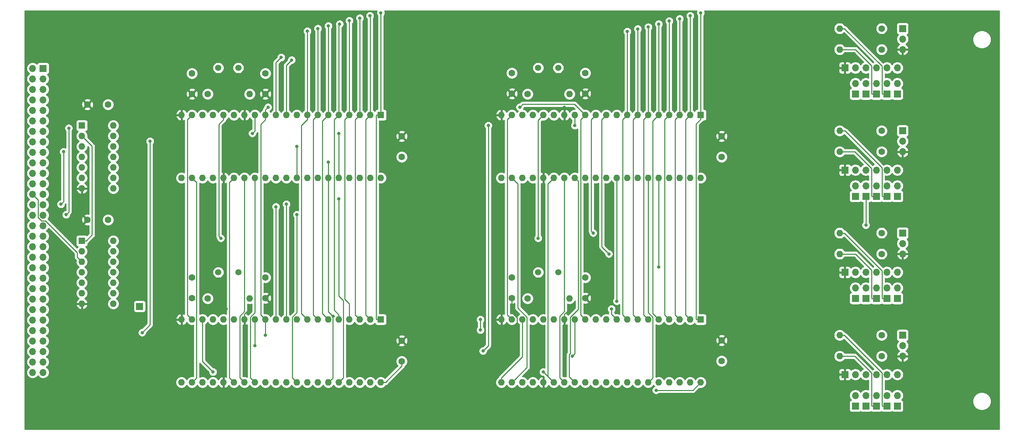
<source format=gbr>
G04 #@! TF.GenerationSoftware,KiCad,Pcbnew,5.1.5+dfsg1-2build2*
G04 #@! TF.CreationDate,2021-04-04T16:47:07+01:00*
G04 #@! TF.ProjectId,serial,73657269-616c-42e6-9b69-6361645f7063,rev?*
G04 #@! TF.SameCoordinates,Original*
G04 #@! TF.FileFunction,Copper,L2,Bot*
G04 #@! TF.FilePolarity,Positive*
%FSLAX46Y46*%
G04 Gerber Fmt 4.6, Leading zero omitted, Abs format (unit mm)*
G04 Created by KiCad (PCBNEW 5.1.5+dfsg1-2build2) date 2021-04-04 16:47:07*
%MOMM*%
%LPD*%
G04 APERTURE LIST*
%ADD10R,1.700000X1.700000*%
%ADD11O,1.600000X1.600000*%
%ADD12C,1.600000*%
%ADD13O,1.700000X1.700000*%
%ADD14R,1.600000X1.600000*%
%ADD15C,1.500000*%
%ADD16C,0.800000*%
%ADD17C,0.250000*%
%ADD18C,0.254000*%
G04 APERTURE END LIST*
D10*
X58420000Y-116205000D03*
D11*
X227965000Y-53975000D03*
D12*
X238125000Y-53975000D03*
D11*
X227965000Y-48895000D03*
D12*
X238125000Y-48895000D03*
D11*
X227965000Y-78740000D03*
D12*
X238125000Y-78740000D03*
D11*
X227965000Y-73660000D03*
D12*
X238125000Y-73660000D03*
D11*
X227965000Y-103505000D03*
D12*
X238125000Y-103505000D03*
D11*
X227965000Y-98425000D03*
D12*
X238125000Y-98425000D03*
D11*
X227965000Y-128270000D03*
D12*
X238125000Y-128270000D03*
D11*
X227965000Y-123190000D03*
D12*
X238125000Y-123190000D03*
D13*
X243205000Y-53975000D03*
X243205000Y-51435000D03*
D10*
X243205000Y-48895000D03*
D13*
X243205000Y-78740000D03*
X243205000Y-76200000D03*
D10*
X243205000Y-73660000D03*
D13*
X243205000Y-103505000D03*
X243205000Y-100965000D03*
D10*
X243205000Y-98425000D03*
D13*
X243205000Y-128270000D03*
X243205000Y-125730000D03*
D10*
X243205000Y-123190000D03*
D12*
X148590000Y-114220000D03*
X148590000Y-109220000D03*
X166370000Y-114220000D03*
X166370000Y-109220000D03*
X148590000Y-59690000D03*
X148590000Y-64690000D03*
X166370000Y-64690000D03*
X166370000Y-59690000D03*
X71120000Y-109220000D03*
X71120000Y-114220000D03*
X88900000Y-114220000D03*
X88900000Y-109220000D03*
X71120000Y-59770000D03*
X71120000Y-64770000D03*
X88900000Y-64770000D03*
X88900000Y-59770000D03*
X45800000Y-67310000D03*
X50800000Y-67310000D03*
X45800000Y-95250000D03*
X50800000Y-95250000D03*
X199390000Y-129460000D03*
X199390000Y-124460000D03*
X199390000Y-80010000D03*
X199390000Y-75010000D03*
X121920000Y-129540000D03*
X121920000Y-124540000D03*
X121920000Y-80010000D03*
X121920000Y-75010000D03*
D10*
X35052000Y-58547000D03*
D13*
X32512000Y-58547000D03*
X35052000Y-61087000D03*
X32512000Y-61087000D03*
X35052000Y-63627000D03*
X32512000Y-63627000D03*
X35052000Y-66167000D03*
X32512000Y-66167000D03*
X35052000Y-68707000D03*
X32512000Y-68707000D03*
X35052000Y-71247000D03*
X32512000Y-71247000D03*
X35052000Y-73787000D03*
X32512000Y-73787000D03*
X35052000Y-76327000D03*
X32512000Y-76327000D03*
X35052000Y-78867000D03*
X32512000Y-78867000D03*
X35052000Y-81407000D03*
X32512000Y-81407000D03*
X35052000Y-83947000D03*
X32512000Y-83947000D03*
X35052000Y-86487000D03*
X32512000Y-86487000D03*
X35052000Y-89027000D03*
X32512000Y-89027000D03*
X35052000Y-91567000D03*
X32512000Y-91567000D03*
X35052000Y-94107000D03*
X32512000Y-94107000D03*
X35052000Y-96647000D03*
X32512000Y-96647000D03*
X35052000Y-99187000D03*
X32512000Y-99187000D03*
X35052000Y-101727000D03*
X32512000Y-101727000D03*
X35052000Y-104267000D03*
X32512000Y-104267000D03*
X35052000Y-106807000D03*
X32512000Y-106807000D03*
X35052000Y-109347000D03*
X32512000Y-109347000D03*
X35052000Y-111887000D03*
X32512000Y-111887000D03*
X35052000Y-114427000D03*
X32512000Y-114427000D03*
X35052000Y-116967000D03*
X32512000Y-116967000D03*
X35052000Y-119507000D03*
X32512000Y-119507000D03*
X35052000Y-122047000D03*
X32512000Y-122047000D03*
X35052000Y-124587000D03*
X32512000Y-124587000D03*
X35052000Y-127127000D03*
X32512000Y-127127000D03*
X35052000Y-129667000D03*
X32512000Y-129667000D03*
X35052000Y-132207000D03*
X32512000Y-132207000D03*
D10*
X229235000Y-132715000D03*
D13*
X231775000Y-132715000D03*
X234315000Y-132715000D03*
X236855000Y-132715000D03*
X239395000Y-132715000D03*
X241935000Y-132715000D03*
D10*
X229235000Y-107950000D03*
D13*
X231775000Y-107950000D03*
X234315000Y-107950000D03*
X236855000Y-107950000D03*
X239395000Y-107950000D03*
X241935000Y-107950000D03*
X241935000Y-83185000D03*
X239395000Y-83185000D03*
X236855000Y-83185000D03*
X234315000Y-83185000D03*
X231775000Y-83185000D03*
D10*
X229235000Y-83185000D03*
D13*
X241935000Y-58420000D03*
X239395000Y-58420000D03*
X236855000Y-58420000D03*
X234315000Y-58420000D03*
X231775000Y-58420000D03*
D10*
X229235000Y-58420000D03*
X231775000Y-140335000D03*
D13*
X231775000Y-137795000D03*
X234315000Y-137795000D03*
D10*
X234315000Y-140335000D03*
D13*
X236855000Y-137795000D03*
D10*
X236855000Y-140335000D03*
D13*
X239395000Y-137795000D03*
D10*
X239395000Y-140335000D03*
X241935000Y-140335000D03*
D13*
X241935000Y-137795000D03*
X231775000Y-111760000D03*
D10*
X231775000Y-114300000D03*
X234315000Y-114300000D03*
D13*
X234315000Y-111760000D03*
X236855000Y-111760000D03*
D10*
X236855000Y-114300000D03*
X239395000Y-114300000D03*
D13*
X239395000Y-111760000D03*
X241935000Y-111760000D03*
D10*
X241935000Y-114300000D03*
X231775000Y-89535000D03*
D13*
X231775000Y-86995000D03*
X234315000Y-86995000D03*
D10*
X234315000Y-89535000D03*
X236855000Y-89535000D03*
D13*
X236855000Y-86995000D03*
X239395000Y-86995000D03*
D10*
X239395000Y-89535000D03*
D13*
X241935000Y-86995000D03*
D10*
X241935000Y-89535000D03*
X231775000Y-64770000D03*
D13*
X231775000Y-62230000D03*
D10*
X234315000Y-64770000D03*
D13*
X234315000Y-62230000D03*
D10*
X236855000Y-64770000D03*
D13*
X236855000Y-62230000D03*
X239395000Y-62230000D03*
D10*
X239395000Y-64770000D03*
D13*
X241935000Y-62230000D03*
D10*
X241935000Y-64770000D03*
D11*
X162560000Y-114300000D03*
D12*
X152400000Y-114300000D03*
X152400000Y-64770000D03*
D11*
X162560000Y-64770000D03*
X85090000Y-114300000D03*
D12*
X74930000Y-114300000D03*
X74930000Y-64770000D03*
D11*
X85090000Y-64770000D03*
D14*
X44450000Y-100330000D03*
D11*
X52070000Y-115570000D03*
X44450000Y-102870000D03*
X52070000Y-113030000D03*
X44450000Y-105410000D03*
X52070000Y-110490000D03*
X44450000Y-107950000D03*
X52070000Y-107950000D03*
X44450000Y-110490000D03*
X52070000Y-105410000D03*
X44450000Y-113030000D03*
X52070000Y-102870000D03*
X44450000Y-115570000D03*
X52070000Y-100330000D03*
X52070000Y-72390000D03*
X44450000Y-87630000D03*
X52070000Y-74930000D03*
X44450000Y-85090000D03*
X52070000Y-77470000D03*
X44450000Y-82550000D03*
X52070000Y-80010000D03*
X44450000Y-80010000D03*
X52070000Y-82550000D03*
X44450000Y-77470000D03*
X52070000Y-85090000D03*
X44450000Y-74930000D03*
X52070000Y-87630000D03*
D14*
X44450000Y-72390000D03*
X194310000Y-119380000D03*
D11*
X146050000Y-134620000D03*
X191770000Y-119380000D03*
X148590000Y-134620000D03*
X189230000Y-119380000D03*
X151130000Y-134620000D03*
X186690000Y-119380000D03*
X153670000Y-134620000D03*
X184150000Y-119380000D03*
X156210000Y-134620000D03*
X181610000Y-119380000D03*
X158750000Y-134620000D03*
X179070000Y-119380000D03*
X161290000Y-134620000D03*
X176530000Y-119380000D03*
X163830000Y-134620000D03*
X173990000Y-119380000D03*
X166370000Y-134620000D03*
X171450000Y-119380000D03*
X168910000Y-134620000D03*
X168910000Y-119380000D03*
X171450000Y-134620000D03*
X166370000Y-119380000D03*
X173990000Y-134620000D03*
X163830000Y-119380000D03*
X176530000Y-134620000D03*
X161290000Y-119380000D03*
X179070000Y-134620000D03*
X158750000Y-119380000D03*
X181610000Y-134620000D03*
X156210000Y-119380000D03*
X184150000Y-134620000D03*
X153670000Y-119380000D03*
X186690000Y-134620000D03*
X151130000Y-119380000D03*
X189230000Y-134620000D03*
X148590000Y-119380000D03*
X191770000Y-134620000D03*
X146050000Y-119380000D03*
X194310000Y-134620000D03*
X194310000Y-85090000D03*
X146050000Y-69850000D03*
X191770000Y-85090000D03*
X148590000Y-69850000D03*
X189230000Y-85090000D03*
X151130000Y-69850000D03*
X186690000Y-85090000D03*
X153670000Y-69850000D03*
X184150000Y-85090000D03*
X156210000Y-69850000D03*
X181610000Y-85090000D03*
X158750000Y-69850000D03*
X179070000Y-85090000D03*
X161290000Y-69850000D03*
X176530000Y-85090000D03*
X163830000Y-69850000D03*
X173990000Y-85090000D03*
X166370000Y-69850000D03*
X171450000Y-85090000D03*
X168910000Y-69850000D03*
X168910000Y-85090000D03*
X171450000Y-69850000D03*
X166370000Y-85090000D03*
X173990000Y-69850000D03*
X163830000Y-85090000D03*
X176530000Y-69850000D03*
X161290000Y-85090000D03*
X179070000Y-69850000D03*
X158750000Y-85090000D03*
X181610000Y-69850000D03*
X156210000Y-85090000D03*
X184150000Y-69850000D03*
X153670000Y-85090000D03*
X186690000Y-69850000D03*
X151130000Y-85090000D03*
X189230000Y-69850000D03*
X148590000Y-85090000D03*
X191770000Y-69850000D03*
X146050000Y-85090000D03*
D14*
X194310000Y-69850000D03*
D11*
X116840000Y-134620000D03*
X68580000Y-119380000D03*
X114300000Y-134620000D03*
X71120000Y-119380000D03*
X111760000Y-134620000D03*
X73660000Y-119380000D03*
X109220000Y-134620000D03*
X76200000Y-119380000D03*
X106680000Y-134620000D03*
X78740000Y-119380000D03*
X104140000Y-134620000D03*
X81280000Y-119380000D03*
X101600000Y-134620000D03*
X83820000Y-119380000D03*
X99060000Y-134620000D03*
X86360000Y-119380000D03*
X96520000Y-134620000D03*
X88900000Y-119380000D03*
X93980000Y-134620000D03*
X91440000Y-119380000D03*
X91440000Y-134620000D03*
X93980000Y-119380000D03*
X88900000Y-134620000D03*
X96520000Y-119380000D03*
X86360000Y-134620000D03*
X99060000Y-119380000D03*
X83820000Y-134620000D03*
X101600000Y-119380000D03*
X81280000Y-134620000D03*
X104140000Y-119380000D03*
X78740000Y-134620000D03*
X106680000Y-119380000D03*
X76200000Y-134620000D03*
X109220000Y-119380000D03*
X73660000Y-134620000D03*
X111760000Y-119380000D03*
X71120000Y-134620000D03*
X114300000Y-119380000D03*
X68580000Y-134620000D03*
D14*
X116840000Y-119380000D03*
X116840000Y-69850000D03*
D11*
X68580000Y-85090000D03*
X114300000Y-69850000D03*
X71120000Y-85090000D03*
X111760000Y-69850000D03*
X73660000Y-85090000D03*
X109220000Y-69850000D03*
X76200000Y-85090000D03*
X106680000Y-69850000D03*
X78740000Y-85090000D03*
X104140000Y-69850000D03*
X81280000Y-85090000D03*
X101600000Y-69850000D03*
X83820000Y-85090000D03*
X99060000Y-69850000D03*
X86360000Y-85090000D03*
X96520000Y-69850000D03*
X88900000Y-85090000D03*
X93980000Y-69850000D03*
X91440000Y-85090000D03*
X91440000Y-69850000D03*
X93980000Y-85090000D03*
X88900000Y-69850000D03*
X96520000Y-85090000D03*
X86360000Y-69850000D03*
X99060000Y-85090000D03*
X83820000Y-69850000D03*
X101600000Y-85090000D03*
X81280000Y-69850000D03*
X104140000Y-85090000D03*
X78740000Y-69850000D03*
X106680000Y-85090000D03*
X76200000Y-69850000D03*
X109220000Y-85090000D03*
X73660000Y-69850000D03*
X111760000Y-85090000D03*
X71120000Y-69850000D03*
X114300000Y-85090000D03*
X68580000Y-69850000D03*
X116840000Y-85090000D03*
D15*
X154940000Y-107950000D03*
X159820000Y-107950000D03*
X159820000Y-58420000D03*
X154940000Y-58420000D03*
X77470000Y-107950000D03*
X82350000Y-107950000D03*
X82350000Y-58420000D03*
X77470000Y-58420000D03*
D16*
X68580000Y-114300000D03*
X85090000Y-116840000D03*
X79375000Y-116840000D03*
X73660000Y-116840000D03*
X163195000Y-116205000D03*
X149860000Y-121285000D03*
X161290000Y-67945000D03*
X154940000Y-99695000D03*
X78105000Y-99695000D03*
X76200000Y-132080000D03*
X183515000Y-136525000D03*
X234315000Y-96520000D03*
X194310000Y-45085000D03*
X116840000Y-45085000D03*
X191770000Y-45810000D03*
X114210000Y-45810000D03*
X189230000Y-46535000D03*
X111760000Y-46355000D03*
X186690000Y-47080000D03*
X109220000Y-46990000D03*
X184150000Y-47805000D03*
X106866081Y-47811081D03*
X181610000Y-48536081D03*
X104138909Y-48261091D03*
X179070000Y-48986091D03*
X101600000Y-48895000D03*
X176530000Y-49620000D03*
X99060000Y-49530000D03*
X39370000Y-91440000D03*
X40005000Y-78740000D03*
X40640000Y-93980000D03*
X41275000Y-73025000D03*
X88900000Y-123190000D03*
X89535000Y-67945000D03*
X150495000Y-67945000D03*
X59055000Y-122555000D03*
X60960000Y-76200000D03*
X85725000Y-74295000D03*
X86360000Y-125730000D03*
X141605000Y-127000000D03*
X142875000Y-72390000D03*
X163830000Y-72390000D03*
X163195000Y-128270000D03*
X156210000Y-132080000D03*
X184150000Y-106680000D03*
X172085000Y-103505000D03*
X168275000Y-98425000D03*
X173990000Y-114935000D03*
X106680000Y-90170000D03*
X93980000Y-91440000D03*
X91440000Y-92075000D03*
X96520000Y-93980000D03*
X106680000Y-74295000D03*
X95250000Y-56515000D03*
X92710000Y-55880000D03*
X96520000Y-77470000D03*
X104140000Y-81280000D03*
X105291194Y-118583283D03*
X140970000Y-119380000D03*
X140970000Y-121920000D03*
X172720000Y-116840000D03*
D17*
X68580000Y-119380000D02*
X68580000Y-114300000D01*
X83820000Y-119380000D02*
X83820000Y-118110000D01*
X83820000Y-118110000D02*
X85090000Y-116840000D01*
X79375000Y-116840000D02*
X73660000Y-116840000D01*
X161290000Y-118110000D02*
X163195000Y-116205000D01*
X161290000Y-119380000D02*
X161290000Y-118110000D01*
X148590000Y-114220000D02*
X148590000Y-117714998D01*
X148590000Y-117714998D02*
X149860000Y-118984998D01*
X149860000Y-118984998D02*
X149860000Y-121285000D01*
X161290000Y-69850000D02*
X161290000Y-67945000D01*
X154940000Y-71120000D02*
X156210000Y-69850000D01*
X154940000Y-99695000D02*
X154940000Y-71120000D01*
X77705001Y-99295001D02*
X78105000Y-99695000D01*
X77614999Y-99204999D02*
X77705001Y-99295001D01*
X77614999Y-72106371D02*
X77614999Y-99204999D01*
X78740000Y-70981370D02*
X77614999Y-72106371D01*
X78740000Y-69850000D02*
X78740000Y-70981370D01*
X73660000Y-129540000D02*
X76200000Y-132080000D01*
X73660000Y-119380000D02*
X73660000Y-129540000D01*
X121920000Y-130671370D02*
X121920000Y-129540000D01*
X117971370Y-134620000D02*
X121920000Y-130671370D01*
X116840000Y-134620000D02*
X117971370Y-134620000D01*
X192405000Y-136525000D02*
X183515000Y-136525000D01*
X194310000Y-134620000D02*
X192405000Y-136525000D01*
X234315000Y-96520000D02*
X234315000Y-89535000D01*
X151130000Y-120511370D02*
X151130000Y-119380000D01*
X151130000Y-128408630D02*
X151130000Y-120511370D01*
X146050000Y-133488630D02*
X151130000Y-128408630D01*
X146050000Y-134620000D02*
X146050000Y-133488630D01*
X194310000Y-45085000D02*
X194310000Y-69850000D01*
X116840000Y-69850000D02*
X116840000Y-45085000D01*
X115790000Y-119380000D02*
X116840000Y-119380000D01*
X115714999Y-69925001D02*
X115714999Y-119304999D01*
X115714999Y-119304999D02*
X115790000Y-119380000D01*
X115790000Y-69850000D02*
X115714999Y-69925001D01*
X116840000Y-69850000D02*
X115790000Y-69850000D01*
X193184999Y-119304999D02*
X193260000Y-119380000D01*
X193184999Y-72025001D02*
X193184999Y-119304999D01*
X193260000Y-119380000D02*
X194310000Y-119380000D01*
X194310000Y-70900000D02*
X193184999Y-72025001D01*
X194310000Y-69850000D02*
X194310000Y-70900000D01*
X113174999Y-118254999D02*
X113500001Y-118580001D01*
X113174999Y-70975001D02*
X113174999Y-118254999D01*
X113500001Y-118580001D02*
X114300000Y-119380000D01*
X114300000Y-69850000D02*
X113174999Y-70975001D01*
X190970001Y-118580001D02*
X191770000Y-119380000D01*
X190644999Y-118254999D02*
X190970001Y-118580001D01*
X190644999Y-70975001D02*
X190644999Y-118254999D01*
X191770000Y-69850000D02*
X190644999Y-70975001D01*
X191770000Y-45810000D02*
X191770000Y-69850000D01*
X114300000Y-45900000D02*
X114210000Y-45810000D01*
X114300000Y-69850000D02*
X114300000Y-45900000D01*
X110960001Y-118580001D02*
X111760000Y-119380000D01*
X110634999Y-70975001D02*
X110634999Y-118254999D01*
X110634999Y-118254999D02*
X110960001Y-118580001D01*
X111760000Y-69850000D02*
X110634999Y-70975001D01*
X188430001Y-118580001D02*
X189230000Y-119380000D01*
X188104999Y-118254999D02*
X188430001Y-118580001D01*
X188104999Y-70975001D02*
X188104999Y-118254999D01*
X189230000Y-69850000D02*
X188104999Y-70975001D01*
X189230000Y-46535000D02*
X189230000Y-69850000D01*
X111760000Y-69850000D02*
X111760000Y-46355000D01*
X185890001Y-118580001D02*
X186690000Y-119380000D01*
X185564999Y-118254999D02*
X185890001Y-118580001D01*
X185564999Y-70975001D02*
X185564999Y-118254999D01*
X186690000Y-69850000D02*
X185564999Y-70975001D01*
X186690000Y-47080000D02*
X186690000Y-69850000D01*
X109220000Y-69850000D02*
X109220000Y-46990000D01*
X109220000Y-69850000D02*
X108094999Y-70975001D01*
X108094999Y-70975001D02*
X108094999Y-114443588D01*
X108094999Y-114443588D02*
X109220000Y-115568589D01*
X109220000Y-115568589D02*
X109220000Y-118248630D01*
X109220000Y-118248630D02*
X109220000Y-119380000D01*
X183350001Y-118580001D02*
X184150000Y-119380000D01*
X182735001Y-117965001D02*
X183350001Y-118580001D01*
X182735001Y-71264999D02*
X182735001Y-117965001D01*
X184150000Y-69850000D02*
X182735001Y-71264999D01*
X184150000Y-47805000D02*
X184150000Y-69850000D01*
X106680000Y-69850000D02*
X106680000Y-47997162D01*
X106680000Y-47997162D02*
X106866081Y-47811081D01*
X106680000Y-118248630D02*
X106680000Y-119380000D01*
X106680000Y-69850000D02*
X105554999Y-70975001D01*
X105554999Y-70975001D02*
X105554999Y-117123629D01*
X105554999Y-117123629D02*
X106680000Y-118248630D01*
X102725001Y-117965001D02*
X103340001Y-118580001D01*
X102725001Y-71264999D02*
X102725001Y-117965001D01*
X103340001Y-118580001D02*
X104140000Y-119380000D01*
X104140000Y-69850000D02*
X102725001Y-71264999D01*
X180484999Y-118254999D02*
X180810001Y-118580001D01*
X180810001Y-118580001D02*
X181610000Y-119380000D01*
X180484999Y-70975001D02*
X180484999Y-118254999D01*
X181610000Y-69850000D02*
X180484999Y-70975001D01*
X181610000Y-48536081D02*
X181610000Y-69850000D01*
X104140000Y-48262182D02*
X104138909Y-48261091D01*
X104140000Y-69850000D02*
X104140000Y-48262182D01*
X100800001Y-118580001D02*
X101600000Y-119380000D01*
X100474999Y-70975001D02*
X100474999Y-118254999D01*
X100474999Y-118254999D02*
X100800001Y-118580001D01*
X101600000Y-69850000D02*
X100474999Y-70975001D01*
X178270001Y-118580001D02*
X179070000Y-119380000D01*
X177944999Y-70975001D02*
X177944999Y-118254999D01*
X177944999Y-118254999D02*
X178270001Y-118580001D01*
X179070000Y-69850000D02*
X177944999Y-70975001D01*
X179070000Y-48986091D02*
X179070000Y-69850000D01*
X101600000Y-69850000D02*
X101600000Y-48895000D01*
X98260001Y-118580001D02*
X99060000Y-119380000D01*
X97645001Y-117965001D02*
X98260001Y-118580001D01*
X97645001Y-72396369D02*
X97645001Y-117965001D01*
X99060000Y-70981370D02*
X97645001Y-72396369D01*
X99060000Y-69850000D02*
X99060000Y-70981370D01*
X175730001Y-118580001D02*
X176530000Y-119380000D01*
X175404999Y-118254999D02*
X175730001Y-118580001D01*
X175404999Y-70975001D02*
X175404999Y-118254999D01*
X176530000Y-69850000D02*
X175404999Y-70975001D01*
X176530000Y-49620000D02*
X176530000Y-69850000D01*
X99060000Y-69850000D02*
X99060000Y-49530000D01*
X71919999Y-133820001D02*
X71120000Y-134620000D01*
X72245001Y-133494999D02*
X71919999Y-133820001D01*
X72245001Y-86215001D02*
X72245001Y-133494999D01*
X71120000Y-85090000D02*
X72245001Y-86215001D01*
X148590000Y-85090000D02*
X150004999Y-86504999D01*
X150004999Y-86504999D02*
X150004999Y-116589997D01*
X150004999Y-116589997D02*
X152255001Y-118839999D01*
X152255001Y-118839999D02*
X152255001Y-130954999D01*
X152255001Y-130954999D02*
X149389999Y-133820001D01*
X149389999Y-133820001D02*
X148590000Y-134620000D01*
X43650001Y-104610001D02*
X44450000Y-105410000D01*
X43324999Y-104284999D02*
X43650001Y-104610001D01*
X43324999Y-103180997D02*
X43324999Y-104284999D01*
X35616001Y-95471999D02*
X43324999Y-103180997D01*
X34677997Y-95471999D02*
X35616001Y-95471999D01*
X33876999Y-94671001D02*
X34677997Y-95471999D01*
X33876999Y-90391999D02*
X33876999Y-94671001D01*
X32512000Y-89027000D02*
X33876999Y-90391999D01*
X40005000Y-90805000D02*
X40005000Y-78740000D01*
X39370000Y-91440000D02*
X40005000Y-90805000D01*
X41275000Y-93345000D02*
X41275000Y-73025000D01*
X40640000Y-93980000D02*
X41275000Y-93345000D01*
X88100001Y-118580001D02*
X88900000Y-119380000D01*
X87774999Y-118254999D02*
X88100001Y-118580001D01*
X87774999Y-72106371D02*
X87774999Y-118254999D01*
X88900000Y-70981370D02*
X87774999Y-72106371D01*
X88900000Y-69850000D02*
X88900000Y-70981370D01*
X165570001Y-118580001D02*
X166370000Y-119380000D01*
X165244999Y-118254999D02*
X165570001Y-118580001D01*
X165244999Y-70975001D02*
X165244999Y-118254999D01*
X166370000Y-69850000D02*
X165244999Y-70975001D01*
X88900000Y-123190000D02*
X88900000Y-119380000D01*
X88900000Y-68580000D02*
X89535000Y-67945000D01*
X88900000Y-69850000D02*
X88900000Y-68580000D01*
X150495000Y-67945000D02*
X151220002Y-67219998D01*
X151220002Y-67219998D02*
X163739998Y-67219998D01*
X165570001Y-69050001D02*
X166370000Y-69850000D01*
X163739998Y-67219998D02*
X165570001Y-69050001D01*
X60960000Y-120650000D02*
X60960000Y-76200000D01*
X59055000Y-122555000D02*
X60960000Y-120650000D01*
X86360000Y-73660000D02*
X86360000Y-69850000D01*
X85725000Y-74295000D02*
X86360000Y-73660000D01*
X86360000Y-125730000D02*
X86360000Y-119380000D01*
X142875000Y-125730000D02*
X142875000Y-72390000D01*
X141605000Y-127000000D02*
X142875000Y-125730000D01*
X163830000Y-72390000D02*
X163830000Y-69850000D01*
X163830000Y-127635000D02*
X163195000Y-128270000D01*
X163830000Y-119380000D02*
X163830000Y-127635000D01*
X80480001Y-133820001D02*
X81280000Y-134620000D01*
X80154999Y-133494999D02*
X80480001Y-133820001D01*
X80154999Y-86215001D02*
X80154999Y-133494999D01*
X81280000Y-85090000D02*
X80154999Y-86215001D01*
X157950001Y-85889999D02*
X158750000Y-85090000D01*
X157335001Y-86504999D02*
X157950001Y-85889999D01*
X157335001Y-133205001D02*
X157335001Y-86504999D01*
X158750000Y-134620000D02*
X157335001Y-133205001D01*
X158750000Y-134620000D02*
X156210000Y-132080000D01*
X82694999Y-133494999D02*
X83020001Y-133820001D01*
X83820000Y-85090000D02*
X83820000Y-117473590D01*
X83820000Y-117473590D02*
X82694999Y-118598591D01*
X82694999Y-118598591D02*
X82694999Y-133494999D01*
X83020001Y-133820001D02*
X83820000Y-134620000D01*
X161290000Y-117473590D02*
X160164999Y-118598591D01*
X160490001Y-133820001D02*
X161290000Y-134620000D01*
X160164999Y-133494999D02*
X160490001Y-133820001D01*
X160164999Y-118598591D02*
X160164999Y-133494999D01*
X161290000Y-85090000D02*
X161290000Y-117473590D01*
X85560001Y-133820001D02*
X86360000Y-134620000D01*
X85234999Y-133494999D02*
X85560001Y-133820001D01*
X85234999Y-118839999D02*
X85234999Y-133494999D01*
X86360000Y-117714998D02*
X85234999Y-118839999D01*
X86360000Y-85090000D02*
X86360000Y-117714998D01*
X163830000Y-85090000D02*
X164629999Y-85889999D01*
X162704999Y-127686999D02*
X162469999Y-127921999D01*
X163030001Y-133820001D02*
X163830000Y-134620000D01*
X162469999Y-133259999D02*
X163030001Y-133820001D01*
X164629999Y-85889999D02*
X164629999Y-116914999D01*
X162704999Y-118839999D02*
X162704999Y-127686999D01*
X164629999Y-116914999D02*
X162704999Y-118839999D01*
X162469999Y-127921999D02*
X162469999Y-133259999D01*
X235679999Y-140259999D02*
X235755000Y-140335000D01*
X235679999Y-132340997D02*
X235679999Y-140259999D01*
X231609002Y-128270000D02*
X235679999Y-132340997D01*
X235755000Y-140335000D02*
X236855000Y-140335000D01*
X227965000Y-128270000D02*
X231609002Y-128270000D01*
X238295000Y-140335000D02*
X239395000Y-140335000D01*
X238219999Y-140259999D02*
X238295000Y-140335000D01*
X238219999Y-132313629D02*
X238219999Y-140259999D01*
X229096370Y-123190000D02*
X238219999Y-132313629D01*
X227965000Y-123190000D02*
X229096370Y-123190000D01*
X184150000Y-85090000D02*
X184150000Y-106680000D01*
X235679999Y-114224999D02*
X235755000Y-114300000D01*
X235679999Y-107409999D02*
X235679999Y-114224999D01*
X235755000Y-114300000D02*
X236855000Y-114300000D01*
X231775000Y-103505000D02*
X235679999Y-107409999D01*
X227965000Y-103505000D02*
X231775000Y-103505000D01*
X170324999Y-101744999D02*
X172085000Y-103505000D01*
X170324999Y-70975001D02*
X170324999Y-101744999D01*
X171450000Y-69850000D02*
X170324999Y-70975001D01*
X238295000Y-114300000D02*
X239395000Y-114300000D01*
X238219999Y-114224999D02*
X238295000Y-114300000D01*
X238219999Y-107575997D02*
X238219999Y-114224999D01*
X229069002Y-98425000D02*
X238219999Y-107575997D01*
X227965000Y-98425000D02*
X229069002Y-98425000D01*
X167784999Y-70975001D02*
X168110001Y-70649999D01*
X168110001Y-70649999D02*
X168910000Y-69850000D01*
X167784999Y-97934999D02*
X167784999Y-70975001D01*
X168275000Y-98425000D02*
X167784999Y-97934999D01*
X173990000Y-114935000D02*
X173990000Y-85090000D01*
X107805001Y-133494999D02*
X107805001Y-114790001D01*
X106680000Y-134620000D02*
X107805001Y-133494999D01*
X106680000Y-113665000D02*
X106680000Y-95250000D01*
X107805001Y-114790001D02*
X106680000Y-113665000D01*
X106680000Y-90170000D02*
X106680000Y-95250000D01*
X235755000Y-89535000D02*
X236855000Y-89535000D01*
X235679999Y-89459999D02*
X235755000Y-89535000D01*
X235679999Y-82810997D02*
X235679999Y-89459999D01*
X231609002Y-78740000D02*
X235679999Y-82810997D01*
X227965000Y-78740000D02*
X231609002Y-78740000D01*
X93980000Y-119380000D02*
X93980000Y-91440000D01*
X238295000Y-89535000D02*
X239395000Y-89535000D01*
X238219999Y-89459999D02*
X238295000Y-89535000D01*
X238219999Y-82644999D02*
X238219999Y-89459999D01*
X229235000Y-73660000D02*
X238219999Y-82644999D01*
X227965000Y-73660000D02*
X229235000Y-73660000D01*
X91440000Y-119380000D02*
X91440000Y-92075000D01*
X95720001Y-133820001D02*
X96520000Y-134620000D01*
X95394999Y-133494999D02*
X95720001Y-133820001D01*
X95394999Y-118839999D02*
X95394999Y-133494999D01*
X96520000Y-117714998D02*
X95394999Y-118839999D01*
X96520000Y-93980000D02*
X96520000Y-117714998D01*
X106680000Y-74295000D02*
X106680000Y-85090000D01*
X235755000Y-64770000D02*
X236855000Y-64770000D01*
X235679999Y-57879999D02*
X235679999Y-64694999D01*
X231775000Y-53975000D02*
X235679999Y-57879999D01*
X235679999Y-64694999D02*
X235755000Y-64770000D01*
X227965000Y-53975000D02*
X231775000Y-53975000D01*
X93980000Y-57785000D02*
X95250000Y-56515000D01*
X93980000Y-69850000D02*
X93980000Y-57785000D01*
X238295000Y-64770000D02*
X239395000Y-64770000D01*
X238219999Y-58018629D02*
X238219999Y-64694999D01*
X238219999Y-64694999D02*
X238295000Y-64770000D01*
X229096370Y-48895000D02*
X238219999Y-58018629D01*
X227965000Y-48895000D02*
X229096370Y-48895000D01*
X91440000Y-57150000D02*
X91440000Y-69850000D01*
X92710000Y-55880000D02*
X91440000Y-57150000D01*
X96520000Y-77470000D02*
X96520000Y-85090000D01*
X45500000Y-100330000D02*
X44450000Y-100330000D01*
X46925001Y-98904999D02*
X45500000Y-100330000D01*
X46925001Y-77405001D02*
X46925001Y-98904999D01*
X44450000Y-74930000D02*
X46925001Y-77405001D01*
X70320001Y-118580001D02*
X71120000Y-119380000D01*
X69994999Y-118254999D02*
X70320001Y-118580001D01*
X69994999Y-70975001D02*
X69994999Y-118254999D01*
X71120000Y-69850000D02*
X69994999Y-70975001D01*
X147790001Y-118580001D02*
X148590000Y-119380000D01*
X147464999Y-118254999D02*
X147790001Y-118580001D01*
X147464999Y-70975001D02*
X147464999Y-118254999D01*
X148590000Y-69850000D02*
X147464999Y-70975001D01*
X104140000Y-81280000D02*
X104140000Y-85090000D01*
X182409999Y-133820001D02*
X181610000Y-134620000D01*
X182735001Y-133494999D02*
X182409999Y-133820001D01*
X182735001Y-118839999D02*
X182735001Y-133494999D01*
X181610000Y-117714998D02*
X182735001Y-118839999D01*
X181610000Y-85090000D02*
X181610000Y-117714998D01*
X105265001Y-133494999D02*
X104939999Y-133820001D01*
X105265001Y-118601411D02*
X105265001Y-133494999D01*
X104939999Y-133820001D02*
X104140000Y-134620000D01*
X104140000Y-117476410D02*
X105265001Y-118601411D01*
X104140000Y-85090000D02*
X104140000Y-117476410D01*
X105273066Y-118601411D02*
X105291194Y-118583283D01*
X105265001Y-118601411D02*
X105273066Y-118601411D01*
X140970000Y-119380000D02*
X140970000Y-121920000D01*
X172720000Y-118110000D02*
X173990000Y-119380000D01*
X172720000Y-116840000D02*
X172720000Y-118110000D01*
D18*
G36*
X115844774Y-44783102D02*
G01*
X115805000Y-44983061D01*
X115805000Y-45186939D01*
X115844774Y-45386898D01*
X115922795Y-45575256D01*
X116036063Y-45744774D01*
X116080001Y-45788712D01*
X116080000Y-68411928D01*
X116040000Y-68411928D01*
X115915518Y-68424188D01*
X115795820Y-68460498D01*
X115685506Y-68519463D01*
X115588815Y-68598815D01*
X115509463Y-68695506D01*
X115450498Y-68805820D01*
X115414188Y-68925518D01*
X115413357Y-68933961D01*
X115214759Y-68735363D01*
X115060000Y-68631957D01*
X115060000Y-46400836D01*
X115127205Y-46300256D01*
X115205226Y-46111898D01*
X115245000Y-45911939D01*
X115245000Y-45708061D01*
X115205226Y-45508102D01*
X115127205Y-45319744D01*
X115013937Y-45150226D01*
X114869774Y-45006063D01*
X114700256Y-44892795D01*
X114511898Y-44814774D01*
X114311939Y-44775000D01*
X114108061Y-44775000D01*
X113908102Y-44814774D01*
X113719744Y-44892795D01*
X113550226Y-45006063D01*
X113406063Y-45150226D01*
X113292795Y-45319744D01*
X113214774Y-45508102D01*
X113175000Y-45708061D01*
X113175000Y-45911939D01*
X113214774Y-46111898D01*
X113292795Y-46300256D01*
X113406063Y-46469774D01*
X113540001Y-46603712D01*
X113540000Y-68631957D01*
X113385241Y-68735363D01*
X113185363Y-68935241D01*
X113030000Y-69167759D01*
X112874637Y-68935241D01*
X112674759Y-68735363D01*
X112520000Y-68631957D01*
X112520000Y-47058711D01*
X112563937Y-47014774D01*
X112677205Y-46845256D01*
X112755226Y-46656898D01*
X112795000Y-46456939D01*
X112795000Y-46253061D01*
X112755226Y-46053102D01*
X112677205Y-45864744D01*
X112563937Y-45695226D01*
X112419774Y-45551063D01*
X112250256Y-45437795D01*
X112061898Y-45359774D01*
X111861939Y-45320000D01*
X111658061Y-45320000D01*
X111458102Y-45359774D01*
X111269744Y-45437795D01*
X111100226Y-45551063D01*
X110956063Y-45695226D01*
X110842795Y-45864744D01*
X110764774Y-46053102D01*
X110725000Y-46253061D01*
X110725000Y-46456939D01*
X110764774Y-46656898D01*
X110842795Y-46845256D01*
X110956063Y-47014774D01*
X111000001Y-47058712D01*
X111000000Y-68631957D01*
X110845241Y-68735363D01*
X110645363Y-68935241D01*
X110490000Y-69167759D01*
X110334637Y-68935241D01*
X110134759Y-68735363D01*
X109980000Y-68631957D01*
X109980000Y-47693711D01*
X110023937Y-47649774D01*
X110137205Y-47480256D01*
X110215226Y-47291898D01*
X110255000Y-47091939D01*
X110255000Y-46888061D01*
X110215226Y-46688102D01*
X110137205Y-46499744D01*
X110023937Y-46330226D01*
X109879774Y-46186063D01*
X109710256Y-46072795D01*
X109521898Y-45994774D01*
X109321939Y-45955000D01*
X109118061Y-45955000D01*
X108918102Y-45994774D01*
X108729744Y-46072795D01*
X108560226Y-46186063D01*
X108416063Y-46330226D01*
X108302795Y-46499744D01*
X108224774Y-46688102D01*
X108185000Y-46888061D01*
X108185000Y-47091939D01*
X108224774Y-47291898D01*
X108302795Y-47480256D01*
X108416063Y-47649774D01*
X108460001Y-47693712D01*
X108460000Y-68631957D01*
X108305241Y-68735363D01*
X108105363Y-68935241D01*
X107950000Y-69167759D01*
X107794637Y-68935241D01*
X107594759Y-68735363D01*
X107440000Y-68631957D01*
X107440000Y-48672384D01*
X107525855Y-48615018D01*
X107670018Y-48470855D01*
X107783286Y-48301337D01*
X107861307Y-48112979D01*
X107901081Y-47913020D01*
X107901081Y-47709142D01*
X107861307Y-47509183D01*
X107783286Y-47320825D01*
X107670018Y-47151307D01*
X107525855Y-47007144D01*
X107356337Y-46893876D01*
X107167979Y-46815855D01*
X106968020Y-46776081D01*
X106764142Y-46776081D01*
X106564183Y-46815855D01*
X106375825Y-46893876D01*
X106206307Y-47007144D01*
X106062144Y-47151307D01*
X105948876Y-47320825D01*
X105870855Y-47509183D01*
X105831081Y-47709142D01*
X105831081Y-47913020D01*
X105870855Y-48112979D01*
X105920001Y-48231627D01*
X105920000Y-68631957D01*
X105765241Y-68735363D01*
X105565363Y-68935241D01*
X105410000Y-69167759D01*
X105254637Y-68935241D01*
X105054759Y-68735363D01*
X104900000Y-68631957D01*
X104900000Y-48963711D01*
X104942846Y-48920865D01*
X105056114Y-48751347D01*
X105134135Y-48562989D01*
X105173909Y-48363030D01*
X105173909Y-48159152D01*
X105134135Y-47959193D01*
X105056114Y-47770835D01*
X104942846Y-47601317D01*
X104798683Y-47457154D01*
X104629165Y-47343886D01*
X104440807Y-47265865D01*
X104240848Y-47226091D01*
X104036970Y-47226091D01*
X103837011Y-47265865D01*
X103648653Y-47343886D01*
X103479135Y-47457154D01*
X103334972Y-47601317D01*
X103221704Y-47770835D01*
X103143683Y-47959193D01*
X103103909Y-48159152D01*
X103103909Y-48363030D01*
X103143683Y-48562989D01*
X103221704Y-48751347D01*
X103334972Y-48920865D01*
X103380001Y-48965894D01*
X103380000Y-68631957D01*
X103225241Y-68735363D01*
X103025363Y-68935241D01*
X102870000Y-69167759D01*
X102714637Y-68935241D01*
X102514759Y-68735363D01*
X102360000Y-68631957D01*
X102360000Y-49598711D01*
X102403937Y-49554774D01*
X102517205Y-49385256D01*
X102595226Y-49196898D01*
X102635000Y-48996939D01*
X102635000Y-48793061D01*
X102595226Y-48593102D01*
X102517205Y-48404744D01*
X102403937Y-48235226D01*
X102259774Y-48091063D01*
X102090256Y-47977795D01*
X101901898Y-47899774D01*
X101701939Y-47860000D01*
X101498061Y-47860000D01*
X101298102Y-47899774D01*
X101109744Y-47977795D01*
X100940226Y-48091063D01*
X100796063Y-48235226D01*
X100682795Y-48404744D01*
X100604774Y-48593102D01*
X100565000Y-48793061D01*
X100565000Y-48996939D01*
X100604774Y-49196898D01*
X100682795Y-49385256D01*
X100796063Y-49554774D01*
X100840001Y-49598712D01*
X100840000Y-68631957D01*
X100685241Y-68735363D01*
X100485363Y-68935241D01*
X100330000Y-69167759D01*
X100174637Y-68935241D01*
X99974759Y-68735363D01*
X99820000Y-68631957D01*
X99820000Y-50233711D01*
X99863937Y-50189774D01*
X99977205Y-50020256D01*
X100055226Y-49831898D01*
X100095000Y-49631939D01*
X100095000Y-49428061D01*
X100055226Y-49228102D01*
X99977205Y-49039744D01*
X99863937Y-48870226D01*
X99719774Y-48726063D01*
X99550256Y-48612795D01*
X99361898Y-48534774D01*
X99161939Y-48495000D01*
X98958061Y-48495000D01*
X98758102Y-48534774D01*
X98569744Y-48612795D01*
X98400226Y-48726063D01*
X98256063Y-48870226D01*
X98142795Y-49039744D01*
X98064774Y-49228102D01*
X98025000Y-49428061D01*
X98025000Y-49631939D01*
X98064774Y-49831898D01*
X98142795Y-50020256D01*
X98256063Y-50189774D01*
X98300001Y-50233712D01*
X98300000Y-68631957D01*
X98145241Y-68735363D01*
X97945363Y-68935241D01*
X97790000Y-69167759D01*
X97634637Y-68935241D01*
X97434759Y-68735363D01*
X97199727Y-68578320D01*
X96938574Y-68470147D01*
X96661335Y-68415000D01*
X96378665Y-68415000D01*
X96101426Y-68470147D01*
X95840273Y-68578320D01*
X95605241Y-68735363D01*
X95405363Y-68935241D01*
X95250000Y-69167759D01*
X95094637Y-68935241D01*
X94894759Y-68735363D01*
X94740000Y-68631957D01*
X94740000Y-58099801D01*
X95289802Y-57550000D01*
X95351939Y-57550000D01*
X95551898Y-57510226D01*
X95740256Y-57432205D01*
X95909774Y-57318937D01*
X96053937Y-57174774D01*
X96167205Y-57005256D01*
X96245226Y-56816898D01*
X96285000Y-56616939D01*
X96285000Y-56413061D01*
X96245226Y-56213102D01*
X96167205Y-56024744D01*
X96053937Y-55855226D01*
X95909774Y-55711063D01*
X95740256Y-55597795D01*
X95551898Y-55519774D01*
X95351939Y-55480000D01*
X95148061Y-55480000D01*
X94948102Y-55519774D01*
X94759744Y-55597795D01*
X94590226Y-55711063D01*
X94446063Y-55855226D01*
X94332795Y-56024744D01*
X94254774Y-56213102D01*
X94215000Y-56413061D01*
X94215000Y-56475198D01*
X93468998Y-57221201D01*
X93440000Y-57244999D01*
X93416202Y-57273997D01*
X93416201Y-57273998D01*
X93345026Y-57360724D01*
X93274454Y-57492754D01*
X93230998Y-57636015D01*
X93216324Y-57785000D01*
X93220001Y-57822332D01*
X93220000Y-68631957D01*
X93065241Y-68735363D01*
X92865363Y-68935241D01*
X92710000Y-69167759D01*
X92554637Y-68935241D01*
X92354759Y-68735363D01*
X92200000Y-68631957D01*
X92200000Y-57464801D01*
X92749802Y-56915000D01*
X92811939Y-56915000D01*
X93011898Y-56875226D01*
X93200256Y-56797205D01*
X93369774Y-56683937D01*
X93513937Y-56539774D01*
X93627205Y-56370256D01*
X93705226Y-56181898D01*
X93745000Y-55981939D01*
X93745000Y-55778061D01*
X93705226Y-55578102D01*
X93627205Y-55389744D01*
X93513937Y-55220226D01*
X93369774Y-55076063D01*
X93200256Y-54962795D01*
X93011898Y-54884774D01*
X92811939Y-54845000D01*
X92608061Y-54845000D01*
X92408102Y-54884774D01*
X92219744Y-54962795D01*
X92050226Y-55076063D01*
X91906063Y-55220226D01*
X91792795Y-55389744D01*
X91714774Y-55578102D01*
X91675000Y-55778061D01*
X91675000Y-55840198D01*
X90929003Y-56586196D01*
X90899999Y-56609999D01*
X90855693Y-56663987D01*
X90805026Y-56725724D01*
X90761451Y-56807247D01*
X90734454Y-56857754D01*
X90690997Y-57001015D01*
X90680000Y-57112668D01*
X90680000Y-57112678D01*
X90676324Y-57150000D01*
X90680000Y-57187322D01*
X90680001Y-68631956D01*
X90525241Y-68735363D01*
X90325363Y-68935241D01*
X90170000Y-69167759D01*
X90014637Y-68935241D01*
X89966103Y-68886707D01*
X90025256Y-68862205D01*
X90194774Y-68748937D01*
X90338937Y-68604774D01*
X90452205Y-68435256D01*
X90530226Y-68246898D01*
X90570000Y-68046939D01*
X90570000Y-67843061D01*
X90530226Y-67643102D01*
X90452205Y-67454744D01*
X90338937Y-67285226D01*
X90194774Y-67141063D01*
X90025256Y-67027795D01*
X89836898Y-66949774D01*
X89636939Y-66910000D01*
X89433061Y-66910000D01*
X89233102Y-66949774D01*
X89044744Y-67027795D01*
X88875226Y-67141063D01*
X88731063Y-67285226D01*
X88617795Y-67454744D01*
X88539774Y-67643102D01*
X88500000Y-67843061D01*
X88500000Y-67905199D01*
X88388998Y-68016201D01*
X88360000Y-68039999D01*
X88336202Y-68068997D01*
X88336201Y-68068998D01*
X88265026Y-68155724D01*
X88194454Y-68287754D01*
X88189920Y-68302702D01*
X88150998Y-68431014D01*
X88142286Y-68519463D01*
X88136324Y-68580000D01*
X88140001Y-68617332D01*
X88140001Y-68631956D01*
X87985241Y-68735363D01*
X87785363Y-68935241D01*
X87630000Y-69167759D01*
X87474637Y-68935241D01*
X87274759Y-68735363D01*
X87039727Y-68578320D01*
X86778574Y-68470147D01*
X86501335Y-68415000D01*
X86218665Y-68415000D01*
X85941426Y-68470147D01*
X85680273Y-68578320D01*
X85445241Y-68735363D01*
X85245363Y-68935241D01*
X85088320Y-69170273D01*
X85083933Y-69180865D01*
X84972385Y-68994869D01*
X84783414Y-68786481D01*
X84557420Y-68618963D01*
X84303087Y-68498754D01*
X84169039Y-68458096D01*
X83947000Y-68580085D01*
X83947000Y-69723000D01*
X83967000Y-69723000D01*
X83967000Y-69977000D01*
X83947000Y-69977000D01*
X83947000Y-71119915D01*
X84169039Y-71241904D01*
X84303087Y-71201246D01*
X84557420Y-71081037D01*
X84783414Y-70913519D01*
X84972385Y-70705131D01*
X85083933Y-70519135D01*
X85088320Y-70529727D01*
X85245363Y-70764759D01*
X85445241Y-70964637D01*
X85600001Y-71068044D01*
X85600000Y-73264587D01*
X85423102Y-73299774D01*
X85234744Y-73377795D01*
X85065226Y-73491063D01*
X84921063Y-73635226D01*
X84807795Y-73804744D01*
X84729774Y-73993102D01*
X84690000Y-74193061D01*
X84690000Y-74396939D01*
X84729774Y-74596898D01*
X84807795Y-74785256D01*
X84921063Y-74954774D01*
X85065226Y-75098937D01*
X85234744Y-75212205D01*
X85423102Y-75290226D01*
X85623061Y-75330000D01*
X85826939Y-75330000D01*
X86026898Y-75290226D01*
X86215256Y-75212205D01*
X86384774Y-75098937D01*
X86528937Y-74954774D01*
X86642205Y-74785256D01*
X86720226Y-74596898D01*
X86760000Y-74396939D01*
X86760000Y-74334802D01*
X86871004Y-74223798D01*
X86900001Y-74200001D01*
X86994974Y-74084276D01*
X87014999Y-74046812D01*
X87014999Y-83808077D01*
X86778574Y-83710147D01*
X86501335Y-83655000D01*
X86218665Y-83655000D01*
X85941426Y-83710147D01*
X85680273Y-83818320D01*
X85445241Y-83975363D01*
X85245363Y-84175241D01*
X85090000Y-84407759D01*
X84934637Y-84175241D01*
X84734759Y-83975363D01*
X84499727Y-83818320D01*
X84238574Y-83710147D01*
X83961335Y-83655000D01*
X83678665Y-83655000D01*
X83401426Y-83710147D01*
X83140273Y-83818320D01*
X82905241Y-83975363D01*
X82705363Y-84175241D01*
X82550000Y-84407759D01*
X82394637Y-84175241D01*
X82194759Y-83975363D01*
X81959727Y-83818320D01*
X81698574Y-83710147D01*
X81421335Y-83655000D01*
X81138665Y-83655000D01*
X80861426Y-83710147D01*
X80600273Y-83818320D01*
X80365241Y-83975363D01*
X80165363Y-84175241D01*
X80008320Y-84410273D01*
X80003933Y-84420865D01*
X79892385Y-84234869D01*
X79703414Y-84026481D01*
X79477420Y-83858963D01*
X79223087Y-83738754D01*
X79089039Y-83698096D01*
X78867000Y-83820085D01*
X78867000Y-84963000D01*
X78887000Y-84963000D01*
X78887000Y-85217000D01*
X78867000Y-85217000D01*
X78867000Y-86359915D01*
X79089039Y-86481904D01*
X79223087Y-86441246D01*
X79394999Y-86359993D01*
X79395000Y-118098078D01*
X79158574Y-118000147D01*
X78881335Y-117945000D01*
X78598665Y-117945000D01*
X78321426Y-118000147D01*
X78060273Y-118108320D01*
X77825241Y-118265363D01*
X77625363Y-118465241D01*
X77470000Y-118697759D01*
X77314637Y-118465241D01*
X77114759Y-118265363D01*
X76879727Y-118108320D01*
X76618574Y-118000147D01*
X76341335Y-117945000D01*
X76058665Y-117945000D01*
X75781426Y-118000147D01*
X75520273Y-118108320D01*
X75285241Y-118265363D01*
X75085363Y-118465241D01*
X74930000Y-118697759D01*
X74774637Y-118465241D01*
X74574759Y-118265363D01*
X74339727Y-118108320D01*
X74078574Y-118000147D01*
X73801335Y-117945000D01*
X73518665Y-117945000D01*
X73241426Y-118000147D01*
X73005001Y-118098077D01*
X73005001Y-114158665D01*
X73495000Y-114158665D01*
X73495000Y-114441335D01*
X73550147Y-114718574D01*
X73658320Y-114979727D01*
X73815363Y-115214759D01*
X74015241Y-115414637D01*
X74250273Y-115571680D01*
X74511426Y-115679853D01*
X74788665Y-115735000D01*
X75071335Y-115735000D01*
X75348574Y-115679853D01*
X75609727Y-115571680D01*
X75844759Y-115414637D01*
X76044637Y-115214759D01*
X76201680Y-114979727D01*
X76309853Y-114718574D01*
X76365000Y-114441335D01*
X76365000Y-114158665D01*
X76309853Y-113881426D01*
X76201680Y-113620273D01*
X76044637Y-113385241D01*
X75844759Y-113185363D01*
X75609727Y-113028320D01*
X75348574Y-112920147D01*
X75071335Y-112865000D01*
X74788665Y-112865000D01*
X74511426Y-112920147D01*
X74250273Y-113028320D01*
X74015241Y-113185363D01*
X73815363Y-113385241D01*
X73658320Y-113620273D01*
X73550147Y-113881426D01*
X73495000Y-114158665D01*
X73005001Y-114158665D01*
X73005001Y-107813589D01*
X76085000Y-107813589D01*
X76085000Y-108086411D01*
X76138225Y-108353989D01*
X76242629Y-108606043D01*
X76394201Y-108832886D01*
X76587114Y-109025799D01*
X76813957Y-109177371D01*
X77066011Y-109281775D01*
X77333589Y-109335000D01*
X77606411Y-109335000D01*
X77873989Y-109281775D01*
X78126043Y-109177371D01*
X78352886Y-109025799D01*
X78545799Y-108832886D01*
X78697371Y-108606043D01*
X78801775Y-108353989D01*
X78855000Y-108086411D01*
X78855000Y-107813589D01*
X78801775Y-107546011D01*
X78697371Y-107293957D01*
X78545799Y-107067114D01*
X78352886Y-106874201D01*
X78126043Y-106722629D01*
X77873989Y-106618225D01*
X77606411Y-106565000D01*
X77333589Y-106565000D01*
X77066011Y-106618225D01*
X76813957Y-106722629D01*
X76587114Y-106874201D01*
X76394201Y-107067114D01*
X76242629Y-107293957D01*
X76138225Y-107546011D01*
X76085000Y-107813589D01*
X73005001Y-107813589D01*
X73005001Y-86371923D01*
X73241426Y-86469853D01*
X73518665Y-86525000D01*
X73801335Y-86525000D01*
X74078574Y-86469853D01*
X74339727Y-86361680D01*
X74574759Y-86204637D01*
X74774637Y-86004759D01*
X74930000Y-85772241D01*
X75085363Y-86004759D01*
X75285241Y-86204637D01*
X75520273Y-86361680D01*
X75781426Y-86469853D01*
X76058665Y-86525000D01*
X76341335Y-86525000D01*
X76618574Y-86469853D01*
X76855000Y-86371922D01*
X76855000Y-99167666D01*
X76851323Y-99204999D01*
X76865997Y-99353984D01*
X76909453Y-99497245D01*
X76980025Y-99629275D01*
X77051200Y-99716001D01*
X77070000Y-99738909D01*
X77070000Y-99796939D01*
X77109774Y-99996898D01*
X77187795Y-100185256D01*
X77301063Y-100354774D01*
X77445226Y-100498937D01*
X77614744Y-100612205D01*
X77803102Y-100690226D01*
X78003061Y-100730000D01*
X78206939Y-100730000D01*
X78406898Y-100690226D01*
X78595256Y-100612205D01*
X78764774Y-100498937D01*
X78908937Y-100354774D01*
X79022205Y-100185256D01*
X79100226Y-99996898D01*
X79140000Y-99796939D01*
X79140000Y-99593061D01*
X79100226Y-99393102D01*
X79022205Y-99204744D01*
X78908937Y-99035226D01*
X78764774Y-98891063D01*
X78595256Y-98777795D01*
X78406898Y-98699774D01*
X78374999Y-98693429D01*
X78374999Y-86477063D01*
X78390961Y-86481904D01*
X78613000Y-86359915D01*
X78613000Y-85217000D01*
X78593000Y-85217000D01*
X78593000Y-84963000D01*
X78613000Y-84963000D01*
X78613000Y-83820085D01*
X78390961Y-83698096D01*
X78374999Y-83702937D01*
X78374999Y-72421172D01*
X79251003Y-71545169D01*
X79280001Y-71521371D01*
X79374974Y-71405646D01*
X79445546Y-71273617D01*
X79489003Y-71130356D01*
X79494798Y-71071519D01*
X79654759Y-70964637D01*
X79854637Y-70764759D01*
X80010000Y-70532241D01*
X80165363Y-70764759D01*
X80365241Y-70964637D01*
X80600273Y-71121680D01*
X80861426Y-71229853D01*
X81138665Y-71285000D01*
X81421335Y-71285000D01*
X81698574Y-71229853D01*
X81959727Y-71121680D01*
X82194759Y-70964637D01*
X82394637Y-70764759D01*
X82551680Y-70529727D01*
X82556067Y-70519135D01*
X82667615Y-70705131D01*
X82856586Y-70913519D01*
X83082580Y-71081037D01*
X83336913Y-71201246D01*
X83470961Y-71241904D01*
X83693000Y-71119915D01*
X83693000Y-69977000D01*
X83673000Y-69977000D01*
X83673000Y-69723000D01*
X83693000Y-69723000D01*
X83693000Y-68580085D01*
X83470961Y-68458096D01*
X83336913Y-68498754D01*
X83082580Y-68618963D01*
X82856586Y-68786481D01*
X82667615Y-68994869D01*
X82556067Y-69180865D01*
X82551680Y-69170273D01*
X82394637Y-68935241D01*
X82194759Y-68735363D01*
X81959727Y-68578320D01*
X81698574Y-68470147D01*
X81421335Y-68415000D01*
X81138665Y-68415000D01*
X80861426Y-68470147D01*
X80600273Y-68578320D01*
X80365241Y-68735363D01*
X80165363Y-68935241D01*
X80010000Y-69167759D01*
X79854637Y-68935241D01*
X79654759Y-68735363D01*
X79419727Y-68578320D01*
X79158574Y-68470147D01*
X78881335Y-68415000D01*
X78598665Y-68415000D01*
X78321426Y-68470147D01*
X78060273Y-68578320D01*
X77825241Y-68735363D01*
X77625363Y-68935241D01*
X77470000Y-69167759D01*
X77314637Y-68935241D01*
X77114759Y-68735363D01*
X76879727Y-68578320D01*
X76618574Y-68470147D01*
X76341335Y-68415000D01*
X76058665Y-68415000D01*
X75781426Y-68470147D01*
X75520273Y-68578320D01*
X75285241Y-68735363D01*
X75085363Y-68935241D01*
X74930000Y-69167759D01*
X74774637Y-68935241D01*
X74574759Y-68735363D01*
X74339727Y-68578320D01*
X74078574Y-68470147D01*
X73801335Y-68415000D01*
X73518665Y-68415000D01*
X73241426Y-68470147D01*
X72980273Y-68578320D01*
X72745241Y-68735363D01*
X72545363Y-68935241D01*
X72390000Y-69167759D01*
X72234637Y-68935241D01*
X72034759Y-68735363D01*
X71799727Y-68578320D01*
X71538574Y-68470147D01*
X71261335Y-68415000D01*
X70978665Y-68415000D01*
X70701426Y-68470147D01*
X70440273Y-68578320D01*
X70205241Y-68735363D01*
X70005363Y-68935241D01*
X69848320Y-69170273D01*
X69843933Y-69180865D01*
X69732385Y-68994869D01*
X69543414Y-68786481D01*
X69317420Y-68618963D01*
X69063087Y-68498754D01*
X68929039Y-68458096D01*
X68707000Y-68580085D01*
X68707000Y-69723000D01*
X68727000Y-69723000D01*
X68727000Y-69977000D01*
X68707000Y-69977000D01*
X68707000Y-71119915D01*
X68929039Y-71241904D01*
X69063087Y-71201246D01*
X69234999Y-71119993D01*
X69234999Y-83808077D01*
X68998574Y-83710147D01*
X68721335Y-83655000D01*
X68438665Y-83655000D01*
X68161426Y-83710147D01*
X67900273Y-83818320D01*
X67665241Y-83975363D01*
X67465363Y-84175241D01*
X67308320Y-84410273D01*
X67200147Y-84671426D01*
X67145000Y-84948665D01*
X67145000Y-85231335D01*
X67200147Y-85508574D01*
X67308320Y-85769727D01*
X67465363Y-86004759D01*
X67665241Y-86204637D01*
X67900273Y-86361680D01*
X68161426Y-86469853D01*
X68438665Y-86525000D01*
X68721335Y-86525000D01*
X68998574Y-86469853D01*
X69234999Y-86371923D01*
X69235000Y-118110008D01*
X69063087Y-118028754D01*
X68929039Y-117988096D01*
X68707000Y-118110085D01*
X68707000Y-119253000D01*
X68727000Y-119253000D01*
X68727000Y-119507000D01*
X68707000Y-119507000D01*
X68707000Y-120649915D01*
X68929039Y-120771904D01*
X69063087Y-120731246D01*
X69317420Y-120611037D01*
X69543414Y-120443519D01*
X69732385Y-120235131D01*
X69843933Y-120049135D01*
X69848320Y-120059727D01*
X70005363Y-120294759D01*
X70205241Y-120494637D01*
X70440273Y-120651680D01*
X70701426Y-120759853D01*
X70978665Y-120815000D01*
X71261335Y-120815000D01*
X71485002Y-120770509D01*
X71485002Y-133180197D01*
X71443887Y-133221312D01*
X71261335Y-133185000D01*
X70978665Y-133185000D01*
X70701426Y-133240147D01*
X70440273Y-133348320D01*
X70205241Y-133505363D01*
X70005363Y-133705241D01*
X69850000Y-133937759D01*
X69694637Y-133705241D01*
X69494759Y-133505363D01*
X69259727Y-133348320D01*
X68998574Y-133240147D01*
X68721335Y-133185000D01*
X68438665Y-133185000D01*
X68161426Y-133240147D01*
X67900273Y-133348320D01*
X67665241Y-133505363D01*
X67465363Y-133705241D01*
X67308320Y-133940273D01*
X67200147Y-134201426D01*
X67145000Y-134478665D01*
X67145000Y-134761335D01*
X67200147Y-135038574D01*
X67308320Y-135299727D01*
X67465363Y-135534759D01*
X67665241Y-135734637D01*
X67900273Y-135891680D01*
X68161426Y-135999853D01*
X68438665Y-136055000D01*
X68721335Y-136055000D01*
X68998574Y-135999853D01*
X69259727Y-135891680D01*
X69494759Y-135734637D01*
X69694637Y-135534759D01*
X69850000Y-135302241D01*
X70005363Y-135534759D01*
X70205241Y-135734637D01*
X70440273Y-135891680D01*
X70701426Y-135999853D01*
X70978665Y-136055000D01*
X71261335Y-136055000D01*
X71538574Y-135999853D01*
X71799727Y-135891680D01*
X72034759Y-135734637D01*
X72234637Y-135534759D01*
X72390000Y-135302241D01*
X72545363Y-135534759D01*
X72745241Y-135734637D01*
X72980273Y-135891680D01*
X73241426Y-135999853D01*
X73518665Y-136055000D01*
X73801335Y-136055000D01*
X74078574Y-135999853D01*
X74339727Y-135891680D01*
X74574759Y-135734637D01*
X74774637Y-135534759D01*
X74930000Y-135302241D01*
X75085363Y-135534759D01*
X75285241Y-135734637D01*
X75520273Y-135891680D01*
X75781426Y-135999853D01*
X76058665Y-136055000D01*
X76341335Y-136055000D01*
X76618574Y-135999853D01*
X76879727Y-135891680D01*
X77114759Y-135734637D01*
X77314637Y-135534759D01*
X77471680Y-135299727D01*
X77476067Y-135289135D01*
X77587615Y-135475131D01*
X77776586Y-135683519D01*
X78002580Y-135851037D01*
X78256913Y-135971246D01*
X78390961Y-136011904D01*
X78613000Y-135889915D01*
X78613000Y-134747000D01*
X78593000Y-134747000D01*
X78593000Y-134493000D01*
X78613000Y-134493000D01*
X78613000Y-133350085D01*
X78390961Y-133228096D01*
X78256913Y-133268754D01*
X78002580Y-133388963D01*
X77776586Y-133556481D01*
X77587615Y-133764869D01*
X77476067Y-133950865D01*
X77471680Y-133940273D01*
X77314637Y-133705241D01*
X77114759Y-133505363D01*
X76879727Y-133348320D01*
X76618574Y-133240147D01*
X76341335Y-133185000D01*
X76058665Y-133185000D01*
X75781426Y-133240147D01*
X75520273Y-133348320D01*
X75285241Y-133505363D01*
X75085363Y-133705241D01*
X74930000Y-133937759D01*
X74774637Y-133705241D01*
X74574759Y-133505363D01*
X74339727Y-133348320D01*
X74078574Y-133240147D01*
X73801335Y-133185000D01*
X73518665Y-133185000D01*
X73241426Y-133240147D01*
X73005001Y-133338077D01*
X73005001Y-129926812D01*
X73025026Y-129964276D01*
X73084214Y-130036396D01*
X73120000Y-130080001D01*
X73148998Y-130103799D01*
X75165000Y-132119803D01*
X75165000Y-132181939D01*
X75204774Y-132381898D01*
X75282795Y-132570256D01*
X75396063Y-132739774D01*
X75540226Y-132883937D01*
X75709744Y-132997205D01*
X75898102Y-133075226D01*
X76098061Y-133115000D01*
X76301939Y-133115000D01*
X76501898Y-133075226D01*
X76690256Y-132997205D01*
X76859774Y-132883937D01*
X77003937Y-132739774D01*
X77117205Y-132570256D01*
X77195226Y-132381898D01*
X77235000Y-132181939D01*
X77235000Y-131978061D01*
X77195226Y-131778102D01*
X77117205Y-131589744D01*
X77003937Y-131420226D01*
X76859774Y-131276063D01*
X76690256Y-131162795D01*
X76501898Y-131084774D01*
X76301939Y-131045000D01*
X76239803Y-131045000D01*
X74420000Y-129225199D01*
X74420000Y-120598043D01*
X74574759Y-120494637D01*
X74774637Y-120294759D01*
X74930000Y-120062241D01*
X75085363Y-120294759D01*
X75285241Y-120494637D01*
X75520273Y-120651680D01*
X75781426Y-120759853D01*
X76058665Y-120815000D01*
X76341335Y-120815000D01*
X76618574Y-120759853D01*
X76879727Y-120651680D01*
X77114759Y-120494637D01*
X77314637Y-120294759D01*
X77470000Y-120062241D01*
X77625363Y-120294759D01*
X77825241Y-120494637D01*
X78060273Y-120651680D01*
X78321426Y-120759853D01*
X78598665Y-120815000D01*
X78881335Y-120815000D01*
X79158574Y-120759853D01*
X79395000Y-120661922D01*
X79395000Y-133350008D01*
X79223087Y-133268754D01*
X79089039Y-133228096D01*
X78867000Y-133350085D01*
X78867000Y-134493000D01*
X78887000Y-134493000D01*
X78887000Y-134747000D01*
X78867000Y-134747000D01*
X78867000Y-135889915D01*
X79089039Y-136011904D01*
X79223087Y-135971246D01*
X79477420Y-135851037D01*
X79703414Y-135683519D01*
X79892385Y-135475131D01*
X80003933Y-135289135D01*
X80008320Y-135299727D01*
X80165363Y-135534759D01*
X80365241Y-135734637D01*
X80600273Y-135891680D01*
X80861426Y-135999853D01*
X81138665Y-136055000D01*
X81421335Y-136055000D01*
X81698574Y-135999853D01*
X81959727Y-135891680D01*
X82194759Y-135734637D01*
X82394637Y-135534759D01*
X82550000Y-135302241D01*
X82705363Y-135534759D01*
X82905241Y-135734637D01*
X83140273Y-135891680D01*
X83401426Y-135999853D01*
X83678665Y-136055000D01*
X83961335Y-136055000D01*
X84238574Y-135999853D01*
X84499727Y-135891680D01*
X84734759Y-135734637D01*
X84934637Y-135534759D01*
X85090000Y-135302241D01*
X85245363Y-135534759D01*
X85445241Y-135734637D01*
X85680273Y-135891680D01*
X85941426Y-135999853D01*
X86218665Y-136055000D01*
X86501335Y-136055000D01*
X86778574Y-135999853D01*
X87039727Y-135891680D01*
X87274759Y-135734637D01*
X87474637Y-135534759D01*
X87630000Y-135302241D01*
X87785363Y-135534759D01*
X87985241Y-135734637D01*
X88220273Y-135891680D01*
X88481426Y-135999853D01*
X88758665Y-136055000D01*
X89041335Y-136055000D01*
X89318574Y-135999853D01*
X89579727Y-135891680D01*
X89814759Y-135734637D01*
X90014637Y-135534759D01*
X90170000Y-135302241D01*
X90325363Y-135534759D01*
X90525241Y-135734637D01*
X90760273Y-135891680D01*
X91021426Y-135999853D01*
X91298665Y-136055000D01*
X91581335Y-136055000D01*
X91858574Y-135999853D01*
X92119727Y-135891680D01*
X92354759Y-135734637D01*
X92554637Y-135534759D01*
X92710000Y-135302241D01*
X92865363Y-135534759D01*
X93065241Y-135734637D01*
X93300273Y-135891680D01*
X93561426Y-135999853D01*
X93838665Y-136055000D01*
X94121335Y-136055000D01*
X94398574Y-135999853D01*
X94659727Y-135891680D01*
X94894759Y-135734637D01*
X95094637Y-135534759D01*
X95250000Y-135302241D01*
X95405363Y-135534759D01*
X95605241Y-135734637D01*
X95840273Y-135891680D01*
X96101426Y-135999853D01*
X96378665Y-136055000D01*
X96661335Y-136055000D01*
X96938574Y-135999853D01*
X97199727Y-135891680D01*
X97434759Y-135734637D01*
X97634637Y-135534759D01*
X97790000Y-135302241D01*
X97945363Y-135534759D01*
X98145241Y-135734637D01*
X98380273Y-135891680D01*
X98641426Y-135999853D01*
X98918665Y-136055000D01*
X99201335Y-136055000D01*
X99478574Y-135999853D01*
X99739727Y-135891680D01*
X99974759Y-135734637D01*
X100174637Y-135534759D01*
X100330000Y-135302241D01*
X100485363Y-135534759D01*
X100685241Y-135734637D01*
X100920273Y-135891680D01*
X101181426Y-135999853D01*
X101458665Y-136055000D01*
X101741335Y-136055000D01*
X102018574Y-135999853D01*
X102279727Y-135891680D01*
X102514759Y-135734637D01*
X102714637Y-135534759D01*
X102870000Y-135302241D01*
X103025363Y-135534759D01*
X103225241Y-135734637D01*
X103460273Y-135891680D01*
X103721426Y-135999853D01*
X103998665Y-136055000D01*
X104281335Y-136055000D01*
X104558574Y-135999853D01*
X104819727Y-135891680D01*
X105054759Y-135734637D01*
X105254637Y-135534759D01*
X105410000Y-135302241D01*
X105565363Y-135534759D01*
X105765241Y-135734637D01*
X106000273Y-135891680D01*
X106261426Y-135999853D01*
X106538665Y-136055000D01*
X106821335Y-136055000D01*
X107098574Y-135999853D01*
X107359727Y-135891680D01*
X107594759Y-135734637D01*
X107794637Y-135534759D01*
X107950000Y-135302241D01*
X108105363Y-135534759D01*
X108305241Y-135734637D01*
X108540273Y-135891680D01*
X108801426Y-135999853D01*
X109078665Y-136055000D01*
X109361335Y-136055000D01*
X109638574Y-135999853D01*
X109899727Y-135891680D01*
X110134759Y-135734637D01*
X110334637Y-135534759D01*
X110490000Y-135302241D01*
X110645363Y-135534759D01*
X110845241Y-135734637D01*
X111080273Y-135891680D01*
X111341426Y-135999853D01*
X111618665Y-136055000D01*
X111901335Y-136055000D01*
X112178574Y-135999853D01*
X112439727Y-135891680D01*
X112674759Y-135734637D01*
X112874637Y-135534759D01*
X113030000Y-135302241D01*
X113185363Y-135534759D01*
X113385241Y-135734637D01*
X113620273Y-135891680D01*
X113881426Y-135999853D01*
X114158665Y-136055000D01*
X114441335Y-136055000D01*
X114718574Y-135999853D01*
X114979727Y-135891680D01*
X115214759Y-135734637D01*
X115414637Y-135534759D01*
X115570000Y-135302241D01*
X115725363Y-135534759D01*
X115925241Y-135734637D01*
X116160273Y-135891680D01*
X116421426Y-135999853D01*
X116698665Y-136055000D01*
X116981335Y-136055000D01*
X117258574Y-135999853D01*
X117519727Y-135891680D01*
X117754759Y-135734637D01*
X117954637Y-135534759D01*
X118061519Y-135374798D01*
X118120356Y-135369003D01*
X118263617Y-135325546D01*
X118395646Y-135254974D01*
X118511371Y-135160001D01*
X118535174Y-135130997D01*
X122431004Y-131235168D01*
X122460001Y-131211371D01*
X122499866Y-131162795D01*
X122554974Y-131095647D01*
X122625546Y-130963617D01*
X122646360Y-130895000D01*
X122669003Y-130820356D01*
X122674798Y-130761519D01*
X122834759Y-130654637D01*
X123034637Y-130454759D01*
X123191680Y-130219727D01*
X123299853Y-129958574D01*
X123355000Y-129681335D01*
X123355000Y-129398665D01*
X123299853Y-129121426D01*
X123191680Y-128860273D01*
X123034637Y-128625241D01*
X122834759Y-128425363D01*
X122599727Y-128268320D01*
X122338574Y-128160147D01*
X122061335Y-128105000D01*
X121778665Y-128105000D01*
X121501426Y-128160147D01*
X121240273Y-128268320D01*
X121005241Y-128425363D01*
X120805363Y-128625241D01*
X120648320Y-128860273D01*
X120540147Y-129121426D01*
X120485000Y-129398665D01*
X120485000Y-129681335D01*
X120540147Y-129958574D01*
X120648320Y-130219727D01*
X120805363Y-130454759D01*
X120933586Y-130582982D01*
X117882982Y-133633586D01*
X117754759Y-133505363D01*
X117519727Y-133348320D01*
X117258574Y-133240147D01*
X116981335Y-133185000D01*
X116698665Y-133185000D01*
X116421426Y-133240147D01*
X116160273Y-133348320D01*
X115925241Y-133505363D01*
X115725363Y-133705241D01*
X115570000Y-133937759D01*
X115414637Y-133705241D01*
X115214759Y-133505363D01*
X114979727Y-133348320D01*
X114718574Y-133240147D01*
X114441335Y-133185000D01*
X114158665Y-133185000D01*
X113881426Y-133240147D01*
X113620273Y-133348320D01*
X113385241Y-133505363D01*
X113185363Y-133705241D01*
X113030000Y-133937759D01*
X112874637Y-133705241D01*
X112674759Y-133505363D01*
X112439727Y-133348320D01*
X112178574Y-133240147D01*
X111901335Y-133185000D01*
X111618665Y-133185000D01*
X111341426Y-133240147D01*
X111080273Y-133348320D01*
X110845241Y-133505363D01*
X110645363Y-133705241D01*
X110490000Y-133937759D01*
X110334637Y-133705241D01*
X110134759Y-133505363D01*
X109899727Y-133348320D01*
X109638574Y-133240147D01*
X109361335Y-133185000D01*
X109078665Y-133185000D01*
X108801426Y-133240147D01*
X108565001Y-133338077D01*
X108565001Y-126898061D01*
X140570000Y-126898061D01*
X140570000Y-127101939D01*
X140609774Y-127301898D01*
X140687795Y-127490256D01*
X140801063Y-127659774D01*
X140945226Y-127803937D01*
X141114744Y-127917205D01*
X141303102Y-127995226D01*
X141503061Y-128035000D01*
X141706939Y-128035000D01*
X141906898Y-127995226D01*
X142095256Y-127917205D01*
X142264774Y-127803937D01*
X142408937Y-127659774D01*
X142522205Y-127490256D01*
X142600226Y-127301898D01*
X142640000Y-127101939D01*
X142640000Y-127039801D01*
X143386004Y-126293798D01*
X143415001Y-126270001D01*
X143509974Y-126154276D01*
X143580546Y-126022247D01*
X143624003Y-125878986D01*
X143635000Y-125767333D01*
X143635000Y-125767324D01*
X143638676Y-125730001D01*
X143635000Y-125692678D01*
X143635000Y-119729040D01*
X144658091Y-119729040D01*
X144752930Y-119993881D01*
X144897615Y-120235131D01*
X145086586Y-120443519D01*
X145312580Y-120611037D01*
X145566913Y-120731246D01*
X145700961Y-120771904D01*
X145923000Y-120649915D01*
X145923000Y-119507000D01*
X144779376Y-119507000D01*
X144658091Y-119729040D01*
X143635000Y-119729040D01*
X143635000Y-119030960D01*
X144658091Y-119030960D01*
X144779376Y-119253000D01*
X145923000Y-119253000D01*
X145923000Y-118110085D01*
X145700961Y-117988096D01*
X145566913Y-118028754D01*
X145312580Y-118148963D01*
X145086586Y-118316481D01*
X144897615Y-118524869D01*
X144752930Y-118766119D01*
X144658091Y-119030960D01*
X143635000Y-119030960D01*
X143635000Y-73093711D01*
X143678937Y-73049774D01*
X143792205Y-72880256D01*
X143870226Y-72691898D01*
X143910000Y-72491939D01*
X143910000Y-72288061D01*
X143870226Y-72088102D01*
X143792205Y-71899744D01*
X143678937Y-71730226D01*
X143534774Y-71586063D01*
X143365256Y-71472795D01*
X143176898Y-71394774D01*
X142976939Y-71355000D01*
X142773061Y-71355000D01*
X142573102Y-71394774D01*
X142384744Y-71472795D01*
X142215226Y-71586063D01*
X142071063Y-71730226D01*
X141957795Y-71899744D01*
X141879774Y-72088102D01*
X141840000Y-72288061D01*
X141840000Y-72491939D01*
X141879774Y-72691898D01*
X141957795Y-72880256D01*
X142071063Y-73049774D01*
X142115001Y-73093712D01*
X142115000Y-125415198D01*
X141565199Y-125965000D01*
X141503061Y-125965000D01*
X141303102Y-126004774D01*
X141114744Y-126082795D01*
X140945226Y-126196063D01*
X140801063Y-126340226D01*
X140687795Y-126509744D01*
X140609774Y-126698102D01*
X140570000Y-126898061D01*
X108565001Y-126898061D01*
X108565001Y-125532702D01*
X121106903Y-125532702D01*
X121178486Y-125776671D01*
X121433996Y-125897571D01*
X121708184Y-125966300D01*
X121990512Y-125980217D01*
X122270130Y-125938787D01*
X122536292Y-125843603D01*
X122661514Y-125776671D01*
X122733097Y-125532702D01*
X121920000Y-124719605D01*
X121106903Y-125532702D01*
X108565001Y-125532702D01*
X108565001Y-124610512D01*
X120479783Y-124610512D01*
X120521213Y-124890130D01*
X120616397Y-125156292D01*
X120683329Y-125281514D01*
X120927298Y-125353097D01*
X121740395Y-124540000D01*
X122099605Y-124540000D01*
X122912702Y-125353097D01*
X123156671Y-125281514D01*
X123277571Y-125026004D01*
X123346300Y-124751816D01*
X123360217Y-124469488D01*
X123318787Y-124189870D01*
X123223603Y-123923708D01*
X123156671Y-123798486D01*
X122912702Y-123726903D01*
X122099605Y-124540000D01*
X121740395Y-124540000D01*
X120927298Y-123726903D01*
X120683329Y-123798486D01*
X120562429Y-124053996D01*
X120493700Y-124328184D01*
X120479783Y-124610512D01*
X108565001Y-124610512D01*
X108565001Y-123547298D01*
X121106903Y-123547298D01*
X121920000Y-124360395D01*
X122733097Y-123547298D01*
X122661514Y-123303329D01*
X122406004Y-123182429D01*
X122131816Y-123113700D01*
X121849488Y-123099783D01*
X121569870Y-123141213D01*
X121303708Y-123236397D01*
X121178486Y-123303329D01*
X121106903Y-123547298D01*
X108565001Y-123547298D01*
X108565001Y-120661923D01*
X108801426Y-120759853D01*
X109078665Y-120815000D01*
X109361335Y-120815000D01*
X109638574Y-120759853D01*
X109899727Y-120651680D01*
X110134759Y-120494637D01*
X110334637Y-120294759D01*
X110490000Y-120062241D01*
X110645363Y-120294759D01*
X110845241Y-120494637D01*
X111080273Y-120651680D01*
X111341426Y-120759853D01*
X111618665Y-120815000D01*
X111901335Y-120815000D01*
X112178574Y-120759853D01*
X112439727Y-120651680D01*
X112674759Y-120494637D01*
X112874637Y-120294759D01*
X113030000Y-120062241D01*
X113185363Y-120294759D01*
X113385241Y-120494637D01*
X113620273Y-120651680D01*
X113881426Y-120759853D01*
X114158665Y-120815000D01*
X114441335Y-120815000D01*
X114718574Y-120759853D01*
X114979727Y-120651680D01*
X115214759Y-120494637D01*
X115413357Y-120296039D01*
X115414188Y-120304482D01*
X115450498Y-120424180D01*
X115509463Y-120534494D01*
X115588815Y-120631185D01*
X115685506Y-120710537D01*
X115795820Y-120769502D01*
X115915518Y-120805812D01*
X116040000Y-120818072D01*
X117640000Y-120818072D01*
X117764482Y-120805812D01*
X117884180Y-120769502D01*
X117994494Y-120710537D01*
X118091185Y-120631185D01*
X118170537Y-120534494D01*
X118229502Y-120424180D01*
X118265812Y-120304482D01*
X118278072Y-120180000D01*
X118278072Y-119278061D01*
X139935000Y-119278061D01*
X139935000Y-119481939D01*
X139974774Y-119681898D01*
X140052795Y-119870256D01*
X140166063Y-120039774D01*
X140210000Y-120083711D01*
X140210001Y-121216288D01*
X140166063Y-121260226D01*
X140052795Y-121429744D01*
X139974774Y-121618102D01*
X139935000Y-121818061D01*
X139935000Y-122021939D01*
X139974774Y-122221898D01*
X140052795Y-122410256D01*
X140166063Y-122579774D01*
X140310226Y-122723937D01*
X140479744Y-122837205D01*
X140668102Y-122915226D01*
X140868061Y-122955000D01*
X141071939Y-122955000D01*
X141271898Y-122915226D01*
X141460256Y-122837205D01*
X141629774Y-122723937D01*
X141773937Y-122579774D01*
X141887205Y-122410256D01*
X141965226Y-122221898D01*
X142005000Y-122021939D01*
X142005000Y-121818061D01*
X141965226Y-121618102D01*
X141887205Y-121429744D01*
X141773937Y-121260226D01*
X141730000Y-121216289D01*
X141730000Y-120083711D01*
X141773937Y-120039774D01*
X141887205Y-119870256D01*
X141965226Y-119681898D01*
X142005000Y-119481939D01*
X142005000Y-119278061D01*
X141965226Y-119078102D01*
X141887205Y-118889744D01*
X141773937Y-118720226D01*
X141629774Y-118576063D01*
X141460256Y-118462795D01*
X141271898Y-118384774D01*
X141071939Y-118345000D01*
X140868061Y-118345000D01*
X140668102Y-118384774D01*
X140479744Y-118462795D01*
X140310226Y-118576063D01*
X140166063Y-118720226D01*
X140052795Y-118889744D01*
X139974774Y-119078102D01*
X139935000Y-119278061D01*
X118278072Y-119278061D01*
X118278072Y-118580000D01*
X118265812Y-118455518D01*
X118229502Y-118335820D01*
X118170537Y-118225506D01*
X118091185Y-118128815D01*
X117994494Y-118049463D01*
X117884180Y-117990498D01*
X117764482Y-117954188D01*
X117640000Y-117941928D01*
X116474999Y-117941928D01*
X116474999Y-86480509D01*
X116698665Y-86525000D01*
X116981335Y-86525000D01*
X117258574Y-86469853D01*
X117519727Y-86361680D01*
X117754759Y-86204637D01*
X117954637Y-86004759D01*
X118111680Y-85769727D01*
X118219853Y-85508574D01*
X118275000Y-85231335D01*
X118275000Y-84948665D01*
X118219853Y-84671426D01*
X118111680Y-84410273D01*
X117954637Y-84175241D01*
X117754759Y-83975363D01*
X117519727Y-83818320D01*
X117258574Y-83710147D01*
X116981335Y-83655000D01*
X116698665Y-83655000D01*
X116474999Y-83699491D01*
X116474999Y-79868665D01*
X120485000Y-79868665D01*
X120485000Y-80151335D01*
X120540147Y-80428574D01*
X120648320Y-80689727D01*
X120805363Y-80924759D01*
X121005241Y-81124637D01*
X121240273Y-81281680D01*
X121501426Y-81389853D01*
X121778665Y-81445000D01*
X122061335Y-81445000D01*
X122338574Y-81389853D01*
X122599727Y-81281680D01*
X122834759Y-81124637D01*
X123034637Y-80924759D01*
X123191680Y-80689727D01*
X123299853Y-80428574D01*
X123355000Y-80151335D01*
X123355000Y-79868665D01*
X123299853Y-79591426D01*
X123191680Y-79330273D01*
X123034637Y-79095241D01*
X122834759Y-78895363D01*
X122599727Y-78738320D01*
X122338574Y-78630147D01*
X122061335Y-78575000D01*
X121778665Y-78575000D01*
X121501426Y-78630147D01*
X121240273Y-78738320D01*
X121005241Y-78895363D01*
X120805363Y-79095241D01*
X120648320Y-79330273D01*
X120540147Y-79591426D01*
X120485000Y-79868665D01*
X116474999Y-79868665D01*
X116474999Y-76002702D01*
X121106903Y-76002702D01*
X121178486Y-76246671D01*
X121433996Y-76367571D01*
X121708184Y-76436300D01*
X121990512Y-76450217D01*
X122270130Y-76408787D01*
X122536292Y-76313603D01*
X122661514Y-76246671D01*
X122733097Y-76002702D01*
X121920000Y-75189605D01*
X121106903Y-76002702D01*
X116474999Y-76002702D01*
X116474999Y-75080512D01*
X120479783Y-75080512D01*
X120521213Y-75360130D01*
X120616397Y-75626292D01*
X120683329Y-75751514D01*
X120927298Y-75823097D01*
X121740395Y-75010000D01*
X122099605Y-75010000D01*
X122912702Y-75823097D01*
X123156671Y-75751514D01*
X123277571Y-75496004D01*
X123346300Y-75221816D01*
X123360217Y-74939488D01*
X123318787Y-74659870D01*
X123223603Y-74393708D01*
X123156671Y-74268486D01*
X122912702Y-74196903D01*
X122099605Y-75010000D01*
X121740395Y-75010000D01*
X120927298Y-74196903D01*
X120683329Y-74268486D01*
X120562429Y-74523996D01*
X120493700Y-74798184D01*
X120479783Y-75080512D01*
X116474999Y-75080512D01*
X116474999Y-74017298D01*
X121106903Y-74017298D01*
X121920000Y-74830395D01*
X122733097Y-74017298D01*
X122661514Y-73773329D01*
X122406004Y-73652429D01*
X122131816Y-73583700D01*
X121849488Y-73569783D01*
X121569870Y-73611213D01*
X121303708Y-73706397D01*
X121178486Y-73773329D01*
X121106903Y-74017298D01*
X116474999Y-74017298D01*
X116474999Y-71288072D01*
X117640000Y-71288072D01*
X117764482Y-71275812D01*
X117884180Y-71239502D01*
X117994494Y-71180537D01*
X118091185Y-71101185D01*
X118170537Y-71004494D01*
X118229502Y-70894180D01*
X118265812Y-70774482D01*
X118278072Y-70650000D01*
X118278072Y-70199040D01*
X144658091Y-70199040D01*
X144752930Y-70463881D01*
X144897615Y-70705131D01*
X145086586Y-70913519D01*
X145312580Y-71081037D01*
X145566913Y-71201246D01*
X145700961Y-71241904D01*
X145923000Y-71119915D01*
X145923000Y-69977000D01*
X144779376Y-69977000D01*
X144658091Y-70199040D01*
X118278072Y-70199040D01*
X118278072Y-69500960D01*
X144658091Y-69500960D01*
X144779376Y-69723000D01*
X145923000Y-69723000D01*
X145923000Y-68580085D01*
X145700961Y-68458096D01*
X145566913Y-68498754D01*
X145312580Y-68618963D01*
X145086586Y-68786481D01*
X144897615Y-68994869D01*
X144752930Y-69236119D01*
X144658091Y-69500960D01*
X118278072Y-69500960D01*
X118278072Y-69050000D01*
X118265812Y-68925518D01*
X118229502Y-68805820D01*
X118170537Y-68695506D01*
X118091185Y-68598815D01*
X117994494Y-68519463D01*
X117884180Y-68460498D01*
X117764482Y-68424188D01*
X117640000Y-68411928D01*
X117600000Y-68411928D01*
X117600000Y-65682702D01*
X147776903Y-65682702D01*
X147848486Y-65926671D01*
X148103996Y-66047571D01*
X148378184Y-66116300D01*
X148660512Y-66130217D01*
X148940130Y-66088787D01*
X149206292Y-65993603D01*
X149331514Y-65926671D01*
X149403097Y-65682702D01*
X148590000Y-64869605D01*
X147776903Y-65682702D01*
X117600000Y-65682702D01*
X117600000Y-64760512D01*
X147149783Y-64760512D01*
X147191213Y-65040130D01*
X147286397Y-65306292D01*
X147353329Y-65431514D01*
X147597298Y-65503097D01*
X148410395Y-64690000D01*
X148769605Y-64690000D01*
X149582702Y-65503097D01*
X149826671Y-65431514D01*
X149947571Y-65176004D01*
X150016300Y-64901816D01*
X150029764Y-64628665D01*
X150965000Y-64628665D01*
X150965000Y-64911335D01*
X151020147Y-65188574D01*
X151128320Y-65449727D01*
X151285363Y-65684759D01*
X151485241Y-65884637D01*
X151720273Y-66041680D01*
X151981426Y-66149853D01*
X152258665Y-66205000D01*
X152541335Y-66205000D01*
X152818574Y-66149853D01*
X153079727Y-66041680D01*
X153314759Y-65884637D01*
X153514637Y-65684759D01*
X153671680Y-65449727D01*
X153779853Y-65188574D01*
X153835000Y-64911335D01*
X153835000Y-64628665D01*
X161125000Y-64628665D01*
X161125000Y-64911335D01*
X161180147Y-65188574D01*
X161288320Y-65449727D01*
X161445363Y-65684759D01*
X161645241Y-65884637D01*
X161880273Y-66041680D01*
X162141426Y-66149853D01*
X162418665Y-66205000D01*
X162701335Y-66205000D01*
X162978574Y-66149853D01*
X163239727Y-66041680D01*
X163474759Y-65884637D01*
X163674637Y-65684759D01*
X163676011Y-65682702D01*
X165556903Y-65682702D01*
X165628486Y-65926671D01*
X165883996Y-66047571D01*
X166158184Y-66116300D01*
X166440512Y-66130217D01*
X166720130Y-66088787D01*
X166986292Y-65993603D01*
X167111514Y-65926671D01*
X167183097Y-65682702D01*
X166370000Y-64869605D01*
X165556903Y-65682702D01*
X163676011Y-65682702D01*
X163831680Y-65449727D01*
X163939853Y-65188574D01*
X163995000Y-64911335D01*
X163995000Y-64760512D01*
X164929783Y-64760512D01*
X164971213Y-65040130D01*
X165066397Y-65306292D01*
X165133329Y-65431514D01*
X165377298Y-65503097D01*
X166190395Y-64690000D01*
X166549605Y-64690000D01*
X167362702Y-65503097D01*
X167606671Y-65431514D01*
X167727571Y-65176004D01*
X167796300Y-64901816D01*
X167810217Y-64619488D01*
X167768787Y-64339870D01*
X167673603Y-64073708D01*
X167606671Y-63948486D01*
X167362702Y-63876903D01*
X166549605Y-64690000D01*
X166190395Y-64690000D01*
X165377298Y-63876903D01*
X165133329Y-63948486D01*
X165012429Y-64203996D01*
X164943700Y-64478184D01*
X164929783Y-64760512D01*
X163995000Y-64760512D01*
X163995000Y-64628665D01*
X163939853Y-64351426D01*
X163831680Y-64090273D01*
X163674637Y-63855241D01*
X163516694Y-63697298D01*
X165556903Y-63697298D01*
X166370000Y-64510395D01*
X167183097Y-63697298D01*
X167111514Y-63453329D01*
X166856004Y-63332429D01*
X166581816Y-63263700D01*
X166299488Y-63249783D01*
X166019870Y-63291213D01*
X165753708Y-63386397D01*
X165628486Y-63453329D01*
X165556903Y-63697298D01*
X163516694Y-63697298D01*
X163474759Y-63655363D01*
X163239727Y-63498320D01*
X162978574Y-63390147D01*
X162701335Y-63335000D01*
X162418665Y-63335000D01*
X162141426Y-63390147D01*
X161880273Y-63498320D01*
X161645241Y-63655363D01*
X161445363Y-63855241D01*
X161288320Y-64090273D01*
X161180147Y-64351426D01*
X161125000Y-64628665D01*
X153835000Y-64628665D01*
X153779853Y-64351426D01*
X153671680Y-64090273D01*
X153514637Y-63855241D01*
X153314759Y-63655363D01*
X153079727Y-63498320D01*
X152818574Y-63390147D01*
X152541335Y-63335000D01*
X152258665Y-63335000D01*
X151981426Y-63390147D01*
X151720273Y-63498320D01*
X151485241Y-63655363D01*
X151285363Y-63855241D01*
X151128320Y-64090273D01*
X151020147Y-64351426D01*
X150965000Y-64628665D01*
X150029764Y-64628665D01*
X150030217Y-64619488D01*
X149988787Y-64339870D01*
X149893603Y-64073708D01*
X149826671Y-63948486D01*
X149582702Y-63876903D01*
X148769605Y-64690000D01*
X148410395Y-64690000D01*
X147597298Y-63876903D01*
X147353329Y-63948486D01*
X147232429Y-64203996D01*
X147163700Y-64478184D01*
X147149783Y-64760512D01*
X117600000Y-64760512D01*
X117600000Y-63697298D01*
X147776903Y-63697298D01*
X148590000Y-64510395D01*
X149403097Y-63697298D01*
X149331514Y-63453329D01*
X149076004Y-63332429D01*
X148801816Y-63263700D01*
X148519488Y-63249783D01*
X148239870Y-63291213D01*
X147973708Y-63386397D01*
X147848486Y-63453329D01*
X147776903Y-63697298D01*
X117600000Y-63697298D01*
X117600000Y-59548665D01*
X147155000Y-59548665D01*
X147155000Y-59831335D01*
X147210147Y-60108574D01*
X147318320Y-60369727D01*
X147475363Y-60604759D01*
X147675241Y-60804637D01*
X147910273Y-60961680D01*
X148171426Y-61069853D01*
X148448665Y-61125000D01*
X148731335Y-61125000D01*
X149008574Y-61069853D01*
X149269727Y-60961680D01*
X149504759Y-60804637D01*
X149704637Y-60604759D01*
X149861680Y-60369727D01*
X149969853Y-60108574D01*
X150025000Y-59831335D01*
X150025000Y-59548665D01*
X149969853Y-59271426D01*
X149861680Y-59010273D01*
X149704637Y-58775241D01*
X149504759Y-58575363D01*
X149269727Y-58418320D01*
X149008574Y-58310147D01*
X148875060Y-58283589D01*
X153555000Y-58283589D01*
X153555000Y-58556411D01*
X153608225Y-58823989D01*
X153712629Y-59076043D01*
X153864201Y-59302886D01*
X154057114Y-59495799D01*
X154283957Y-59647371D01*
X154536011Y-59751775D01*
X154803589Y-59805000D01*
X155076411Y-59805000D01*
X155343989Y-59751775D01*
X155596043Y-59647371D01*
X155822886Y-59495799D01*
X156015799Y-59302886D01*
X156167371Y-59076043D01*
X156271775Y-58823989D01*
X156325000Y-58556411D01*
X156325000Y-58283589D01*
X158435000Y-58283589D01*
X158435000Y-58556411D01*
X158488225Y-58823989D01*
X158592629Y-59076043D01*
X158744201Y-59302886D01*
X158937114Y-59495799D01*
X159163957Y-59647371D01*
X159416011Y-59751775D01*
X159683589Y-59805000D01*
X159956411Y-59805000D01*
X160223989Y-59751775D01*
X160476043Y-59647371D01*
X160623766Y-59548665D01*
X164935000Y-59548665D01*
X164935000Y-59831335D01*
X164990147Y-60108574D01*
X165098320Y-60369727D01*
X165255363Y-60604759D01*
X165455241Y-60804637D01*
X165690273Y-60961680D01*
X165951426Y-61069853D01*
X166228665Y-61125000D01*
X166511335Y-61125000D01*
X166788574Y-61069853D01*
X167049727Y-60961680D01*
X167284759Y-60804637D01*
X167484637Y-60604759D01*
X167641680Y-60369727D01*
X167749853Y-60108574D01*
X167805000Y-59831335D01*
X167805000Y-59548665D01*
X167749853Y-59271426D01*
X167641680Y-59010273D01*
X167484637Y-58775241D01*
X167284759Y-58575363D01*
X167049727Y-58418320D01*
X166788574Y-58310147D01*
X166511335Y-58255000D01*
X166228665Y-58255000D01*
X165951426Y-58310147D01*
X165690273Y-58418320D01*
X165455241Y-58575363D01*
X165255363Y-58775241D01*
X165098320Y-59010273D01*
X164990147Y-59271426D01*
X164935000Y-59548665D01*
X160623766Y-59548665D01*
X160702886Y-59495799D01*
X160895799Y-59302886D01*
X161047371Y-59076043D01*
X161151775Y-58823989D01*
X161205000Y-58556411D01*
X161205000Y-58283589D01*
X161151775Y-58016011D01*
X161047371Y-57763957D01*
X160895799Y-57537114D01*
X160702886Y-57344201D01*
X160476043Y-57192629D01*
X160223989Y-57088225D01*
X159956411Y-57035000D01*
X159683589Y-57035000D01*
X159416011Y-57088225D01*
X159163957Y-57192629D01*
X158937114Y-57344201D01*
X158744201Y-57537114D01*
X158592629Y-57763957D01*
X158488225Y-58016011D01*
X158435000Y-58283589D01*
X156325000Y-58283589D01*
X156271775Y-58016011D01*
X156167371Y-57763957D01*
X156015799Y-57537114D01*
X155822886Y-57344201D01*
X155596043Y-57192629D01*
X155343989Y-57088225D01*
X155076411Y-57035000D01*
X154803589Y-57035000D01*
X154536011Y-57088225D01*
X154283957Y-57192629D01*
X154057114Y-57344201D01*
X153864201Y-57537114D01*
X153712629Y-57763957D01*
X153608225Y-58016011D01*
X153555000Y-58283589D01*
X148875060Y-58283589D01*
X148731335Y-58255000D01*
X148448665Y-58255000D01*
X148171426Y-58310147D01*
X147910273Y-58418320D01*
X147675241Y-58575363D01*
X147475363Y-58775241D01*
X147318320Y-59010273D01*
X147210147Y-59271426D01*
X147155000Y-59548665D01*
X117600000Y-59548665D01*
X117600000Y-45788711D01*
X117643937Y-45744774D01*
X117757205Y-45575256D01*
X117835226Y-45386898D01*
X117875000Y-45186939D01*
X117875000Y-44983061D01*
X117835226Y-44783102D01*
X117770566Y-44627000D01*
X193379434Y-44627000D01*
X193314774Y-44783102D01*
X193275000Y-44983061D01*
X193275000Y-45186939D01*
X193314774Y-45386898D01*
X193392795Y-45575256D01*
X193506063Y-45744774D01*
X193550000Y-45788711D01*
X193550001Y-68411928D01*
X193510000Y-68411928D01*
X193385518Y-68424188D01*
X193265820Y-68460498D01*
X193155506Y-68519463D01*
X193058815Y-68598815D01*
X192979463Y-68695506D01*
X192920498Y-68805820D01*
X192884188Y-68925518D01*
X192883357Y-68933961D01*
X192684759Y-68735363D01*
X192530000Y-68631957D01*
X192530000Y-46513711D01*
X192573937Y-46469774D01*
X192687205Y-46300256D01*
X192765226Y-46111898D01*
X192805000Y-45911939D01*
X192805000Y-45708061D01*
X192765226Y-45508102D01*
X192687205Y-45319744D01*
X192573937Y-45150226D01*
X192429774Y-45006063D01*
X192260256Y-44892795D01*
X192071898Y-44814774D01*
X191871939Y-44775000D01*
X191668061Y-44775000D01*
X191468102Y-44814774D01*
X191279744Y-44892795D01*
X191110226Y-45006063D01*
X190966063Y-45150226D01*
X190852795Y-45319744D01*
X190774774Y-45508102D01*
X190735000Y-45708061D01*
X190735000Y-45911939D01*
X190774774Y-46111898D01*
X190852795Y-46300256D01*
X190966063Y-46469774D01*
X191010000Y-46513711D01*
X191010001Y-68631956D01*
X190855241Y-68735363D01*
X190655363Y-68935241D01*
X190500000Y-69167759D01*
X190344637Y-68935241D01*
X190144759Y-68735363D01*
X189990000Y-68631957D01*
X189990000Y-47238711D01*
X190033937Y-47194774D01*
X190147205Y-47025256D01*
X190225226Y-46836898D01*
X190265000Y-46636939D01*
X190265000Y-46433061D01*
X190225226Y-46233102D01*
X190147205Y-46044744D01*
X190033937Y-45875226D01*
X189889774Y-45731063D01*
X189720256Y-45617795D01*
X189531898Y-45539774D01*
X189331939Y-45500000D01*
X189128061Y-45500000D01*
X188928102Y-45539774D01*
X188739744Y-45617795D01*
X188570226Y-45731063D01*
X188426063Y-45875226D01*
X188312795Y-46044744D01*
X188234774Y-46233102D01*
X188195000Y-46433061D01*
X188195000Y-46636939D01*
X188234774Y-46836898D01*
X188312795Y-47025256D01*
X188426063Y-47194774D01*
X188470000Y-47238711D01*
X188470001Y-68631956D01*
X188315241Y-68735363D01*
X188115363Y-68935241D01*
X187960000Y-69167759D01*
X187804637Y-68935241D01*
X187604759Y-68735363D01*
X187450000Y-68631957D01*
X187450000Y-47783711D01*
X187493937Y-47739774D01*
X187607205Y-47570256D01*
X187685226Y-47381898D01*
X187725000Y-47181939D01*
X187725000Y-46978061D01*
X187685226Y-46778102D01*
X187607205Y-46589744D01*
X187493937Y-46420226D01*
X187349774Y-46276063D01*
X187180256Y-46162795D01*
X186991898Y-46084774D01*
X186791939Y-46045000D01*
X186588061Y-46045000D01*
X186388102Y-46084774D01*
X186199744Y-46162795D01*
X186030226Y-46276063D01*
X185886063Y-46420226D01*
X185772795Y-46589744D01*
X185694774Y-46778102D01*
X185655000Y-46978061D01*
X185655000Y-47181939D01*
X185694774Y-47381898D01*
X185772795Y-47570256D01*
X185886063Y-47739774D01*
X185930000Y-47783711D01*
X185930001Y-68631956D01*
X185775241Y-68735363D01*
X185575363Y-68935241D01*
X185420000Y-69167759D01*
X185264637Y-68935241D01*
X185064759Y-68735363D01*
X184910000Y-68631957D01*
X184910000Y-48508711D01*
X184953937Y-48464774D01*
X185067205Y-48295256D01*
X185145226Y-48106898D01*
X185185000Y-47906939D01*
X185185000Y-47703061D01*
X185145226Y-47503102D01*
X185067205Y-47314744D01*
X184953937Y-47145226D01*
X184809774Y-47001063D01*
X184640256Y-46887795D01*
X184451898Y-46809774D01*
X184251939Y-46770000D01*
X184048061Y-46770000D01*
X183848102Y-46809774D01*
X183659744Y-46887795D01*
X183490226Y-47001063D01*
X183346063Y-47145226D01*
X183232795Y-47314744D01*
X183154774Y-47503102D01*
X183115000Y-47703061D01*
X183115000Y-47906939D01*
X183154774Y-48106898D01*
X183232795Y-48295256D01*
X183346063Y-48464774D01*
X183390000Y-48508711D01*
X183390001Y-68631956D01*
X183235241Y-68735363D01*
X183035363Y-68935241D01*
X182880000Y-69167759D01*
X182724637Y-68935241D01*
X182524759Y-68735363D01*
X182370000Y-68631957D01*
X182370000Y-49239792D01*
X182413937Y-49195855D01*
X182527205Y-49026337D01*
X182605226Y-48837979D01*
X182645000Y-48638020D01*
X182645000Y-48434142D01*
X182605226Y-48234183D01*
X182527205Y-48045825D01*
X182413937Y-47876307D01*
X182269774Y-47732144D01*
X182100256Y-47618876D01*
X181911898Y-47540855D01*
X181711939Y-47501081D01*
X181508061Y-47501081D01*
X181308102Y-47540855D01*
X181119744Y-47618876D01*
X180950226Y-47732144D01*
X180806063Y-47876307D01*
X180692795Y-48045825D01*
X180614774Y-48234183D01*
X180575000Y-48434142D01*
X180575000Y-48638020D01*
X180614774Y-48837979D01*
X180692795Y-49026337D01*
X180806063Y-49195855D01*
X180850000Y-49239792D01*
X180850001Y-68631956D01*
X180695241Y-68735363D01*
X180495363Y-68935241D01*
X180340000Y-69167759D01*
X180184637Y-68935241D01*
X179984759Y-68735363D01*
X179830000Y-68631957D01*
X179830000Y-49689802D01*
X179873937Y-49645865D01*
X179987205Y-49476347D01*
X180065226Y-49287989D01*
X180105000Y-49088030D01*
X180105000Y-48884152D01*
X180065226Y-48684193D01*
X179987205Y-48495835D01*
X179873937Y-48326317D01*
X179729774Y-48182154D01*
X179560256Y-48068886D01*
X179371898Y-47990865D01*
X179171939Y-47951091D01*
X178968061Y-47951091D01*
X178768102Y-47990865D01*
X178579744Y-48068886D01*
X178410226Y-48182154D01*
X178266063Y-48326317D01*
X178152795Y-48495835D01*
X178074774Y-48684193D01*
X178035000Y-48884152D01*
X178035000Y-49088030D01*
X178074774Y-49287989D01*
X178152795Y-49476347D01*
X178266063Y-49645865D01*
X178310000Y-49689802D01*
X178310001Y-68631956D01*
X178155241Y-68735363D01*
X177955363Y-68935241D01*
X177800000Y-69167759D01*
X177644637Y-68935241D01*
X177444759Y-68735363D01*
X177290000Y-68631957D01*
X177290000Y-50323711D01*
X177333937Y-50279774D01*
X177447205Y-50110256D01*
X177525226Y-49921898D01*
X177565000Y-49721939D01*
X177565000Y-49518061D01*
X177525226Y-49318102D01*
X177447205Y-49129744D01*
X177333937Y-48960226D01*
X177189774Y-48816063D01*
X177020256Y-48702795D01*
X176831898Y-48624774D01*
X176631939Y-48585000D01*
X176428061Y-48585000D01*
X176228102Y-48624774D01*
X176039744Y-48702795D01*
X175870226Y-48816063D01*
X175726063Y-48960226D01*
X175612795Y-49129744D01*
X175534774Y-49318102D01*
X175495000Y-49518061D01*
X175495000Y-49721939D01*
X175534774Y-49921898D01*
X175612795Y-50110256D01*
X175726063Y-50279774D01*
X175770000Y-50323711D01*
X175770001Y-68631956D01*
X175615241Y-68735363D01*
X175415363Y-68935241D01*
X175260000Y-69167759D01*
X175104637Y-68935241D01*
X174904759Y-68735363D01*
X174669727Y-68578320D01*
X174408574Y-68470147D01*
X174131335Y-68415000D01*
X173848665Y-68415000D01*
X173571426Y-68470147D01*
X173310273Y-68578320D01*
X173075241Y-68735363D01*
X172875363Y-68935241D01*
X172720000Y-69167759D01*
X172564637Y-68935241D01*
X172364759Y-68735363D01*
X172129727Y-68578320D01*
X171868574Y-68470147D01*
X171591335Y-68415000D01*
X171308665Y-68415000D01*
X171031426Y-68470147D01*
X170770273Y-68578320D01*
X170535241Y-68735363D01*
X170335363Y-68935241D01*
X170180000Y-69167759D01*
X170024637Y-68935241D01*
X169824759Y-68735363D01*
X169589727Y-68578320D01*
X169328574Y-68470147D01*
X169051335Y-68415000D01*
X168768665Y-68415000D01*
X168491426Y-68470147D01*
X168230273Y-68578320D01*
X167995241Y-68735363D01*
X167795363Y-68935241D01*
X167640000Y-69167759D01*
X167484637Y-68935241D01*
X167284759Y-68735363D01*
X167049727Y-68578320D01*
X166788574Y-68470147D01*
X166511335Y-68415000D01*
X166228665Y-68415000D01*
X166046114Y-68451312D01*
X164303802Y-66709001D01*
X164279999Y-66679997D01*
X164164274Y-66585024D01*
X164032245Y-66514452D01*
X163888984Y-66470995D01*
X163777331Y-66459998D01*
X163777320Y-66459998D01*
X163739998Y-66456322D01*
X163702676Y-66459998D01*
X151257327Y-66459998D01*
X151220002Y-66456322D01*
X151182677Y-66459998D01*
X151182669Y-66459998D01*
X151071016Y-66470995D01*
X150927755Y-66514452D01*
X150795726Y-66585024D01*
X150680001Y-66679997D01*
X150656203Y-66708996D01*
X150455198Y-66910000D01*
X150393061Y-66910000D01*
X150193102Y-66949774D01*
X150004744Y-67027795D01*
X149835226Y-67141063D01*
X149691063Y-67285226D01*
X149577795Y-67454744D01*
X149499774Y-67643102D01*
X149460000Y-67843061D01*
X149460000Y-68046939D01*
X149499774Y-68246898D01*
X149577795Y-68435256D01*
X149691063Y-68604774D01*
X149835226Y-68748937D01*
X150004744Y-68862205D01*
X150063897Y-68886707D01*
X150015363Y-68935241D01*
X149860000Y-69167759D01*
X149704637Y-68935241D01*
X149504759Y-68735363D01*
X149269727Y-68578320D01*
X149008574Y-68470147D01*
X148731335Y-68415000D01*
X148448665Y-68415000D01*
X148171426Y-68470147D01*
X147910273Y-68578320D01*
X147675241Y-68735363D01*
X147475363Y-68935241D01*
X147318320Y-69170273D01*
X147313933Y-69180865D01*
X147202385Y-68994869D01*
X147013414Y-68786481D01*
X146787420Y-68618963D01*
X146533087Y-68498754D01*
X146399039Y-68458096D01*
X146177000Y-68580085D01*
X146177000Y-69723000D01*
X146197000Y-69723000D01*
X146197000Y-69977000D01*
X146177000Y-69977000D01*
X146177000Y-71119915D01*
X146399039Y-71241904D01*
X146533087Y-71201246D01*
X146704999Y-71119993D01*
X146704999Y-83808077D01*
X146468574Y-83710147D01*
X146191335Y-83655000D01*
X145908665Y-83655000D01*
X145631426Y-83710147D01*
X145370273Y-83818320D01*
X145135241Y-83975363D01*
X144935363Y-84175241D01*
X144778320Y-84410273D01*
X144670147Y-84671426D01*
X144615000Y-84948665D01*
X144615000Y-85231335D01*
X144670147Y-85508574D01*
X144778320Y-85769727D01*
X144935363Y-86004759D01*
X145135241Y-86204637D01*
X145370273Y-86361680D01*
X145631426Y-86469853D01*
X145908665Y-86525000D01*
X146191335Y-86525000D01*
X146468574Y-86469853D01*
X146704999Y-86371923D01*
X146705000Y-118110008D01*
X146533087Y-118028754D01*
X146399039Y-117988096D01*
X146177000Y-118110085D01*
X146177000Y-119253000D01*
X146197000Y-119253000D01*
X146197000Y-119507000D01*
X146177000Y-119507000D01*
X146177000Y-120649915D01*
X146399039Y-120771904D01*
X146533087Y-120731246D01*
X146787420Y-120611037D01*
X147013414Y-120443519D01*
X147202385Y-120235131D01*
X147313933Y-120049135D01*
X147318320Y-120059727D01*
X147475363Y-120294759D01*
X147675241Y-120494637D01*
X147910273Y-120651680D01*
X148171426Y-120759853D01*
X148448665Y-120815000D01*
X148731335Y-120815000D01*
X149008574Y-120759853D01*
X149269727Y-120651680D01*
X149504759Y-120494637D01*
X149704637Y-120294759D01*
X149860000Y-120062241D01*
X150015363Y-120294759D01*
X150215241Y-120494637D01*
X150370001Y-120598044D01*
X150370000Y-128093828D01*
X145538998Y-132924831D01*
X145510000Y-132948629D01*
X145486202Y-132977627D01*
X145486201Y-132977628D01*
X145415026Y-133064354D01*
X145344454Y-133196384D01*
X145322502Y-133268754D01*
X145300998Y-133339644D01*
X145295474Y-133395726D01*
X145295203Y-133398480D01*
X145135241Y-133505363D01*
X144935363Y-133705241D01*
X144778320Y-133940273D01*
X144670147Y-134201426D01*
X144615000Y-134478665D01*
X144615000Y-134761335D01*
X144670147Y-135038574D01*
X144778320Y-135299727D01*
X144935363Y-135534759D01*
X145135241Y-135734637D01*
X145370273Y-135891680D01*
X145631426Y-135999853D01*
X145908665Y-136055000D01*
X146191335Y-136055000D01*
X146468574Y-135999853D01*
X146729727Y-135891680D01*
X146964759Y-135734637D01*
X147164637Y-135534759D01*
X147320000Y-135302241D01*
X147475363Y-135534759D01*
X147675241Y-135734637D01*
X147910273Y-135891680D01*
X148171426Y-135999853D01*
X148448665Y-136055000D01*
X148731335Y-136055000D01*
X149008574Y-135999853D01*
X149269727Y-135891680D01*
X149504759Y-135734637D01*
X149704637Y-135534759D01*
X149860000Y-135302241D01*
X150015363Y-135534759D01*
X150215241Y-135734637D01*
X150450273Y-135891680D01*
X150711426Y-135999853D01*
X150988665Y-136055000D01*
X151271335Y-136055000D01*
X151548574Y-135999853D01*
X151809727Y-135891680D01*
X152044759Y-135734637D01*
X152244637Y-135534759D01*
X152400000Y-135302241D01*
X152555363Y-135534759D01*
X152755241Y-135734637D01*
X152990273Y-135891680D01*
X153251426Y-135999853D01*
X153528665Y-136055000D01*
X153811335Y-136055000D01*
X154088574Y-135999853D01*
X154349727Y-135891680D01*
X154584759Y-135734637D01*
X154784637Y-135534759D01*
X154941680Y-135299727D01*
X154946067Y-135289135D01*
X155057615Y-135475131D01*
X155246586Y-135683519D01*
X155472580Y-135851037D01*
X155726913Y-135971246D01*
X155860961Y-136011904D01*
X156083000Y-135889915D01*
X156083000Y-134747000D01*
X156063000Y-134747000D01*
X156063000Y-134493000D01*
X156083000Y-134493000D01*
X156083000Y-133350085D01*
X155860961Y-133228096D01*
X155726913Y-133268754D01*
X155472580Y-133388963D01*
X155246586Y-133556481D01*
X155057615Y-133764869D01*
X154946067Y-133950865D01*
X154941680Y-133940273D01*
X154784637Y-133705241D01*
X154584759Y-133505363D01*
X154349727Y-133348320D01*
X154088574Y-133240147D01*
X153811335Y-133185000D01*
X153528665Y-133185000D01*
X153251426Y-133240147D01*
X152990273Y-133348320D01*
X152755241Y-133505363D01*
X152555363Y-133705241D01*
X152400000Y-133937759D01*
X152244637Y-133705241D01*
X152044759Y-133505363D01*
X151809727Y-133348320D01*
X151548574Y-133240147D01*
X151271335Y-133185000D01*
X151099801Y-133185000D01*
X152766004Y-131518798D01*
X152795002Y-131495000D01*
X152889975Y-131379275D01*
X152960547Y-131247246D01*
X153004004Y-131103985D01*
X153015001Y-130992332D01*
X153015001Y-130992324D01*
X153018677Y-130954999D01*
X153015001Y-130917674D01*
X153015001Y-120661923D01*
X153251426Y-120759853D01*
X153528665Y-120815000D01*
X153811335Y-120815000D01*
X154088574Y-120759853D01*
X154349727Y-120651680D01*
X154584759Y-120494637D01*
X154784637Y-120294759D01*
X154940000Y-120062241D01*
X155095363Y-120294759D01*
X155295241Y-120494637D01*
X155530273Y-120651680D01*
X155791426Y-120759853D01*
X156068665Y-120815000D01*
X156351335Y-120815000D01*
X156575001Y-120770509D01*
X156575001Y-131110912D01*
X156511898Y-131084774D01*
X156311939Y-131045000D01*
X156108061Y-131045000D01*
X155908102Y-131084774D01*
X155719744Y-131162795D01*
X155550226Y-131276063D01*
X155406063Y-131420226D01*
X155292795Y-131589744D01*
X155214774Y-131778102D01*
X155175000Y-131978061D01*
X155175000Y-132181939D01*
X155214774Y-132381898D01*
X155292795Y-132570256D01*
X155406063Y-132739774D01*
X155550226Y-132883937D01*
X155719744Y-132997205D01*
X155908102Y-133075226D01*
X156108061Y-133115000D01*
X156170199Y-133115000D01*
X156381071Y-133325872D01*
X156337000Y-133350085D01*
X156337000Y-134493000D01*
X156357000Y-134493000D01*
X156357000Y-134747000D01*
X156337000Y-134747000D01*
X156337000Y-135889915D01*
X156559039Y-136011904D01*
X156693087Y-135971246D01*
X156947420Y-135851037D01*
X157173414Y-135683519D01*
X157362385Y-135475131D01*
X157473933Y-135289135D01*
X157478320Y-135299727D01*
X157635363Y-135534759D01*
X157835241Y-135734637D01*
X158070273Y-135891680D01*
X158331426Y-135999853D01*
X158608665Y-136055000D01*
X158891335Y-136055000D01*
X159168574Y-135999853D01*
X159429727Y-135891680D01*
X159664759Y-135734637D01*
X159864637Y-135534759D01*
X160020000Y-135302241D01*
X160175363Y-135534759D01*
X160375241Y-135734637D01*
X160610273Y-135891680D01*
X160871426Y-135999853D01*
X161148665Y-136055000D01*
X161431335Y-136055000D01*
X161708574Y-135999853D01*
X161969727Y-135891680D01*
X162204759Y-135734637D01*
X162404637Y-135534759D01*
X162560000Y-135302241D01*
X162715363Y-135534759D01*
X162915241Y-135734637D01*
X163150273Y-135891680D01*
X163411426Y-135999853D01*
X163688665Y-136055000D01*
X163971335Y-136055000D01*
X164248574Y-135999853D01*
X164509727Y-135891680D01*
X164744759Y-135734637D01*
X164944637Y-135534759D01*
X165100000Y-135302241D01*
X165255363Y-135534759D01*
X165455241Y-135734637D01*
X165690273Y-135891680D01*
X165951426Y-135999853D01*
X166228665Y-136055000D01*
X166511335Y-136055000D01*
X166788574Y-135999853D01*
X167049727Y-135891680D01*
X167284759Y-135734637D01*
X167484637Y-135534759D01*
X167640000Y-135302241D01*
X167795363Y-135534759D01*
X167995241Y-135734637D01*
X168230273Y-135891680D01*
X168491426Y-135999853D01*
X168768665Y-136055000D01*
X169051335Y-136055000D01*
X169328574Y-135999853D01*
X169589727Y-135891680D01*
X169824759Y-135734637D01*
X170024637Y-135534759D01*
X170180000Y-135302241D01*
X170335363Y-135534759D01*
X170535241Y-135734637D01*
X170770273Y-135891680D01*
X171031426Y-135999853D01*
X171308665Y-136055000D01*
X171591335Y-136055000D01*
X171868574Y-135999853D01*
X172129727Y-135891680D01*
X172364759Y-135734637D01*
X172564637Y-135534759D01*
X172720000Y-135302241D01*
X172875363Y-135534759D01*
X173075241Y-135734637D01*
X173310273Y-135891680D01*
X173571426Y-135999853D01*
X173848665Y-136055000D01*
X174131335Y-136055000D01*
X174408574Y-135999853D01*
X174669727Y-135891680D01*
X174904759Y-135734637D01*
X175104637Y-135534759D01*
X175260000Y-135302241D01*
X175415363Y-135534759D01*
X175615241Y-135734637D01*
X175850273Y-135891680D01*
X176111426Y-135999853D01*
X176388665Y-136055000D01*
X176671335Y-136055000D01*
X176948574Y-135999853D01*
X177209727Y-135891680D01*
X177444759Y-135734637D01*
X177644637Y-135534759D01*
X177800000Y-135302241D01*
X177955363Y-135534759D01*
X178155241Y-135734637D01*
X178390273Y-135891680D01*
X178651426Y-135999853D01*
X178928665Y-136055000D01*
X179211335Y-136055000D01*
X179488574Y-135999853D01*
X179749727Y-135891680D01*
X179984759Y-135734637D01*
X180184637Y-135534759D01*
X180340000Y-135302241D01*
X180495363Y-135534759D01*
X180695241Y-135734637D01*
X180930273Y-135891680D01*
X181191426Y-135999853D01*
X181468665Y-136055000D01*
X181751335Y-136055000D01*
X182028574Y-135999853D01*
X182289727Y-135891680D01*
X182524759Y-135734637D01*
X182724637Y-135534759D01*
X182880000Y-135302241D01*
X183035363Y-135534759D01*
X183083897Y-135583293D01*
X183024744Y-135607795D01*
X182855226Y-135721063D01*
X182711063Y-135865226D01*
X182597795Y-136034744D01*
X182519774Y-136223102D01*
X182480000Y-136423061D01*
X182480000Y-136626939D01*
X182519774Y-136826898D01*
X182597795Y-137015256D01*
X182711063Y-137184774D01*
X182855226Y-137328937D01*
X183024744Y-137442205D01*
X183213102Y-137520226D01*
X183413061Y-137560000D01*
X183616939Y-137560000D01*
X183816898Y-137520226D01*
X184005256Y-137442205D01*
X184174774Y-137328937D01*
X184218711Y-137285000D01*
X192367678Y-137285000D01*
X192405000Y-137288676D01*
X192442322Y-137285000D01*
X192442333Y-137285000D01*
X192553986Y-137274003D01*
X192697247Y-137230546D01*
X192829276Y-137159974D01*
X192945001Y-137065001D01*
X192968804Y-137035997D01*
X193986114Y-136018688D01*
X194168665Y-136055000D01*
X194451335Y-136055000D01*
X194728574Y-135999853D01*
X194989727Y-135891680D01*
X195224759Y-135734637D01*
X195424637Y-135534759D01*
X195581680Y-135299727D01*
X195689853Y-135038574D01*
X195745000Y-134761335D01*
X195745000Y-134478665D01*
X195689853Y-134201426D01*
X195581680Y-133940273D01*
X195424637Y-133705241D01*
X195284396Y-133565000D01*
X227746928Y-133565000D01*
X227759188Y-133689482D01*
X227795498Y-133809180D01*
X227854463Y-133919494D01*
X227933815Y-134016185D01*
X228030506Y-134095537D01*
X228140820Y-134154502D01*
X228260518Y-134190812D01*
X228385000Y-134203072D01*
X228949250Y-134200000D01*
X229108000Y-134041250D01*
X229108000Y-132842000D01*
X227908750Y-132842000D01*
X227750000Y-133000750D01*
X227746928Y-133565000D01*
X195284396Y-133565000D01*
X195224759Y-133505363D01*
X194989727Y-133348320D01*
X194728574Y-133240147D01*
X194451335Y-133185000D01*
X194168665Y-133185000D01*
X193891426Y-133240147D01*
X193630273Y-133348320D01*
X193395241Y-133505363D01*
X193195363Y-133705241D01*
X193040000Y-133937759D01*
X192884637Y-133705241D01*
X192684759Y-133505363D01*
X192449727Y-133348320D01*
X192188574Y-133240147D01*
X191911335Y-133185000D01*
X191628665Y-133185000D01*
X191351426Y-133240147D01*
X191090273Y-133348320D01*
X190855241Y-133505363D01*
X190655363Y-133705241D01*
X190500000Y-133937759D01*
X190344637Y-133705241D01*
X190144759Y-133505363D01*
X189909727Y-133348320D01*
X189648574Y-133240147D01*
X189371335Y-133185000D01*
X189088665Y-133185000D01*
X188811426Y-133240147D01*
X188550273Y-133348320D01*
X188315241Y-133505363D01*
X188115363Y-133705241D01*
X187960000Y-133937759D01*
X187804637Y-133705241D01*
X187604759Y-133505363D01*
X187369727Y-133348320D01*
X187108574Y-133240147D01*
X186831335Y-133185000D01*
X186548665Y-133185000D01*
X186271426Y-133240147D01*
X186010273Y-133348320D01*
X185775241Y-133505363D01*
X185575363Y-133705241D01*
X185420000Y-133937759D01*
X185264637Y-133705241D01*
X185064759Y-133505363D01*
X184829727Y-133348320D01*
X184568574Y-133240147D01*
X184291335Y-133185000D01*
X184008665Y-133185000D01*
X183731426Y-133240147D01*
X183495001Y-133338077D01*
X183495001Y-131865000D01*
X227746928Y-131865000D01*
X227750000Y-132429250D01*
X227908750Y-132588000D01*
X229108000Y-132588000D01*
X229108000Y-131388750D01*
X228949250Y-131230000D01*
X228385000Y-131226928D01*
X228260518Y-131239188D01*
X228140820Y-131275498D01*
X228030506Y-131334463D01*
X227933815Y-131413815D01*
X227854463Y-131510506D01*
X227795498Y-131620820D01*
X227759188Y-131740518D01*
X227746928Y-131865000D01*
X183495001Y-131865000D01*
X183495001Y-129318665D01*
X197955000Y-129318665D01*
X197955000Y-129601335D01*
X198010147Y-129878574D01*
X198118320Y-130139727D01*
X198275363Y-130374759D01*
X198475241Y-130574637D01*
X198710273Y-130731680D01*
X198971426Y-130839853D01*
X199248665Y-130895000D01*
X199531335Y-130895000D01*
X199808574Y-130839853D01*
X200069727Y-130731680D01*
X200304759Y-130574637D01*
X200504637Y-130374759D01*
X200661680Y-130139727D01*
X200769853Y-129878574D01*
X200825000Y-129601335D01*
X200825000Y-129318665D01*
X200769853Y-129041426D01*
X200661680Y-128780273D01*
X200504637Y-128545241D01*
X200304759Y-128345363D01*
X200069727Y-128188320D01*
X199808574Y-128080147D01*
X199531335Y-128025000D01*
X199248665Y-128025000D01*
X198971426Y-128080147D01*
X198710273Y-128188320D01*
X198475241Y-128345363D01*
X198275363Y-128545241D01*
X198118320Y-128780273D01*
X198010147Y-129041426D01*
X197955000Y-129318665D01*
X183495001Y-129318665D01*
X183495001Y-125452702D01*
X198576903Y-125452702D01*
X198648486Y-125696671D01*
X198903996Y-125817571D01*
X199178184Y-125886300D01*
X199460512Y-125900217D01*
X199740130Y-125858787D01*
X200006292Y-125763603D01*
X200131514Y-125696671D01*
X200203097Y-125452702D01*
X199390000Y-124639605D01*
X198576903Y-125452702D01*
X183495001Y-125452702D01*
X183495001Y-124530512D01*
X197949783Y-124530512D01*
X197991213Y-124810130D01*
X198086397Y-125076292D01*
X198153329Y-125201514D01*
X198397298Y-125273097D01*
X199210395Y-124460000D01*
X199569605Y-124460000D01*
X200382702Y-125273097D01*
X200626671Y-125201514D01*
X200747571Y-124946004D01*
X200816300Y-124671816D01*
X200830217Y-124389488D01*
X200788787Y-124109870D01*
X200693603Y-123843708D01*
X200626671Y-123718486D01*
X200382702Y-123646903D01*
X199569605Y-124460000D01*
X199210395Y-124460000D01*
X198397298Y-123646903D01*
X198153329Y-123718486D01*
X198032429Y-123973996D01*
X197963700Y-124248184D01*
X197949783Y-124530512D01*
X183495001Y-124530512D01*
X183495001Y-123467298D01*
X198576903Y-123467298D01*
X199390000Y-124280395D01*
X200203097Y-123467298D01*
X200131514Y-123223329D01*
X199876004Y-123102429D01*
X199661518Y-123048665D01*
X226530000Y-123048665D01*
X226530000Y-123331335D01*
X226585147Y-123608574D01*
X226693320Y-123869727D01*
X226850363Y-124104759D01*
X227050241Y-124304637D01*
X227285273Y-124461680D01*
X227546426Y-124569853D01*
X227823665Y-124625000D01*
X228106335Y-124625000D01*
X228383574Y-124569853D01*
X228644727Y-124461680D01*
X228879759Y-124304637D01*
X229007982Y-124176414D01*
X236207443Y-131375875D01*
X236151589Y-131399010D01*
X235948508Y-131534704D01*
X232172806Y-127759003D01*
X232149003Y-127729999D01*
X232033278Y-127635026D01*
X231901249Y-127564454D01*
X231757988Y-127520997D01*
X231646335Y-127510000D01*
X231646324Y-127510000D01*
X231609002Y-127506324D01*
X231571680Y-127510000D01*
X229183043Y-127510000D01*
X229079637Y-127355241D01*
X228879759Y-127155363D01*
X228644727Y-126998320D01*
X228383574Y-126890147D01*
X228106335Y-126835000D01*
X227823665Y-126835000D01*
X227546426Y-126890147D01*
X227285273Y-126998320D01*
X227050241Y-127155363D01*
X226850363Y-127355241D01*
X226693320Y-127590273D01*
X226585147Y-127851426D01*
X226530000Y-128128665D01*
X226530000Y-128411335D01*
X226585147Y-128688574D01*
X226693320Y-128949727D01*
X226850363Y-129184759D01*
X227050241Y-129384637D01*
X227285273Y-129541680D01*
X227546426Y-129649853D01*
X227823665Y-129705000D01*
X228106335Y-129705000D01*
X228383574Y-129649853D01*
X228644727Y-129541680D01*
X228879759Y-129384637D01*
X229079637Y-129184759D01*
X229183043Y-129030000D01*
X231294201Y-129030000D01*
X233648091Y-131383890D01*
X233611589Y-131399010D01*
X233368368Y-131561525D01*
X233161525Y-131768368D01*
X233045000Y-131942760D01*
X232928475Y-131768368D01*
X232721632Y-131561525D01*
X232478411Y-131399010D01*
X232208158Y-131287068D01*
X231921260Y-131230000D01*
X231628740Y-131230000D01*
X231341842Y-131287068D01*
X231071589Y-131399010D01*
X230828368Y-131561525D01*
X230696513Y-131693380D01*
X230674502Y-131620820D01*
X230615537Y-131510506D01*
X230536185Y-131413815D01*
X230439494Y-131334463D01*
X230329180Y-131275498D01*
X230209482Y-131239188D01*
X230085000Y-131226928D01*
X229520750Y-131230000D01*
X229362000Y-131388750D01*
X229362000Y-132588000D01*
X229382000Y-132588000D01*
X229382000Y-132842000D01*
X229362000Y-132842000D01*
X229362000Y-134041250D01*
X229520750Y-134200000D01*
X230085000Y-134203072D01*
X230209482Y-134190812D01*
X230329180Y-134154502D01*
X230439494Y-134095537D01*
X230536185Y-134016185D01*
X230615537Y-133919494D01*
X230674502Y-133809180D01*
X230696513Y-133736620D01*
X230828368Y-133868475D01*
X231071589Y-134030990D01*
X231341842Y-134142932D01*
X231628740Y-134200000D01*
X231921260Y-134200000D01*
X232208158Y-134142932D01*
X232478411Y-134030990D01*
X232721632Y-133868475D01*
X232928475Y-133661632D01*
X233045000Y-133487240D01*
X233161525Y-133661632D01*
X233368368Y-133868475D01*
X233611589Y-134030990D01*
X233881842Y-134142932D01*
X234168740Y-134200000D01*
X234461260Y-134200000D01*
X234748158Y-134142932D01*
X234919999Y-134071753D01*
X234920000Y-136438247D01*
X234748158Y-136367068D01*
X234461260Y-136310000D01*
X234168740Y-136310000D01*
X233881842Y-136367068D01*
X233611589Y-136479010D01*
X233368368Y-136641525D01*
X233161525Y-136848368D01*
X233045000Y-137022760D01*
X232928475Y-136848368D01*
X232721632Y-136641525D01*
X232478411Y-136479010D01*
X232208158Y-136367068D01*
X231921260Y-136310000D01*
X231628740Y-136310000D01*
X231341842Y-136367068D01*
X231071589Y-136479010D01*
X230828368Y-136641525D01*
X230621525Y-136848368D01*
X230459010Y-137091589D01*
X230347068Y-137361842D01*
X230290000Y-137648740D01*
X230290000Y-137941260D01*
X230347068Y-138228158D01*
X230459010Y-138498411D01*
X230621525Y-138741632D01*
X230753380Y-138873487D01*
X230680820Y-138895498D01*
X230570506Y-138954463D01*
X230473815Y-139033815D01*
X230394463Y-139130506D01*
X230335498Y-139240820D01*
X230299188Y-139360518D01*
X230286928Y-139485000D01*
X230286928Y-141185000D01*
X230299188Y-141309482D01*
X230335498Y-141429180D01*
X230394463Y-141539494D01*
X230473815Y-141636185D01*
X230570506Y-141715537D01*
X230680820Y-141774502D01*
X230800518Y-141810812D01*
X230925000Y-141823072D01*
X232625000Y-141823072D01*
X232749482Y-141810812D01*
X232869180Y-141774502D01*
X232979494Y-141715537D01*
X233045000Y-141661778D01*
X233110506Y-141715537D01*
X233220820Y-141774502D01*
X233340518Y-141810812D01*
X233465000Y-141823072D01*
X235165000Y-141823072D01*
X235289482Y-141810812D01*
X235409180Y-141774502D01*
X235519494Y-141715537D01*
X235585000Y-141661778D01*
X235650506Y-141715537D01*
X235760820Y-141774502D01*
X235880518Y-141810812D01*
X236005000Y-141823072D01*
X237705000Y-141823072D01*
X237829482Y-141810812D01*
X237949180Y-141774502D01*
X238059494Y-141715537D01*
X238125000Y-141661778D01*
X238190506Y-141715537D01*
X238300820Y-141774502D01*
X238420518Y-141810812D01*
X238545000Y-141823072D01*
X240245000Y-141823072D01*
X240369482Y-141810812D01*
X240489180Y-141774502D01*
X240599494Y-141715537D01*
X240665000Y-141661778D01*
X240730506Y-141715537D01*
X240840820Y-141774502D01*
X240960518Y-141810812D01*
X241085000Y-141823072D01*
X242785000Y-141823072D01*
X242909482Y-141810812D01*
X243029180Y-141774502D01*
X243139494Y-141715537D01*
X243236185Y-141636185D01*
X243315537Y-141539494D01*
X243374502Y-141429180D01*
X243410812Y-141309482D01*
X243423072Y-141185000D01*
X243423072Y-139485000D01*
X243410812Y-139360518D01*
X243374502Y-139240820D01*
X243315537Y-139130506D01*
X243236185Y-139033815D01*
X243160707Y-138971872D01*
X260147000Y-138971872D01*
X260147000Y-139412128D01*
X260232890Y-139843925D01*
X260401369Y-140250669D01*
X260645962Y-140616729D01*
X260957271Y-140928038D01*
X261323331Y-141172631D01*
X261730075Y-141341110D01*
X262161872Y-141427000D01*
X262602128Y-141427000D01*
X263033925Y-141341110D01*
X263440669Y-141172631D01*
X263806729Y-140928038D01*
X264118038Y-140616729D01*
X264362631Y-140250669D01*
X264531110Y-139843925D01*
X264617000Y-139412128D01*
X264617000Y-138971872D01*
X264531110Y-138540075D01*
X264362631Y-138133331D01*
X264118038Y-137767271D01*
X263806729Y-137455962D01*
X263440669Y-137211369D01*
X263033925Y-137042890D01*
X262602128Y-136957000D01*
X262161872Y-136957000D01*
X261730075Y-137042890D01*
X261323331Y-137211369D01*
X260957271Y-137455962D01*
X260645962Y-137767271D01*
X260401369Y-138133331D01*
X260232890Y-138540075D01*
X260147000Y-138971872D01*
X243160707Y-138971872D01*
X243139494Y-138954463D01*
X243029180Y-138895498D01*
X242956620Y-138873487D01*
X243088475Y-138741632D01*
X243250990Y-138498411D01*
X243362932Y-138228158D01*
X243420000Y-137941260D01*
X243420000Y-137648740D01*
X243362932Y-137361842D01*
X243250990Y-137091589D01*
X243088475Y-136848368D01*
X242881632Y-136641525D01*
X242638411Y-136479010D01*
X242368158Y-136367068D01*
X242081260Y-136310000D01*
X241788740Y-136310000D01*
X241501842Y-136367068D01*
X241231589Y-136479010D01*
X240988368Y-136641525D01*
X240781525Y-136848368D01*
X240665000Y-137022760D01*
X240548475Y-136848368D01*
X240341632Y-136641525D01*
X240098411Y-136479010D01*
X239828158Y-136367068D01*
X239541260Y-136310000D01*
X239248740Y-136310000D01*
X238979999Y-136363456D01*
X238979999Y-134146544D01*
X239248740Y-134200000D01*
X239541260Y-134200000D01*
X239828158Y-134142932D01*
X240098411Y-134030990D01*
X240341632Y-133868475D01*
X240548475Y-133661632D01*
X240665000Y-133487240D01*
X240781525Y-133661632D01*
X240988368Y-133868475D01*
X241231589Y-134030990D01*
X241501842Y-134142932D01*
X241788740Y-134200000D01*
X242081260Y-134200000D01*
X242368158Y-134142932D01*
X242638411Y-134030990D01*
X242881632Y-133868475D01*
X243088475Y-133661632D01*
X243250990Y-133418411D01*
X243362932Y-133148158D01*
X243420000Y-132861260D01*
X243420000Y-132568740D01*
X243362932Y-132281842D01*
X243250990Y-132011589D01*
X243088475Y-131768368D01*
X242881632Y-131561525D01*
X242638411Y-131399010D01*
X242368158Y-131287068D01*
X242081260Y-131230000D01*
X241788740Y-131230000D01*
X241501842Y-131287068D01*
X241231589Y-131399010D01*
X240988368Y-131561525D01*
X240781525Y-131768368D01*
X240665000Y-131942760D01*
X240548475Y-131768368D01*
X240341632Y-131561525D01*
X240098411Y-131399010D01*
X239828158Y-131287068D01*
X239541260Y-131230000D01*
X239248740Y-131230000D01*
X238961842Y-131287068D01*
X238691589Y-131399010D01*
X238504914Y-131523742D01*
X235109837Y-128128665D01*
X236690000Y-128128665D01*
X236690000Y-128411335D01*
X236745147Y-128688574D01*
X236853320Y-128949727D01*
X237010363Y-129184759D01*
X237210241Y-129384637D01*
X237445273Y-129541680D01*
X237706426Y-129649853D01*
X237983665Y-129705000D01*
X238266335Y-129705000D01*
X238543574Y-129649853D01*
X238804727Y-129541680D01*
X239039759Y-129384637D01*
X239239637Y-129184759D01*
X239396680Y-128949727D01*
X239504853Y-128688574D01*
X239517122Y-128626890D01*
X241763524Y-128626890D01*
X241808175Y-128774099D01*
X241933359Y-129036920D01*
X242107412Y-129270269D01*
X242323645Y-129465178D01*
X242573748Y-129614157D01*
X242848109Y-129711481D01*
X243078000Y-129590814D01*
X243078000Y-128397000D01*
X243332000Y-128397000D01*
X243332000Y-129590814D01*
X243561891Y-129711481D01*
X243836252Y-129614157D01*
X244086355Y-129465178D01*
X244302588Y-129270269D01*
X244476641Y-129036920D01*
X244601825Y-128774099D01*
X244646476Y-128626890D01*
X244525155Y-128397000D01*
X243332000Y-128397000D01*
X243078000Y-128397000D01*
X241884845Y-128397000D01*
X241763524Y-128626890D01*
X239517122Y-128626890D01*
X239560000Y-128411335D01*
X239560000Y-128128665D01*
X239504853Y-127851426D01*
X239396680Y-127590273D01*
X239239637Y-127355241D01*
X239039759Y-127155363D01*
X238804727Y-126998320D01*
X238543574Y-126890147D01*
X238266335Y-126835000D01*
X237983665Y-126835000D01*
X237706426Y-126890147D01*
X237445273Y-126998320D01*
X237210241Y-127155363D01*
X237010363Y-127355241D01*
X236853320Y-127590273D01*
X236745147Y-127851426D01*
X236690000Y-128128665D01*
X235109837Y-128128665D01*
X230029837Y-123048665D01*
X236690000Y-123048665D01*
X236690000Y-123331335D01*
X236745147Y-123608574D01*
X236853320Y-123869727D01*
X237010363Y-124104759D01*
X237210241Y-124304637D01*
X237445273Y-124461680D01*
X237706426Y-124569853D01*
X237983665Y-124625000D01*
X238266335Y-124625000D01*
X238543574Y-124569853D01*
X238804727Y-124461680D01*
X239039759Y-124304637D01*
X239239637Y-124104759D01*
X239396680Y-123869727D01*
X239504853Y-123608574D01*
X239560000Y-123331335D01*
X239560000Y-123048665D01*
X239504853Y-122771426D01*
X239396680Y-122510273D01*
X239282908Y-122340000D01*
X241716928Y-122340000D01*
X241716928Y-124040000D01*
X241729188Y-124164482D01*
X241765498Y-124284180D01*
X241824463Y-124394494D01*
X241903815Y-124491185D01*
X242000506Y-124570537D01*
X242110820Y-124629502D01*
X242183380Y-124651513D01*
X242051525Y-124783368D01*
X241889010Y-125026589D01*
X241777068Y-125296842D01*
X241720000Y-125583740D01*
X241720000Y-125876260D01*
X241777068Y-126163158D01*
X241889010Y-126433411D01*
X242051525Y-126676632D01*
X242258368Y-126883475D01*
X242440534Y-127005195D01*
X242323645Y-127074822D01*
X242107412Y-127269731D01*
X241933359Y-127503080D01*
X241808175Y-127765901D01*
X241763524Y-127913110D01*
X241884845Y-128143000D01*
X243078000Y-128143000D01*
X243078000Y-128123000D01*
X243332000Y-128123000D01*
X243332000Y-128143000D01*
X244525155Y-128143000D01*
X244646476Y-127913110D01*
X244601825Y-127765901D01*
X244476641Y-127503080D01*
X244302588Y-127269731D01*
X244086355Y-127074822D01*
X243969466Y-127005195D01*
X244151632Y-126883475D01*
X244358475Y-126676632D01*
X244520990Y-126433411D01*
X244632932Y-126163158D01*
X244690000Y-125876260D01*
X244690000Y-125583740D01*
X244632932Y-125296842D01*
X244520990Y-125026589D01*
X244358475Y-124783368D01*
X244226620Y-124651513D01*
X244299180Y-124629502D01*
X244409494Y-124570537D01*
X244506185Y-124491185D01*
X244585537Y-124394494D01*
X244644502Y-124284180D01*
X244680812Y-124164482D01*
X244693072Y-124040000D01*
X244693072Y-122340000D01*
X244680812Y-122215518D01*
X244644502Y-122095820D01*
X244585537Y-121985506D01*
X244506185Y-121888815D01*
X244409494Y-121809463D01*
X244299180Y-121750498D01*
X244179482Y-121714188D01*
X244055000Y-121701928D01*
X242355000Y-121701928D01*
X242230518Y-121714188D01*
X242110820Y-121750498D01*
X242000506Y-121809463D01*
X241903815Y-121888815D01*
X241824463Y-121985506D01*
X241765498Y-122095820D01*
X241729188Y-122215518D01*
X241716928Y-122340000D01*
X239282908Y-122340000D01*
X239239637Y-122275241D01*
X239039759Y-122075363D01*
X238804727Y-121918320D01*
X238543574Y-121810147D01*
X238266335Y-121755000D01*
X237983665Y-121755000D01*
X237706426Y-121810147D01*
X237445273Y-121918320D01*
X237210241Y-122075363D01*
X237010363Y-122275241D01*
X236853320Y-122510273D01*
X236745147Y-122771426D01*
X236690000Y-123048665D01*
X230029837Y-123048665D01*
X229660174Y-122679003D01*
X229636371Y-122649999D01*
X229520646Y-122555026D01*
X229388617Y-122484454D01*
X229245356Y-122440997D01*
X229186519Y-122435202D01*
X229079637Y-122275241D01*
X228879759Y-122075363D01*
X228644727Y-121918320D01*
X228383574Y-121810147D01*
X228106335Y-121755000D01*
X227823665Y-121755000D01*
X227546426Y-121810147D01*
X227285273Y-121918320D01*
X227050241Y-122075363D01*
X226850363Y-122275241D01*
X226693320Y-122510273D01*
X226585147Y-122771426D01*
X226530000Y-123048665D01*
X199661518Y-123048665D01*
X199601816Y-123033700D01*
X199319488Y-123019783D01*
X199039870Y-123061213D01*
X198773708Y-123156397D01*
X198648486Y-123223329D01*
X198576903Y-123467298D01*
X183495001Y-123467298D01*
X183495001Y-120661923D01*
X183731426Y-120759853D01*
X184008665Y-120815000D01*
X184291335Y-120815000D01*
X184568574Y-120759853D01*
X184829727Y-120651680D01*
X185064759Y-120494637D01*
X185264637Y-120294759D01*
X185420000Y-120062241D01*
X185575363Y-120294759D01*
X185775241Y-120494637D01*
X186010273Y-120651680D01*
X186271426Y-120759853D01*
X186548665Y-120815000D01*
X186831335Y-120815000D01*
X187108574Y-120759853D01*
X187369727Y-120651680D01*
X187604759Y-120494637D01*
X187804637Y-120294759D01*
X187960000Y-120062241D01*
X188115363Y-120294759D01*
X188315241Y-120494637D01*
X188550273Y-120651680D01*
X188811426Y-120759853D01*
X189088665Y-120815000D01*
X189371335Y-120815000D01*
X189648574Y-120759853D01*
X189909727Y-120651680D01*
X190144759Y-120494637D01*
X190344637Y-120294759D01*
X190500000Y-120062241D01*
X190655363Y-120294759D01*
X190855241Y-120494637D01*
X191090273Y-120651680D01*
X191351426Y-120759853D01*
X191628665Y-120815000D01*
X191911335Y-120815000D01*
X192188574Y-120759853D01*
X192449727Y-120651680D01*
X192684759Y-120494637D01*
X192883357Y-120296039D01*
X192884188Y-120304482D01*
X192920498Y-120424180D01*
X192979463Y-120534494D01*
X193058815Y-120631185D01*
X193155506Y-120710537D01*
X193265820Y-120769502D01*
X193385518Y-120805812D01*
X193510000Y-120818072D01*
X195110000Y-120818072D01*
X195234482Y-120805812D01*
X195354180Y-120769502D01*
X195464494Y-120710537D01*
X195561185Y-120631185D01*
X195640537Y-120534494D01*
X195699502Y-120424180D01*
X195735812Y-120304482D01*
X195748072Y-120180000D01*
X195748072Y-118580000D01*
X195735812Y-118455518D01*
X195699502Y-118335820D01*
X195640537Y-118225506D01*
X195561185Y-118128815D01*
X195464494Y-118049463D01*
X195354180Y-117990498D01*
X195234482Y-117954188D01*
X195110000Y-117941928D01*
X193944999Y-117941928D01*
X193944999Y-108800000D01*
X227746928Y-108800000D01*
X227759188Y-108924482D01*
X227795498Y-109044180D01*
X227854463Y-109154494D01*
X227933815Y-109251185D01*
X228030506Y-109330537D01*
X228140820Y-109389502D01*
X228260518Y-109425812D01*
X228385000Y-109438072D01*
X228949250Y-109435000D01*
X229108000Y-109276250D01*
X229108000Y-108077000D01*
X227908750Y-108077000D01*
X227750000Y-108235750D01*
X227746928Y-108800000D01*
X193944999Y-108800000D01*
X193944999Y-107100000D01*
X227746928Y-107100000D01*
X227750000Y-107664250D01*
X227908750Y-107823000D01*
X229108000Y-107823000D01*
X229108000Y-106623750D01*
X228949250Y-106465000D01*
X228385000Y-106461928D01*
X228260518Y-106474188D01*
X228140820Y-106510498D01*
X228030506Y-106569463D01*
X227933815Y-106648815D01*
X227854463Y-106745506D01*
X227795498Y-106855820D01*
X227759188Y-106975518D01*
X227746928Y-107100000D01*
X193944999Y-107100000D01*
X193944999Y-98283665D01*
X226530000Y-98283665D01*
X226530000Y-98566335D01*
X226585147Y-98843574D01*
X226693320Y-99104727D01*
X226850363Y-99339759D01*
X227050241Y-99539637D01*
X227285273Y-99696680D01*
X227546426Y-99804853D01*
X227823665Y-99860000D01*
X228106335Y-99860000D01*
X228383574Y-99804853D01*
X228644727Y-99696680D01*
X228879759Y-99539637D01*
X228994298Y-99425098D01*
X236188091Y-106618891D01*
X236151589Y-106634010D01*
X236048017Y-106703215D01*
X232338804Y-102994003D01*
X232315001Y-102964999D01*
X232199276Y-102870026D01*
X232067247Y-102799454D01*
X231923986Y-102755997D01*
X231812333Y-102745000D01*
X231812322Y-102745000D01*
X231775000Y-102741324D01*
X231737678Y-102745000D01*
X229183043Y-102745000D01*
X229079637Y-102590241D01*
X228879759Y-102390363D01*
X228644727Y-102233320D01*
X228383574Y-102125147D01*
X228106335Y-102070000D01*
X227823665Y-102070000D01*
X227546426Y-102125147D01*
X227285273Y-102233320D01*
X227050241Y-102390363D01*
X226850363Y-102590241D01*
X226693320Y-102825273D01*
X226585147Y-103086426D01*
X226530000Y-103363665D01*
X226530000Y-103646335D01*
X226585147Y-103923574D01*
X226693320Y-104184727D01*
X226850363Y-104419759D01*
X227050241Y-104619637D01*
X227285273Y-104776680D01*
X227546426Y-104884853D01*
X227823665Y-104940000D01*
X228106335Y-104940000D01*
X228383574Y-104884853D01*
X228644727Y-104776680D01*
X228879759Y-104619637D01*
X229079637Y-104419759D01*
X229183043Y-104265000D01*
X231460199Y-104265000D01*
X233765469Y-106570271D01*
X233611589Y-106634010D01*
X233368368Y-106796525D01*
X233161525Y-107003368D01*
X233045000Y-107177760D01*
X232928475Y-107003368D01*
X232721632Y-106796525D01*
X232478411Y-106634010D01*
X232208158Y-106522068D01*
X231921260Y-106465000D01*
X231628740Y-106465000D01*
X231341842Y-106522068D01*
X231071589Y-106634010D01*
X230828368Y-106796525D01*
X230696513Y-106928380D01*
X230674502Y-106855820D01*
X230615537Y-106745506D01*
X230536185Y-106648815D01*
X230439494Y-106569463D01*
X230329180Y-106510498D01*
X230209482Y-106474188D01*
X230085000Y-106461928D01*
X229520750Y-106465000D01*
X229362000Y-106623750D01*
X229362000Y-107823000D01*
X229382000Y-107823000D01*
X229382000Y-108077000D01*
X229362000Y-108077000D01*
X229362000Y-109276250D01*
X229520750Y-109435000D01*
X230085000Y-109438072D01*
X230209482Y-109425812D01*
X230329180Y-109389502D01*
X230439494Y-109330537D01*
X230536185Y-109251185D01*
X230615537Y-109154494D01*
X230674502Y-109044180D01*
X230696513Y-108971620D01*
X230828368Y-109103475D01*
X231071589Y-109265990D01*
X231341842Y-109377932D01*
X231628740Y-109435000D01*
X231921260Y-109435000D01*
X232208158Y-109377932D01*
X232478411Y-109265990D01*
X232721632Y-109103475D01*
X232928475Y-108896632D01*
X233045000Y-108722240D01*
X233161525Y-108896632D01*
X233368368Y-109103475D01*
X233611589Y-109265990D01*
X233881842Y-109377932D01*
X234168740Y-109435000D01*
X234461260Y-109435000D01*
X234748158Y-109377932D01*
X234919999Y-109306753D01*
X234919999Y-110403247D01*
X234748158Y-110332068D01*
X234461260Y-110275000D01*
X234168740Y-110275000D01*
X233881842Y-110332068D01*
X233611589Y-110444010D01*
X233368368Y-110606525D01*
X233161525Y-110813368D01*
X233045000Y-110987760D01*
X232928475Y-110813368D01*
X232721632Y-110606525D01*
X232478411Y-110444010D01*
X232208158Y-110332068D01*
X231921260Y-110275000D01*
X231628740Y-110275000D01*
X231341842Y-110332068D01*
X231071589Y-110444010D01*
X230828368Y-110606525D01*
X230621525Y-110813368D01*
X230459010Y-111056589D01*
X230347068Y-111326842D01*
X230290000Y-111613740D01*
X230290000Y-111906260D01*
X230347068Y-112193158D01*
X230459010Y-112463411D01*
X230621525Y-112706632D01*
X230753380Y-112838487D01*
X230680820Y-112860498D01*
X230570506Y-112919463D01*
X230473815Y-112998815D01*
X230394463Y-113095506D01*
X230335498Y-113205820D01*
X230299188Y-113325518D01*
X230286928Y-113450000D01*
X230286928Y-115150000D01*
X230299188Y-115274482D01*
X230335498Y-115394180D01*
X230394463Y-115504494D01*
X230473815Y-115601185D01*
X230570506Y-115680537D01*
X230680820Y-115739502D01*
X230800518Y-115775812D01*
X230925000Y-115788072D01*
X232625000Y-115788072D01*
X232749482Y-115775812D01*
X232869180Y-115739502D01*
X232979494Y-115680537D01*
X233045000Y-115626778D01*
X233110506Y-115680537D01*
X233220820Y-115739502D01*
X233340518Y-115775812D01*
X233465000Y-115788072D01*
X235165000Y-115788072D01*
X235289482Y-115775812D01*
X235409180Y-115739502D01*
X235519494Y-115680537D01*
X235585000Y-115626778D01*
X235650506Y-115680537D01*
X235760820Y-115739502D01*
X235880518Y-115775812D01*
X236005000Y-115788072D01*
X237705000Y-115788072D01*
X237829482Y-115775812D01*
X237949180Y-115739502D01*
X238059494Y-115680537D01*
X238125000Y-115626778D01*
X238190506Y-115680537D01*
X238300820Y-115739502D01*
X238420518Y-115775812D01*
X238545000Y-115788072D01*
X240245000Y-115788072D01*
X240369482Y-115775812D01*
X240489180Y-115739502D01*
X240599494Y-115680537D01*
X240665000Y-115626778D01*
X240730506Y-115680537D01*
X240840820Y-115739502D01*
X240960518Y-115775812D01*
X241085000Y-115788072D01*
X242785000Y-115788072D01*
X242909482Y-115775812D01*
X243029180Y-115739502D01*
X243139494Y-115680537D01*
X243236185Y-115601185D01*
X243315537Y-115504494D01*
X243374502Y-115394180D01*
X243410812Y-115274482D01*
X243423072Y-115150000D01*
X243423072Y-113450000D01*
X243410812Y-113325518D01*
X243374502Y-113205820D01*
X243315537Y-113095506D01*
X243236185Y-112998815D01*
X243139494Y-112919463D01*
X243029180Y-112860498D01*
X242956620Y-112838487D01*
X243088475Y-112706632D01*
X243250990Y-112463411D01*
X243362932Y-112193158D01*
X243420000Y-111906260D01*
X243420000Y-111613740D01*
X243362932Y-111326842D01*
X243250990Y-111056589D01*
X243088475Y-110813368D01*
X242881632Y-110606525D01*
X242638411Y-110444010D01*
X242368158Y-110332068D01*
X242081260Y-110275000D01*
X241788740Y-110275000D01*
X241501842Y-110332068D01*
X241231589Y-110444010D01*
X240988368Y-110606525D01*
X240781525Y-110813368D01*
X240665000Y-110987760D01*
X240548475Y-110813368D01*
X240341632Y-110606525D01*
X240098411Y-110444010D01*
X239828158Y-110332068D01*
X239541260Y-110275000D01*
X239248740Y-110275000D01*
X238979999Y-110328456D01*
X238979999Y-109381544D01*
X239248740Y-109435000D01*
X239541260Y-109435000D01*
X239828158Y-109377932D01*
X240098411Y-109265990D01*
X240341632Y-109103475D01*
X240548475Y-108896632D01*
X240665000Y-108722240D01*
X240781525Y-108896632D01*
X240988368Y-109103475D01*
X241231589Y-109265990D01*
X241501842Y-109377932D01*
X241788740Y-109435000D01*
X242081260Y-109435000D01*
X242368158Y-109377932D01*
X242638411Y-109265990D01*
X242881632Y-109103475D01*
X243088475Y-108896632D01*
X243250990Y-108653411D01*
X243362932Y-108383158D01*
X243420000Y-108096260D01*
X243420000Y-107803740D01*
X243362932Y-107516842D01*
X243250990Y-107246589D01*
X243088475Y-107003368D01*
X242881632Y-106796525D01*
X242638411Y-106634010D01*
X242368158Y-106522068D01*
X242081260Y-106465000D01*
X241788740Y-106465000D01*
X241501842Y-106522068D01*
X241231589Y-106634010D01*
X240988368Y-106796525D01*
X240781525Y-107003368D01*
X240665000Y-107177760D01*
X240548475Y-107003368D01*
X240341632Y-106796525D01*
X240098411Y-106634010D01*
X239828158Y-106522068D01*
X239541260Y-106465000D01*
X239248740Y-106465000D01*
X238961842Y-106522068D01*
X238691589Y-106634010D01*
X238488508Y-106769704D01*
X235082469Y-103363665D01*
X236690000Y-103363665D01*
X236690000Y-103646335D01*
X236745147Y-103923574D01*
X236853320Y-104184727D01*
X237010363Y-104419759D01*
X237210241Y-104619637D01*
X237445273Y-104776680D01*
X237706426Y-104884853D01*
X237983665Y-104940000D01*
X238266335Y-104940000D01*
X238543574Y-104884853D01*
X238804727Y-104776680D01*
X239039759Y-104619637D01*
X239239637Y-104419759D01*
X239396680Y-104184727D01*
X239504853Y-103923574D01*
X239517122Y-103861890D01*
X241763524Y-103861890D01*
X241808175Y-104009099D01*
X241933359Y-104271920D01*
X242107412Y-104505269D01*
X242323645Y-104700178D01*
X242573748Y-104849157D01*
X242848109Y-104946481D01*
X243078000Y-104825814D01*
X243078000Y-103632000D01*
X243332000Y-103632000D01*
X243332000Y-104825814D01*
X243561891Y-104946481D01*
X243836252Y-104849157D01*
X244086355Y-104700178D01*
X244302588Y-104505269D01*
X244476641Y-104271920D01*
X244601825Y-104009099D01*
X244646476Y-103861890D01*
X244525155Y-103632000D01*
X243332000Y-103632000D01*
X243078000Y-103632000D01*
X241884845Y-103632000D01*
X241763524Y-103861890D01*
X239517122Y-103861890D01*
X239560000Y-103646335D01*
X239560000Y-103363665D01*
X239504853Y-103086426D01*
X239396680Y-102825273D01*
X239239637Y-102590241D01*
X239039759Y-102390363D01*
X238804727Y-102233320D01*
X238543574Y-102125147D01*
X238266335Y-102070000D01*
X237983665Y-102070000D01*
X237706426Y-102125147D01*
X237445273Y-102233320D01*
X237210241Y-102390363D01*
X237010363Y-102590241D01*
X236853320Y-102825273D01*
X236745147Y-103086426D01*
X236690000Y-103363665D01*
X235082469Y-103363665D01*
X230002469Y-98283665D01*
X236690000Y-98283665D01*
X236690000Y-98566335D01*
X236745147Y-98843574D01*
X236853320Y-99104727D01*
X237010363Y-99339759D01*
X237210241Y-99539637D01*
X237445273Y-99696680D01*
X237706426Y-99804853D01*
X237983665Y-99860000D01*
X238266335Y-99860000D01*
X238543574Y-99804853D01*
X238804727Y-99696680D01*
X239039759Y-99539637D01*
X239239637Y-99339759D01*
X239396680Y-99104727D01*
X239504853Y-98843574D01*
X239560000Y-98566335D01*
X239560000Y-98283665D01*
X239504853Y-98006426D01*
X239396680Y-97745273D01*
X239282908Y-97575000D01*
X241716928Y-97575000D01*
X241716928Y-99275000D01*
X241729188Y-99399482D01*
X241765498Y-99519180D01*
X241824463Y-99629494D01*
X241903815Y-99726185D01*
X242000506Y-99805537D01*
X242110820Y-99864502D01*
X242183380Y-99886513D01*
X242051525Y-100018368D01*
X241889010Y-100261589D01*
X241777068Y-100531842D01*
X241720000Y-100818740D01*
X241720000Y-101111260D01*
X241777068Y-101398158D01*
X241889010Y-101668411D01*
X242051525Y-101911632D01*
X242258368Y-102118475D01*
X242440534Y-102240195D01*
X242323645Y-102309822D01*
X242107412Y-102504731D01*
X241933359Y-102738080D01*
X241808175Y-103000901D01*
X241763524Y-103148110D01*
X241884845Y-103378000D01*
X243078000Y-103378000D01*
X243078000Y-103358000D01*
X243332000Y-103358000D01*
X243332000Y-103378000D01*
X244525155Y-103378000D01*
X244646476Y-103148110D01*
X244601825Y-103000901D01*
X244476641Y-102738080D01*
X244302588Y-102504731D01*
X244086355Y-102309822D01*
X243969466Y-102240195D01*
X244151632Y-102118475D01*
X244358475Y-101911632D01*
X244520990Y-101668411D01*
X244632932Y-101398158D01*
X244690000Y-101111260D01*
X244690000Y-100818740D01*
X244632932Y-100531842D01*
X244520990Y-100261589D01*
X244358475Y-100018368D01*
X244226620Y-99886513D01*
X244299180Y-99864502D01*
X244409494Y-99805537D01*
X244506185Y-99726185D01*
X244585537Y-99629494D01*
X244644502Y-99519180D01*
X244680812Y-99399482D01*
X244693072Y-99275000D01*
X244693072Y-97575000D01*
X244680812Y-97450518D01*
X244644502Y-97330820D01*
X244585537Y-97220506D01*
X244506185Y-97123815D01*
X244409494Y-97044463D01*
X244299180Y-96985498D01*
X244179482Y-96949188D01*
X244055000Y-96936928D01*
X242355000Y-96936928D01*
X242230518Y-96949188D01*
X242110820Y-96985498D01*
X242000506Y-97044463D01*
X241903815Y-97123815D01*
X241824463Y-97220506D01*
X241765498Y-97330820D01*
X241729188Y-97450518D01*
X241716928Y-97575000D01*
X239282908Y-97575000D01*
X239239637Y-97510241D01*
X239039759Y-97310363D01*
X238804727Y-97153320D01*
X238543574Y-97045147D01*
X238266335Y-96990000D01*
X237983665Y-96990000D01*
X237706426Y-97045147D01*
X237445273Y-97153320D01*
X237210241Y-97310363D01*
X237010363Y-97510241D01*
X236853320Y-97745273D01*
X236745147Y-98006426D01*
X236690000Y-98283665D01*
X230002469Y-98283665D01*
X229632806Y-97914003D01*
X229609003Y-97884999D01*
X229493278Y-97790026D01*
X229361249Y-97719454D01*
X229217988Y-97675997D01*
X229188447Y-97673087D01*
X229079637Y-97510241D01*
X228879759Y-97310363D01*
X228644727Y-97153320D01*
X228383574Y-97045147D01*
X228106335Y-96990000D01*
X227823665Y-96990000D01*
X227546426Y-97045147D01*
X227285273Y-97153320D01*
X227050241Y-97310363D01*
X226850363Y-97510241D01*
X226693320Y-97745273D01*
X226585147Y-98006426D01*
X226530000Y-98283665D01*
X193944999Y-98283665D01*
X193944999Y-86480509D01*
X194168665Y-86525000D01*
X194451335Y-86525000D01*
X194728574Y-86469853D01*
X194989727Y-86361680D01*
X195224759Y-86204637D01*
X195424637Y-86004759D01*
X195581680Y-85769727D01*
X195689853Y-85508574D01*
X195745000Y-85231335D01*
X195745000Y-84948665D01*
X195689853Y-84671426D01*
X195581680Y-84410273D01*
X195424637Y-84175241D01*
X195284396Y-84035000D01*
X227746928Y-84035000D01*
X227759188Y-84159482D01*
X227795498Y-84279180D01*
X227854463Y-84389494D01*
X227933815Y-84486185D01*
X228030506Y-84565537D01*
X228140820Y-84624502D01*
X228260518Y-84660812D01*
X228385000Y-84673072D01*
X228949250Y-84670000D01*
X229108000Y-84511250D01*
X229108000Y-83312000D01*
X227908750Y-83312000D01*
X227750000Y-83470750D01*
X227746928Y-84035000D01*
X195284396Y-84035000D01*
X195224759Y-83975363D01*
X194989727Y-83818320D01*
X194728574Y-83710147D01*
X194451335Y-83655000D01*
X194168665Y-83655000D01*
X193944999Y-83699491D01*
X193944999Y-82335000D01*
X227746928Y-82335000D01*
X227750000Y-82899250D01*
X227908750Y-83058000D01*
X229108000Y-83058000D01*
X229108000Y-81858750D01*
X228949250Y-81700000D01*
X228385000Y-81696928D01*
X228260518Y-81709188D01*
X228140820Y-81745498D01*
X228030506Y-81804463D01*
X227933815Y-81883815D01*
X227854463Y-81980506D01*
X227795498Y-82090820D01*
X227759188Y-82210518D01*
X227746928Y-82335000D01*
X193944999Y-82335000D01*
X193944999Y-79868665D01*
X197955000Y-79868665D01*
X197955000Y-80151335D01*
X198010147Y-80428574D01*
X198118320Y-80689727D01*
X198275363Y-80924759D01*
X198475241Y-81124637D01*
X198710273Y-81281680D01*
X198971426Y-81389853D01*
X199248665Y-81445000D01*
X199531335Y-81445000D01*
X199808574Y-81389853D01*
X200069727Y-81281680D01*
X200304759Y-81124637D01*
X200504637Y-80924759D01*
X200661680Y-80689727D01*
X200769853Y-80428574D01*
X200825000Y-80151335D01*
X200825000Y-79868665D01*
X200769853Y-79591426D01*
X200661680Y-79330273D01*
X200504637Y-79095241D01*
X200304759Y-78895363D01*
X200069727Y-78738320D01*
X199808574Y-78630147D01*
X199531335Y-78575000D01*
X199248665Y-78575000D01*
X198971426Y-78630147D01*
X198710273Y-78738320D01*
X198475241Y-78895363D01*
X198275363Y-79095241D01*
X198118320Y-79330273D01*
X198010147Y-79591426D01*
X197955000Y-79868665D01*
X193944999Y-79868665D01*
X193944999Y-76002702D01*
X198576903Y-76002702D01*
X198648486Y-76246671D01*
X198903996Y-76367571D01*
X199178184Y-76436300D01*
X199460512Y-76450217D01*
X199740130Y-76408787D01*
X200006292Y-76313603D01*
X200131514Y-76246671D01*
X200203097Y-76002702D01*
X199390000Y-75189605D01*
X198576903Y-76002702D01*
X193944999Y-76002702D01*
X193944999Y-75080512D01*
X197949783Y-75080512D01*
X197991213Y-75360130D01*
X198086397Y-75626292D01*
X198153329Y-75751514D01*
X198397298Y-75823097D01*
X199210395Y-75010000D01*
X199569605Y-75010000D01*
X200382702Y-75823097D01*
X200626671Y-75751514D01*
X200747571Y-75496004D01*
X200816300Y-75221816D01*
X200830217Y-74939488D01*
X200788787Y-74659870D01*
X200693603Y-74393708D01*
X200626671Y-74268486D01*
X200382702Y-74196903D01*
X199569605Y-75010000D01*
X199210395Y-75010000D01*
X198397298Y-74196903D01*
X198153329Y-74268486D01*
X198032429Y-74523996D01*
X197963700Y-74798184D01*
X197949783Y-75080512D01*
X193944999Y-75080512D01*
X193944999Y-74017298D01*
X198576903Y-74017298D01*
X199390000Y-74830395D01*
X200203097Y-74017298D01*
X200131514Y-73773329D01*
X199876004Y-73652429D01*
X199601816Y-73583700D01*
X199319488Y-73569783D01*
X199039870Y-73611213D01*
X198773708Y-73706397D01*
X198648486Y-73773329D01*
X198576903Y-74017298D01*
X193944999Y-74017298D01*
X193944999Y-73518665D01*
X226530000Y-73518665D01*
X226530000Y-73801335D01*
X226585147Y-74078574D01*
X226693320Y-74339727D01*
X226850363Y-74574759D01*
X227050241Y-74774637D01*
X227285273Y-74931680D01*
X227546426Y-75039853D01*
X227823665Y-75095000D01*
X228106335Y-75095000D01*
X228383574Y-75039853D01*
X228644727Y-74931680D01*
X228879759Y-74774637D01*
X229077297Y-74577099D01*
X236305469Y-81805271D01*
X236151589Y-81869010D01*
X235948508Y-82004704D01*
X232172806Y-78229003D01*
X232149003Y-78199999D01*
X232033278Y-78105026D01*
X231901249Y-78034454D01*
X231757988Y-77990997D01*
X231646335Y-77980000D01*
X231646324Y-77980000D01*
X231609002Y-77976324D01*
X231571680Y-77980000D01*
X229183043Y-77980000D01*
X229079637Y-77825241D01*
X228879759Y-77625363D01*
X228644727Y-77468320D01*
X228383574Y-77360147D01*
X228106335Y-77305000D01*
X227823665Y-77305000D01*
X227546426Y-77360147D01*
X227285273Y-77468320D01*
X227050241Y-77625363D01*
X226850363Y-77825241D01*
X226693320Y-78060273D01*
X226585147Y-78321426D01*
X226530000Y-78598665D01*
X226530000Y-78881335D01*
X226585147Y-79158574D01*
X226693320Y-79419727D01*
X226850363Y-79654759D01*
X227050241Y-79854637D01*
X227285273Y-80011680D01*
X227546426Y-80119853D01*
X227823665Y-80175000D01*
X228106335Y-80175000D01*
X228383574Y-80119853D01*
X228644727Y-80011680D01*
X228879759Y-79854637D01*
X229079637Y-79654759D01*
X229183043Y-79500000D01*
X231294201Y-79500000D01*
X233648091Y-81853890D01*
X233611589Y-81869010D01*
X233368368Y-82031525D01*
X233161525Y-82238368D01*
X233045000Y-82412760D01*
X232928475Y-82238368D01*
X232721632Y-82031525D01*
X232478411Y-81869010D01*
X232208158Y-81757068D01*
X231921260Y-81700000D01*
X231628740Y-81700000D01*
X231341842Y-81757068D01*
X231071589Y-81869010D01*
X230828368Y-82031525D01*
X230696513Y-82163380D01*
X230674502Y-82090820D01*
X230615537Y-81980506D01*
X230536185Y-81883815D01*
X230439494Y-81804463D01*
X230329180Y-81745498D01*
X230209482Y-81709188D01*
X230085000Y-81696928D01*
X229520750Y-81700000D01*
X229362000Y-81858750D01*
X229362000Y-83058000D01*
X229382000Y-83058000D01*
X229382000Y-83312000D01*
X229362000Y-83312000D01*
X229362000Y-84511250D01*
X229520750Y-84670000D01*
X230085000Y-84673072D01*
X230209482Y-84660812D01*
X230329180Y-84624502D01*
X230439494Y-84565537D01*
X230536185Y-84486185D01*
X230615537Y-84389494D01*
X230674502Y-84279180D01*
X230696513Y-84206620D01*
X230828368Y-84338475D01*
X231071589Y-84500990D01*
X231341842Y-84612932D01*
X231628740Y-84670000D01*
X231921260Y-84670000D01*
X232208158Y-84612932D01*
X232478411Y-84500990D01*
X232721632Y-84338475D01*
X232928475Y-84131632D01*
X233045000Y-83957240D01*
X233161525Y-84131632D01*
X233368368Y-84338475D01*
X233611589Y-84500990D01*
X233881842Y-84612932D01*
X234168740Y-84670000D01*
X234461260Y-84670000D01*
X234748158Y-84612932D01*
X234919999Y-84541753D01*
X234919999Y-85638247D01*
X234748158Y-85567068D01*
X234461260Y-85510000D01*
X234168740Y-85510000D01*
X233881842Y-85567068D01*
X233611589Y-85679010D01*
X233368368Y-85841525D01*
X233161525Y-86048368D01*
X233045000Y-86222760D01*
X232928475Y-86048368D01*
X232721632Y-85841525D01*
X232478411Y-85679010D01*
X232208158Y-85567068D01*
X231921260Y-85510000D01*
X231628740Y-85510000D01*
X231341842Y-85567068D01*
X231071589Y-85679010D01*
X230828368Y-85841525D01*
X230621525Y-86048368D01*
X230459010Y-86291589D01*
X230347068Y-86561842D01*
X230290000Y-86848740D01*
X230290000Y-87141260D01*
X230347068Y-87428158D01*
X230459010Y-87698411D01*
X230621525Y-87941632D01*
X230753380Y-88073487D01*
X230680820Y-88095498D01*
X230570506Y-88154463D01*
X230473815Y-88233815D01*
X230394463Y-88330506D01*
X230335498Y-88440820D01*
X230299188Y-88560518D01*
X230286928Y-88685000D01*
X230286928Y-90385000D01*
X230299188Y-90509482D01*
X230335498Y-90629180D01*
X230394463Y-90739494D01*
X230473815Y-90836185D01*
X230570506Y-90915537D01*
X230680820Y-90974502D01*
X230800518Y-91010812D01*
X230925000Y-91023072D01*
X232625000Y-91023072D01*
X232749482Y-91010812D01*
X232869180Y-90974502D01*
X232979494Y-90915537D01*
X233045000Y-90861778D01*
X233110506Y-90915537D01*
X233220820Y-90974502D01*
X233340518Y-91010812D01*
X233465000Y-91023072D01*
X233555001Y-91023072D01*
X233555000Y-95816289D01*
X233511063Y-95860226D01*
X233397795Y-96029744D01*
X233319774Y-96218102D01*
X233280000Y-96418061D01*
X233280000Y-96621939D01*
X233319774Y-96821898D01*
X233397795Y-97010256D01*
X233511063Y-97179774D01*
X233655226Y-97323937D01*
X233824744Y-97437205D01*
X234013102Y-97515226D01*
X234213061Y-97555000D01*
X234416939Y-97555000D01*
X234616898Y-97515226D01*
X234805256Y-97437205D01*
X234974774Y-97323937D01*
X235118937Y-97179774D01*
X235232205Y-97010256D01*
X235310226Y-96821898D01*
X235350000Y-96621939D01*
X235350000Y-96418061D01*
X235310226Y-96218102D01*
X235232205Y-96029744D01*
X235118937Y-95860226D01*
X235075000Y-95816289D01*
X235075000Y-91023072D01*
X235165000Y-91023072D01*
X235289482Y-91010812D01*
X235409180Y-90974502D01*
X235519494Y-90915537D01*
X235585000Y-90861778D01*
X235650506Y-90915537D01*
X235760820Y-90974502D01*
X235880518Y-91010812D01*
X236005000Y-91023072D01*
X237705000Y-91023072D01*
X237829482Y-91010812D01*
X237949180Y-90974502D01*
X238059494Y-90915537D01*
X238125000Y-90861778D01*
X238190506Y-90915537D01*
X238300820Y-90974502D01*
X238420518Y-91010812D01*
X238545000Y-91023072D01*
X240245000Y-91023072D01*
X240369482Y-91010812D01*
X240489180Y-90974502D01*
X240599494Y-90915537D01*
X240665000Y-90861778D01*
X240730506Y-90915537D01*
X240840820Y-90974502D01*
X240960518Y-91010812D01*
X241085000Y-91023072D01*
X242785000Y-91023072D01*
X242909482Y-91010812D01*
X243029180Y-90974502D01*
X243139494Y-90915537D01*
X243236185Y-90836185D01*
X243315537Y-90739494D01*
X243374502Y-90629180D01*
X243410812Y-90509482D01*
X243423072Y-90385000D01*
X243423072Y-88685000D01*
X243410812Y-88560518D01*
X243374502Y-88440820D01*
X243315537Y-88330506D01*
X243236185Y-88233815D01*
X243139494Y-88154463D01*
X243029180Y-88095498D01*
X242956620Y-88073487D01*
X243088475Y-87941632D01*
X243250990Y-87698411D01*
X243362932Y-87428158D01*
X243420000Y-87141260D01*
X243420000Y-86848740D01*
X243362932Y-86561842D01*
X243250990Y-86291589D01*
X243088475Y-86048368D01*
X242881632Y-85841525D01*
X242638411Y-85679010D01*
X242368158Y-85567068D01*
X242081260Y-85510000D01*
X241788740Y-85510000D01*
X241501842Y-85567068D01*
X241231589Y-85679010D01*
X240988368Y-85841525D01*
X240781525Y-86048368D01*
X240665000Y-86222760D01*
X240548475Y-86048368D01*
X240341632Y-85841525D01*
X240098411Y-85679010D01*
X239828158Y-85567068D01*
X239541260Y-85510000D01*
X239248740Y-85510000D01*
X238979999Y-85563456D01*
X238979999Y-84616544D01*
X239248740Y-84670000D01*
X239541260Y-84670000D01*
X239828158Y-84612932D01*
X240098411Y-84500990D01*
X240341632Y-84338475D01*
X240548475Y-84131632D01*
X240665000Y-83957240D01*
X240781525Y-84131632D01*
X240988368Y-84338475D01*
X241231589Y-84500990D01*
X241501842Y-84612932D01*
X241788740Y-84670000D01*
X242081260Y-84670000D01*
X242368158Y-84612932D01*
X242638411Y-84500990D01*
X242881632Y-84338475D01*
X243088475Y-84131632D01*
X243250990Y-83888411D01*
X243362932Y-83618158D01*
X243420000Y-83331260D01*
X243420000Y-83038740D01*
X243362932Y-82751842D01*
X243250990Y-82481589D01*
X243088475Y-82238368D01*
X242881632Y-82031525D01*
X242638411Y-81869010D01*
X242368158Y-81757068D01*
X242081260Y-81700000D01*
X241788740Y-81700000D01*
X241501842Y-81757068D01*
X241231589Y-81869010D01*
X240988368Y-82031525D01*
X240781525Y-82238368D01*
X240665000Y-82412760D01*
X240548475Y-82238368D01*
X240341632Y-82031525D01*
X240098411Y-81869010D01*
X239828158Y-81757068D01*
X239541260Y-81700000D01*
X239248740Y-81700000D01*
X238961842Y-81757068D01*
X238691589Y-81869010D01*
X238588017Y-81938214D01*
X235248468Y-78598665D01*
X236690000Y-78598665D01*
X236690000Y-78881335D01*
X236745147Y-79158574D01*
X236853320Y-79419727D01*
X237010363Y-79654759D01*
X237210241Y-79854637D01*
X237445273Y-80011680D01*
X237706426Y-80119853D01*
X237983665Y-80175000D01*
X238266335Y-80175000D01*
X238543574Y-80119853D01*
X238804727Y-80011680D01*
X239039759Y-79854637D01*
X239239637Y-79654759D01*
X239396680Y-79419727D01*
X239504853Y-79158574D01*
X239517122Y-79096890D01*
X241763524Y-79096890D01*
X241808175Y-79244099D01*
X241933359Y-79506920D01*
X242107412Y-79740269D01*
X242323645Y-79935178D01*
X242573748Y-80084157D01*
X242848109Y-80181481D01*
X243078000Y-80060814D01*
X243078000Y-78867000D01*
X243332000Y-78867000D01*
X243332000Y-80060814D01*
X243561891Y-80181481D01*
X243836252Y-80084157D01*
X244086355Y-79935178D01*
X244302588Y-79740269D01*
X244476641Y-79506920D01*
X244601825Y-79244099D01*
X244646476Y-79096890D01*
X244525155Y-78867000D01*
X243332000Y-78867000D01*
X243078000Y-78867000D01*
X241884845Y-78867000D01*
X241763524Y-79096890D01*
X239517122Y-79096890D01*
X239560000Y-78881335D01*
X239560000Y-78598665D01*
X239504853Y-78321426D01*
X239396680Y-78060273D01*
X239239637Y-77825241D01*
X239039759Y-77625363D01*
X238804727Y-77468320D01*
X238543574Y-77360147D01*
X238266335Y-77305000D01*
X237983665Y-77305000D01*
X237706426Y-77360147D01*
X237445273Y-77468320D01*
X237210241Y-77625363D01*
X237010363Y-77825241D01*
X236853320Y-78060273D01*
X236745147Y-78321426D01*
X236690000Y-78598665D01*
X235248468Y-78598665D01*
X230168467Y-73518665D01*
X236690000Y-73518665D01*
X236690000Y-73801335D01*
X236745147Y-74078574D01*
X236853320Y-74339727D01*
X237010363Y-74574759D01*
X237210241Y-74774637D01*
X237445273Y-74931680D01*
X237706426Y-75039853D01*
X237983665Y-75095000D01*
X238266335Y-75095000D01*
X238543574Y-75039853D01*
X238804727Y-74931680D01*
X239039759Y-74774637D01*
X239239637Y-74574759D01*
X239396680Y-74339727D01*
X239504853Y-74078574D01*
X239560000Y-73801335D01*
X239560000Y-73518665D01*
X239504853Y-73241426D01*
X239396680Y-72980273D01*
X239282908Y-72810000D01*
X241716928Y-72810000D01*
X241716928Y-74510000D01*
X241729188Y-74634482D01*
X241765498Y-74754180D01*
X241824463Y-74864494D01*
X241903815Y-74961185D01*
X242000506Y-75040537D01*
X242110820Y-75099502D01*
X242183380Y-75121513D01*
X242051525Y-75253368D01*
X241889010Y-75496589D01*
X241777068Y-75766842D01*
X241720000Y-76053740D01*
X241720000Y-76346260D01*
X241777068Y-76633158D01*
X241889010Y-76903411D01*
X242051525Y-77146632D01*
X242258368Y-77353475D01*
X242440534Y-77475195D01*
X242323645Y-77544822D01*
X242107412Y-77739731D01*
X241933359Y-77973080D01*
X241808175Y-78235901D01*
X241763524Y-78383110D01*
X241884845Y-78613000D01*
X243078000Y-78613000D01*
X243078000Y-78593000D01*
X243332000Y-78593000D01*
X243332000Y-78613000D01*
X244525155Y-78613000D01*
X244646476Y-78383110D01*
X244601825Y-78235901D01*
X244476641Y-77973080D01*
X244302588Y-77739731D01*
X244086355Y-77544822D01*
X243969466Y-77475195D01*
X244151632Y-77353475D01*
X244358475Y-77146632D01*
X244520990Y-76903411D01*
X244632932Y-76633158D01*
X244690000Y-76346260D01*
X244690000Y-76053740D01*
X244632932Y-75766842D01*
X244520990Y-75496589D01*
X244358475Y-75253368D01*
X244226620Y-75121513D01*
X244299180Y-75099502D01*
X244409494Y-75040537D01*
X244506185Y-74961185D01*
X244585537Y-74864494D01*
X244644502Y-74754180D01*
X244680812Y-74634482D01*
X244693072Y-74510000D01*
X244693072Y-72810000D01*
X244680812Y-72685518D01*
X244644502Y-72565820D01*
X244585537Y-72455506D01*
X244506185Y-72358815D01*
X244409494Y-72279463D01*
X244299180Y-72220498D01*
X244179482Y-72184188D01*
X244055000Y-72171928D01*
X242355000Y-72171928D01*
X242230518Y-72184188D01*
X242110820Y-72220498D01*
X242000506Y-72279463D01*
X241903815Y-72358815D01*
X241824463Y-72455506D01*
X241765498Y-72565820D01*
X241729188Y-72685518D01*
X241716928Y-72810000D01*
X239282908Y-72810000D01*
X239239637Y-72745241D01*
X239039759Y-72545363D01*
X238804727Y-72388320D01*
X238543574Y-72280147D01*
X238266335Y-72225000D01*
X237983665Y-72225000D01*
X237706426Y-72280147D01*
X237445273Y-72388320D01*
X237210241Y-72545363D01*
X237010363Y-72745241D01*
X236853320Y-72980273D01*
X236745147Y-73241426D01*
X236690000Y-73518665D01*
X230168467Y-73518665D01*
X229798804Y-73149003D01*
X229775001Y-73119999D01*
X229659276Y-73025026D01*
X229527247Y-72954454D01*
X229383986Y-72910997D01*
X229272333Y-72900000D01*
X229272322Y-72900000D01*
X229235000Y-72896324D01*
X229197678Y-72900000D01*
X229183043Y-72900000D01*
X229079637Y-72745241D01*
X228879759Y-72545363D01*
X228644727Y-72388320D01*
X228383574Y-72280147D01*
X228106335Y-72225000D01*
X227823665Y-72225000D01*
X227546426Y-72280147D01*
X227285273Y-72388320D01*
X227050241Y-72545363D01*
X226850363Y-72745241D01*
X226693320Y-72980273D01*
X226585147Y-73241426D01*
X226530000Y-73518665D01*
X193944999Y-73518665D01*
X193944999Y-72339802D01*
X194821003Y-71463799D01*
X194850001Y-71440001D01*
X194944974Y-71324276D01*
X194964326Y-71288072D01*
X195110000Y-71288072D01*
X195234482Y-71275812D01*
X195354180Y-71239502D01*
X195464494Y-71180537D01*
X195561185Y-71101185D01*
X195640537Y-71004494D01*
X195699502Y-70894180D01*
X195735812Y-70774482D01*
X195748072Y-70650000D01*
X195748072Y-69050000D01*
X195735812Y-68925518D01*
X195699502Y-68805820D01*
X195640537Y-68695506D01*
X195561185Y-68598815D01*
X195464494Y-68519463D01*
X195354180Y-68460498D01*
X195234482Y-68424188D01*
X195110000Y-68411928D01*
X195070000Y-68411928D01*
X195070000Y-59270000D01*
X227746928Y-59270000D01*
X227759188Y-59394482D01*
X227795498Y-59514180D01*
X227854463Y-59624494D01*
X227933815Y-59721185D01*
X228030506Y-59800537D01*
X228140820Y-59859502D01*
X228260518Y-59895812D01*
X228385000Y-59908072D01*
X228949250Y-59905000D01*
X229108000Y-59746250D01*
X229108000Y-58547000D01*
X227908750Y-58547000D01*
X227750000Y-58705750D01*
X227746928Y-59270000D01*
X195070000Y-59270000D01*
X195070000Y-57570000D01*
X227746928Y-57570000D01*
X227750000Y-58134250D01*
X227908750Y-58293000D01*
X229108000Y-58293000D01*
X229108000Y-57093750D01*
X228949250Y-56935000D01*
X228385000Y-56931928D01*
X228260518Y-56944188D01*
X228140820Y-56980498D01*
X228030506Y-57039463D01*
X227933815Y-57118815D01*
X227854463Y-57215506D01*
X227795498Y-57325820D01*
X227759188Y-57445518D01*
X227746928Y-57570000D01*
X195070000Y-57570000D01*
X195070000Y-48753665D01*
X226530000Y-48753665D01*
X226530000Y-49036335D01*
X226585147Y-49313574D01*
X226693320Y-49574727D01*
X226850363Y-49809759D01*
X227050241Y-50009637D01*
X227285273Y-50166680D01*
X227546426Y-50274853D01*
X227823665Y-50330000D01*
X228106335Y-50330000D01*
X228383574Y-50274853D01*
X228644727Y-50166680D01*
X228879759Y-50009637D01*
X229007982Y-49881414D01*
X236207443Y-57080875D01*
X236151589Y-57104010D01*
X236048017Y-57173215D01*
X232338804Y-53464003D01*
X232315001Y-53434999D01*
X232199276Y-53340026D01*
X232067247Y-53269454D01*
X231923986Y-53225997D01*
X231812333Y-53215000D01*
X231812322Y-53215000D01*
X231775000Y-53211324D01*
X231737678Y-53215000D01*
X229183043Y-53215000D01*
X229079637Y-53060241D01*
X228879759Y-52860363D01*
X228644727Y-52703320D01*
X228383574Y-52595147D01*
X228106335Y-52540000D01*
X227823665Y-52540000D01*
X227546426Y-52595147D01*
X227285273Y-52703320D01*
X227050241Y-52860363D01*
X226850363Y-53060241D01*
X226693320Y-53295273D01*
X226585147Y-53556426D01*
X226530000Y-53833665D01*
X226530000Y-54116335D01*
X226585147Y-54393574D01*
X226693320Y-54654727D01*
X226850363Y-54889759D01*
X227050241Y-55089637D01*
X227285273Y-55246680D01*
X227546426Y-55354853D01*
X227823665Y-55410000D01*
X228106335Y-55410000D01*
X228383574Y-55354853D01*
X228644727Y-55246680D01*
X228879759Y-55089637D01*
X229079637Y-54889759D01*
X229183043Y-54735000D01*
X231460199Y-54735000D01*
X233765469Y-57040271D01*
X233611589Y-57104010D01*
X233368368Y-57266525D01*
X233161525Y-57473368D01*
X233045000Y-57647760D01*
X232928475Y-57473368D01*
X232721632Y-57266525D01*
X232478411Y-57104010D01*
X232208158Y-56992068D01*
X231921260Y-56935000D01*
X231628740Y-56935000D01*
X231341842Y-56992068D01*
X231071589Y-57104010D01*
X230828368Y-57266525D01*
X230696513Y-57398380D01*
X230674502Y-57325820D01*
X230615537Y-57215506D01*
X230536185Y-57118815D01*
X230439494Y-57039463D01*
X230329180Y-56980498D01*
X230209482Y-56944188D01*
X230085000Y-56931928D01*
X229520750Y-56935000D01*
X229362000Y-57093750D01*
X229362000Y-58293000D01*
X229382000Y-58293000D01*
X229382000Y-58547000D01*
X229362000Y-58547000D01*
X229362000Y-59746250D01*
X229520750Y-59905000D01*
X230085000Y-59908072D01*
X230209482Y-59895812D01*
X230329180Y-59859502D01*
X230439494Y-59800537D01*
X230536185Y-59721185D01*
X230615537Y-59624494D01*
X230674502Y-59514180D01*
X230696513Y-59441620D01*
X230828368Y-59573475D01*
X231071589Y-59735990D01*
X231341842Y-59847932D01*
X231628740Y-59905000D01*
X231921260Y-59905000D01*
X232208158Y-59847932D01*
X232478411Y-59735990D01*
X232721632Y-59573475D01*
X232928475Y-59366632D01*
X233045000Y-59192240D01*
X233161525Y-59366632D01*
X233368368Y-59573475D01*
X233611589Y-59735990D01*
X233881842Y-59847932D01*
X234168740Y-59905000D01*
X234461260Y-59905000D01*
X234748158Y-59847932D01*
X234919999Y-59776753D01*
X234919999Y-60873247D01*
X234748158Y-60802068D01*
X234461260Y-60745000D01*
X234168740Y-60745000D01*
X233881842Y-60802068D01*
X233611589Y-60914010D01*
X233368368Y-61076525D01*
X233161525Y-61283368D01*
X233045000Y-61457760D01*
X232928475Y-61283368D01*
X232721632Y-61076525D01*
X232478411Y-60914010D01*
X232208158Y-60802068D01*
X231921260Y-60745000D01*
X231628740Y-60745000D01*
X231341842Y-60802068D01*
X231071589Y-60914010D01*
X230828368Y-61076525D01*
X230621525Y-61283368D01*
X230459010Y-61526589D01*
X230347068Y-61796842D01*
X230290000Y-62083740D01*
X230290000Y-62376260D01*
X230347068Y-62663158D01*
X230459010Y-62933411D01*
X230621525Y-63176632D01*
X230753380Y-63308487D01*
X230680820Y-63330498D01*
X230570506Y-63389463D01*
X230473815Y-63468815D01*
X230394463Y-63565506D01*
X230335498Y-63675820D01*
X230299188Y-63795518D01*
X230286928Y-63920000D01*
X230286928Y-65620000D01*
X230299188Y-65744482D01*
X230335498Y-65864180D01*
X230394463Y-65974494D01*
X230473815Y-66071185D01*
X230570506Y-66150537D01*
X230680820Y-66209502D01*
X230800518Y-66245812D01*
X230925000Y-66258072D01*
X232625000Y-66258072D01*
X232749482Y-66245812D01*
X232869180Y-66209502D01*
X232979494Y-66150537D01*
X233045000Y-66096778D01*
X233110506Y-66150537D01*
X233220820Y-66209502D01*
X233340518Y-66245812D01*
X233465000Y-66258072D01*
X235165000Y-66258072D01*
X235289482Y-66245812D01*
X235409180Y-66209502D01*
X235519494Y-66150537D01*
X235585000Y-66096778D01*
X235650506Y-66150537D01*
X235760820Y-66209502D01*
X235880518Y-66245812D01*
X236005000Y-66258072D01*
X237705000Y-66258072D01*
X237829482Y-66245812D01*
X237949180Y-66209502D01*
X238059494Y-66150537D01*
X238125000Y-66096778D01*
X238190506Y-66150537D01*
X238300820Y-66209502D01*
X238420518Y-66245812D01*
X238545000Y-66258072D01*
X240245000Y-66258072D01*
X240369482Y-66245812D01*
X240489180Y-66209502D01*
X240599494Y-66150537D01*
X240665000Y-66096778D01*
X240730506Y-66150537D01*
X240840820Y-66209502D01*
X240960518Y-66245812D01*
X241085000Y-66258072D01*
X242785000Y-66258072D01*
X242909482Y-66245812D01*
X243029180Y-66209502D01*
X243139494Y-66150537D01*
X243236185Y-66071185D01*
X243315537Y-65974494D01*
X243374502Y-65864180D01*
X243410812Y-65744482D01*
X243423072Y-65620000D01*
X243423072Y-63920000D01*
X243410812Y-63795518D01*
X243374502Y-63675820D01*
X243315537Y-63565506D01*
X243236185Y-63468815D01*
X243139494Y-63389463D01*
X243029180Y-63330498D01*
X242956620Y-63308487D01*
X243088475Y-63176632D01*
X243250990Y-62933411D01*
X243362932Y-62663158D01*
X243420000Y-62376260D01*
X243420000Y-62083740D01*
X243362932Y-61796842D01*
X243250990Y-61526589D01*
X243088475Y-61283368D01*
X242881632Y-61076525D01*
X242638411Y-60914010D01*
X242368158Y-60802068D01*
X242081260Y-60745000D01*
X241788740Y-60745000D01*
X241501842Y-60802068D01*
X241231589Y-60914010D01*
X240988368Y-61076525D01*
X240781525Y-61283368D01*
X240665000Y-61457760D01*
X240548475Y-61283368D01*
X240341632Y-61076525D01*
X240098411Y-60914010D01*
X239828158Y-60802068D01*
X239541260Y-60745000D01*
X239248740Y-60745000D01*
X238979999Y-60798456D01*
X238979999Y-59851544D01*
X239248740Y-59905000D01*
X239541260Y-59905000D01*
X239828158Y-59847932D01*
X240098411Y-59735990D01*
X240341632Y-59573475D01*
X240548475Y-59366632D01*
X240665000Y-59192240D01*
X240781525Y-59366632D01*
X240988368Y-59573475D01*
X241231589Y-59735990D01*
X241501842Y-59847932D01*
X241788740Y-59905000D01*
X242081260Y-59905000D01*
X242368158Y-59847932D01*
X242638411Y-59735990D01*
X242881632Y-59573475D01*
X243088475Y-59366632D01*
X243250990Y-59123411D01*
X243362932Y-58853158D01*
X243420000Y-58566260D01*
X243420000Y-58273740D01*
X243362932Y-57986842D01*
X243250990Y-57716589D01*
X243088475Y-57473368D01*
X242881632Y-57266525D01*
X242638411Y-57104010D01*
X242368158Y-56992068D01*
X242081260Y-56935000D01*
X241788740Y-56935000D01*
X241501842Y-56992068D01*
X241231589Y-57104010D01*
X240988368Y-57266525D01*
X240781525Y-57473368D01*
X240665000Y-57647760D01*
X240548475Y-57473368D01*
X240341632Y-57266525D01*
X240098411Y-57104010D01*
X239828158Y-56992068D01*
X239541260Y-56935000D01*
X239248740Y-56935000D01*
X238961842Y-56992068D01*
X238691589Y-57104010D01*
X238504914Y-57228742D01*
X235109837Y-53833665D01*
X236690000Y-53833665D01*
X236690000Y-54116335D01*
X236745147Y-54393574D01*
X236853320Y-54654727D01*
X237010363Y-54889759D01*
X237210241Y-55089637D01*
X237445273Y-55246680D01*
X237706426Y-55354853D01*
X237983665Y-55410000D01*
X238266335Y-55410000D01*
X238543574Y-55354853D01*
X238804727Y-55246680D01*
X239039759Y-55089637D01*
X239239637Y-54889759D01*
X239396680Y-54654727D01*
X239504853Y-54393574D01*
X239517122Y-54331890D01*
X241763524Y-54331890D01*
X241808175Y-54479099D01*
X241933359Y-54741920D01*
X242107412Y-54975269D01*
X242323645Y-55170178D01*
X242573748Y-55319157D01*
X242848109Y-55416481D01*
X243078000Y-55295814D01*
X243078000Y-54102000D01*
X243332000Y-54102000D01*
X243332000Y-55295814D01*
X243561891Y-55416481D01*
X243836252Y-55319157D01*
X244086355Y-55170178D01*
X244302588Y-54975269D01*
X244476641Y-54741920D01*
X244601825Y-54479099D01*
X244646476Y-54331890D01*
X244525155Y-54102000D01*
X243332000Y-54102000D01*
X243078000Y-54102000D01*
X241884845Y-54102000D01*
X241763524Y-54331890D01*
X239517122Y-54331890D01*
X239560000Y-54116335D01*
X239560000Y-53833665D01*
X239504853Y-53556426D01*
X239396680Y-53295273D01*
X239239637Y-53060241D01*
X239039759Y-52860363D01*
X238804727Y-52703320D01*
X238543574Y-52595147D01*
X238266335Y-52540000D01*
X237983665Y-52540000D01*
X237706426Y-52595147D01*
X237445273Y-52703320D01*
X237210241Y-52860363D01*
X237010363Y-53060241D01*
X236853320Y-53295273D01*
X236745147Y-53556426D01*
X236690000Y-53833665D01*
X235109837Y-53833665D01*
X230029837Y-48753665D01*
X236690000Y-48753665D01*
X236690000Y-49036335D01*
X236745147Y-49313574D01*
X236853320Y-49574727D01*
X237010363Y-49809759D01*
X237210241Y-50009637D01*
X237445273Y-50166680D01*
X237706426Y-50274853D01*
X237983665Y-50330000D01*
X238266335Y-50330000D01*
X238543574Y-50274853D01*
X238804727Y-50166680D01*
X239039759Y-50009637D01*
X239239637Y-49809759D01*
X239396680Y-49574727D01*
X239504853Y-49313574D01*
X239560000Y-49036335D01*
X239560000Y-48753665D01*
X239504853Y-48476426D01*
X239396680Y-48215273D01*
X239282908Y-48045000D01*
X241716928Y-48045000D01*
X241716928Y-49745000D01*
X241729188Y-49869482D01*
X241765498Y-49989180D01*
X241824463Y-50099494D01*
X241903815Y-50196185D01*
X242000506Y-50275537D01*
X242110820Y-50334502D01*
X242183380Y-50356513D01*
X242051525Y-50488368D01*
X241889010Y-50731589D01*
X241777068Y-51001842D01*
X241720000Y-51288740D01*
X241720000Y-51581260D01*
X241777068Y-51868158D01*
X241889010Y-52138411D01*
X242051525Y-52381632D01*
X242258368Y-52588475D01*
X242440534Y-52710195D01*
X242323645Y-52779822D01*
X242107412Y-52974731D01*
X241933359Y-53208080D01*
X241808175Y-53470901D01*
X241763524Y-53618110D01*
X241884845Y-53848000D01*
X243078000Y-53848000D01*
X243078000Y-53828000D01*
X243332000Y-53828000D01*
X243332000Y-53848000D01*
X244525155Y-53848000D01*
X244646476Y-53618110D01*
X244601825Y-53470901D01*
X244476641Y-53208080D01*
X244302588Y-52974731D01*
X244086355Y-52779822D01*
X243969466Y-52710195D01*
X244151632Y-52588475D01*
X244358475Y-52381632D01*
X244520990Y-52138411D01*
X244632932Y-51868158D01*
X244690000Y-51581260D01*
X244690000Y-51341872D01*
X260147000Y-51341872D01*
X260147000Y-51782128D01*
X260232890Y-52213925D01*
X260401369Y-52620669D01*
X260645962Y-52986729D01*
X260957271Y-53298038D01*
X261323331Y-53542631D01*
X261730075Y-53711110D01*
X262161872Y-53797000D01*
X262602128Y-53797000D01*
X263033925Y-53711110D01*
X263440669Y-53542631D01*
X263806729Y-53298038D01*
X264118038Y-52986729D01*
X264362631Y-52620669D01*
X264531110Y-52213925D01*
X264617000Y-51782128D01*
X264617000Y-51341872D01*
X264531110Y-50910075D01*
X264362631Y-50503331D01*
X264118038Y-50137271D01*
X263806729Y-49825962D01*
X263440669Y-49581369D01*
X263033925Y-49412890D01*
X262602128Y-49327000D01*
X262161872Y-49327000D01*
X261730075Y-49412890D01*
X261323331Y-49581369D01*
X260957271Y-49825962D01*
X260645962Y-50137271D01*
X260401369Y-50503331D01*
X260232890Y-50910075D01*
X260147000Y-51341872D01*
X244690000Y-51341872D01*
X244690000Y-51288740D01*
X244632932Y-51001842D01*
X244520990Y-50731589D01*
X244358475Y-50488368D01*
X244226620Y-50356513D01*
X244299180Y-50334502D01*
X244409494Y-50275537D01*
X244506185Y-50196185D01*
X244585537Y-50099494D01*
X244644502Y-49989180D01*
X244680812Y-49869482D01*
X244693072Y-49745000D01*
X244693072Y-48045000D01*
X244680812Y-47920518D01*
X244644502Y-47800820D01*
X244585537Y-47690506D01*
X244506185Y-47593815D01*
X244409494Y-47514463D01*
X244299180Y-47455498D01*
X244179482Y-47419188D01*
X244055000Y-47406928D01*
X242355000Y-47406928D01*
X242230518Y-47419188D01*
X242110820Y-47455498D01*
X242000506Y-47514463D01*
X241903815Y-47593815D01*
X241824463Y-47690506D01*
X241765498Y-47800820D01*
X241729188Y-47920518D01*
X241716928Y-48045000D01*
X239282908Y-48045000D01*
X239239637Y-47980241D01*
X239039759Y-47780363D01*
X238804727Y-47623320D01*
X238543574Y-47515147D01*
X238266335Y-47460000D01*
X237983665Y-47460000D01*
X237706426Y-47515147D01*
X237445273Y-47623320D01*
X237210241Y-47780363D01*
X237010363Y-47980241D01*
X236853320Y-48215273D01*
X236745147Y-48476426D01*
X236690000Y-48753665D01*
X230029837Y-48753665D01*
X229660174Y-48384003D01*
X229636371Y-48354999D01*
X229520646Y-48260026D01*
X229388617Y-48189454D01*
X229245356Y-48145997D01*
X229186519Y-48140202D01*
X229079637Y-47980241D01*
X228879759Y-47780363D01*
X228644727Y-47623320D01*
X228383574Y-47515147D01*
X228106335Y-47460000D01*
X227823665Y-47460000D01*
X227546426Y-47515147D01*
X227285273Y-47623320D01*
X227050241Y-47780363D01*
X226850363Y-47980241D01*
X226693320Y-48215273D01*
X226585147Y-48476426D01*
X226530000Y-48753665D01*
X195070000Y-48753665D01*
X195070000Y-45788711D01*
X195113937Y-45744774D01*
X195227205Y-45575256D01*
X195305226Y-45386898D01*
X195345000Y-45186939D01*
X195345000Y-44983061D01*
X195305226Y-44783102D01*
X195240566Y-44627000D01*
X266573000Y-44627000D01*
X266573000Y-145923000D01*
X30657000Y-145923000D01*
X30657000Y-58400740D01*
X31027000Y-58400740D01*
X31027000Y-58693260D01*
X31084068Y-58980158D01*
X31196010Y-59250411D01*
X31358525Y-59493632D01*
X31565368Y-59700475D01*
X31739760Y-59817000D01*
X31565368Y-59933525D01*
X31358525Y-60140368D01*
X31196010Y-60383589D01*
X31084068Y-60653842D01*
X31027000Y-60940740D01*
X31027000Y-61233260D01*
X31084068Y-61520158D01*
X31196010Y-61790411D01*
X31358525Y-62033632D01*
X31565368Y-62240475D01*
X31739760Y-62357000D01*
X31565368Y-62473525D01*
X31358525Y-62680368D01*
X31196010Y-62923589D01*
X31084068Y-63193842D01*
X31027000Y-63480740D01*
X31027000Y-63773260D01*
X31084068Y-64060158D01*
X31196010Y-64330411D01*
X31358525Y-64573632D01*
X31565368Y-64780475D01*
X31739760Y-64897000D01*
X31565368Y-65013525D01*
X31358525Y-65220368D01*
X31196010Y-65463589D01*
X31084068Y-65733842D01*
X31027000Y-66020740D01*
X31027000Y-66313260D01*
X31084068Y-66600158D01*
X31196010Y-66870411D01*
X31358525Y-67113632D01*
X31565368Y-67320475D01*
X31739760Y-67437000D01*
X31565368Y-67553525D01*
X31358525Y-67760368D01*
X31196010Y-68003589D01*
X31084068Y-68273842D01*
X31027000Y-68560740D01*
X31027000Y-68853260D01*
X31084068Y-69140158D01*
X31196010Y-69410411D01*
X31358525Y-69653632D01*
X31565368Y-69860475D01*
X31739760Y-69977000D01*
X31565368Y-70093525D01*
X31358525Y-70300368D01*
X31196010Y-70543589D01*
X31084068Y-70813842D01*
X31027000Y-71100740D01*
X31027000Y-71393260D01*
X31084068Y-71680158D01*
X31196010Y-71950411D01*
X31358525Y-72193632D01*
X31565368Y-72400475D01*
X31739760Y-72517000D01*
X31565368Y-72633525D01*
X31358525Y-72840368D01*
X31196010Y-73083589D01*
X31084068Y-73353842D01*
X31027000Y-73640740D01*
X31027000Y-73933260D01*
X31084068Y-74220158D01*
X31196010Y-74490411D01*
X31358525Y-74733632D01*
X31565368Y-74940475D01*
X31739760Y-75057000D01*
X31565368Y-75173525D01*
X31358525Y-75380368D01*
X31196010Y-75623589D01*
X31084068Y-75893842D01*
X31027000Y-76180740D01*
X31027000Y-76473260D01*
X31084068Y-76760158D01*
X31196010Y-77030411D01*
X31358525Y-77273632D01*
X31565368Y-77480475D01*
X31739760Y-77597000D01*
X31565368Y-77713525D01*
X31358525Y-77920368D01*
X31196010Y-78163589D01*
X31084068Y-78433842D01*
X31027000Y-78720740D01*
X31027000Y-79013260D01*
X31084068Y-79300158D01*
X31196010Y-79570411D01*
X31358525Y-79813632D01*
X31565368Y-80020475D01*
X31739760Y-80137000D01*
X31565368Y-80253525D01*
X31358525Y-80460368D01*
X31196010Y-80703589D01*
X31084068Y-80973842D01*
X31027000Y-81260740D01*
X31027000Y-81553260D01*
X31084068Y-81840158D01*
X31196010Y-82110411D01*
X31358525Y-82353632D01*
X31565368Y-82560475D01*
X31739760Y-82677000D01*
X31565368Y-82793525D01*
X31358525Y-83000368D01*
X31196010Y-83243589D01*
X31084068Y-83513842D01*
X31027000Y-83800740D01*
X31027000Y-84093260D01*
X31084068Y-84380158D01*
X31196010Y-84650411D01*
X31358525Y-84893632D01*
X31565368Y-85100475D01*
X31739760Y-85217000D01*
X31565368Y-85333525D01*
X31358525Y-85540368D01*
X31196010Y-85783589D01*
X31084068Y-86053842D01*
X31027000Y-86340740D01*
X31027000Y-86633260D01*
X31084068Y-86920158D01*
X31196010Y-87190411D01*
X31358525Y-87433632D01*
X31565368Y-87640475D01*
X31739760Y-87757000D01*
X31565368Y-87873525D01*
X31358525Y-88080368D01*
X31196010Y-88323589D01*
X31084068Y-88593842D01*
X31027000Y-88880740D01*
X31027000Y-89173260D01*
X31084068Y-89460158D01*
X31196010Y-89730411D01*
X31358525Y-89973632D01*
X31565368Y-90180475D01*
X31739760Y-90297000D01*
X31565368Y-90413525D01*
X31358525Y-90620368D01*
X31196010Y-90863589D01*
X31084068Y-91133842D01*
X31027000Y-91420740D01*
X31027000Y-91713260D01*
X31084068Y-92000158D01*
X31196010Y-92270411D01*
X31358525Y-92513632D01*
X31565368Y-92720475D01*
X31739760Y-92837000D01*
X31565368Y-92953525D01*
X31358525Y-93160368D01*
X31196010Y-93403589D01*
X31084068Y-93673842D01*
X31027000Y-93960740D01*
X31027000Y-94253260D01*
X31084068Y-94540158D01*
X31196010Y-94810411D01*
X31358525Y-95053632D01*
X31565368Y-95260475D01*
X31739760Y-95377000D01*
X31565368Y-95493525D01*
X31358525Y-95700368D01*
X31196010Y-95943589D01*
X31084068Y-96213842D01*
X31027000Y-96500740D01*
X31027000Y-96793260D01*
X31084068Y-97080158D01*
X31196010Y-97350411D01*
X31358525Y-97593632D01*
X31565368Y-97800475D01*
X31739760Y-97917000D01*
X31565368Y-98033525D01*
X31358525Y-98240368D01*
X31196010Y-98483589D01*
X31084068Y-98753842D01*
X31027000Y-99040740D01*
X31027000Y-99333260D01*
X31084068Y-99620158D01*
X31196010Y-99890411D01*
X31358525Y-100133632D01*
X31565368Y-100340475D01*
X31739760Y-100457000D01*
X31565368Y-100573525D01*
X31358525Y-100780368D01*
X31196010Y-101023589D01*
X31084068Y-101293842D01*
X31027000Y-101580740D01*
X31027000Y-101873260D01*
X31084068Y-102160158D01*
X31196010Y-102430411D01*
X31358525Y-102673632D01*
X31565368Y-102880475D01*
X31739760Y-102997000D01*
X31565368Y-103113525D01*
X31358525Y-103320368D01*
X31196010Y-103563589D01*
X31084068Y-103833842D01*
X31027000Y-104120740D01*
X31027000Y-104413260D01*
X31084068Y-104700158D01*
X31196010Y-104970411D01*
X31358525Y-105213632D01*
X31565368Y-105420475D01*
X31739760Y-105537000D01*
X31565368Y-105653525D01*
X31358525Y-105860368D01*
X31196010Y-106103589D01*
X31084068Y-106373842D01*
X31027000Y-106660740D01*
X31027000Y-106953260D01*
X31084068Y-107240158D01*
X31196010Y-107510411D01*
X31358525Y-107753632D01*
X31565368Y-107960475D01*
X31739760Y-108077000D01*
X31565368Y-108193525D01*
X31358525Y-108400368D01*
X31196010Y-108643589D01*
X31084068Y-108913842D01*
X31027000Y-109200740D01*
X31027000Y-109493260D01*
X31084068Y-109780158D01*
X31196010Y-110050411D01*
X31358525Y-110293632D01*
X31565368Y-110500475D01*
X31739760Y-110617000D01*
X31565368Y-110733525D01*
X31358525Y-110940368D01*
X31196010Y-111183589D01*
X31084068Y-111453842D01*
X31027000Y-111740740D01*
X31027000Y-112033260D01*
X31084068Y-112320158D01*
X31196010Y-112590411D01*
X31358525Y-112833632D01*
X31565368Y-113040475D01*
X31739760Y-113157000D01*
X31565368Y-113273525D01*
X31358525Y-113480368D01*
X31196010Y-113723589D01*
X31084068Y-113993842D01*
X31027000Y-114280740D01*
X31027000Y-114573260D01*
X31084068Y-114860158D01*
X31196010Y-115130411D01*
X31358525Y-115373632D01*
X31565368Y-115580475D01*
X31739760Y-115697000D01*
X31565368Y-115813525D01*
X31358525Y-116020368D01*
X31196010Y-116263589D01*
X31084068Y-116533842D01*
X31027000Y-116820740D01*
X31027000Y-117113260D01*
X31084068Y-117400158D01*
X31196010Y-117670411D01*
X31358525Y-117913632D01*
X31565368Y-118120475D01*
X31739760Y-118237000D01*
X31565368Y-118353525D01*
X31358525Y-118560368D01*
X31196010Y-118803589D01*
X31084068Y-119073842D01*
X31027000Y-119360740D01*
X31027000Y-119653260D01*
X31084068Y-119940158D01*
X31196010Y-120210411D01*
X31358525Y-120453632D01*
X31565368Y-120660475D01*
X31739760Y-120777000D01*
X31565368Y-120893525D01*
X31358525Y-121100368D01*
X31196010Y-121343589D01*
X31084068Y-121613842D01*
X31027000Y-121900740D01*
X31027000Y-122193260D01*
X31084068Y-122480158D01*
X31196010Y-122750411D01*
X31358525Y-122993632D01*
X31565368Y-123200475D01*
X31739760Y-123317000D01*
X31565368Y-123433525D01*
X31358525Y-123640368D01*
X31196010Y-123883589D01*
X31084068Y-124153842D01*
X31027000Y-124440740D01*
X31027000Y-124733260D01*
X31084068Y-125020158D01*
X31196010Y-125290411D01*
X31358525Y-125533632D01*
X31565368Y-125740475D01*
X31739760Y-125857000D01*
X31565368Y-125973525D01*
X31358525Y-126180368D01*
X31196010Y-126423589D01*
X31084068Y-126693842D01*
X31027000Y-126980740D01*
X31027000Y-127273260D01*
X31084068Y-127560158D01*
X31196010Y-127830411D01*
X31358525Y-128073632D01*
X31565368Y-128280475D01*
X31739760Y-128397000D01*
X31565368Y-128513525D01*
X31358525Y-128720368D01*
X31196010Y-128963589D01*
X31084068Y-129233842D01*
X31027000Y-129520740D01*
X31027000Y-129813260D01*
X31084068Y-130100158D01*
X31196010Y-130370411D01*
X31358525Y-130613632D01*
X31565368Y-130820475D01*
X31739760Y-130937000D01*
X31565368Y-131053525D01*
X31358525Y-131260368D01*
X31196010Y-131503589D01*
X31084068Y-131773842D01*
X31027000Y-132060740D01*
X31027000Y-132353260D01*
X31084068Y-132640158D01*
X31196010Y-132910411D01*
X31358525Y-133153632D01*
X31565368Y-133360475D01*
X31808589Y-133522990D01*
X32078842Y-133634932D01*
X32365740Y-133692000D01*
X32658260Y-133692000D01*
X32945158Y-133634932D01*
X33215411Y-133522990D01*
X33458632Y-133360475D01*
X33665475Y-133153632D01*
X33782000Y-132979240D01*
X33898525Y-133153632D01*
X34105368Y-133360475D01*
X34348589Y-133522990D01*
X34618842Y-133634932D01*
X34905740Y-133692000D01*
X35198260Y-133692000D01*
X35485158Y-133634932D01*
X35755411Y-133522990D01*
X35998632Y-133360475D01*
X36205475Y-133153632D01*
X36367990Y-132910411D01*
X36479932Y-132640158D01*
X36537000Y-132353260D01*
X36537000Y-132060740D01*
X36479932Y-131773842D01*
X36367990Y-131503589D01*
X36205475Y-131260368D01*
X35998632Y-131053525D01*
X35824240Y-130937000D01*
X35998632Y-130820475D01*
X36205475Y-130613632D01*
X36367990Y-130370411D01*
X36479932Y-130100158D01*
X36537000Y-129813260D01*
X36537000Y-129520740D01*
X36479932Y-129233842D01*
X36367990Y-128963589D01*
X36205475Y-128720368D01*
X35998632Y-128513525D01*
X35824240Y-128397000D01*
X35998632Y-128280475D01*
X36205475Y-128073632D01*
X36367990Y-127830411D01*
X36479932Y-127560158D01*
X36537000Y-127273260D01*
X36537000Y-126980740D01*
X36479932Y-126693842D01*
X36367990Y-126423589D01*
X36205475Y-126180368D01*
X35998632Y-125973525D01*
X35824240Y-125857000D01*
X35998632Y-125740475D01*
X36205475Y-125533632D01*
X36367990Y-125290411D01*
X36479932Y-125020158D01*
X36537000Y-124733260D01*
X36537000Y-124440740D01*
X36479932Y-124153842D01*
X36367990Y-123883589D01*
X36205475Y-123640368D01*
X35998632Y-123433525D01*
X35824240Y-123317000D01*
X35998632Y-123200475D01*
X36205475Y-122993632D01*
X36367990Y-122750411D01*
X36479932Y-122480158D01*
X36485321Y-122453061D01*
X58020000Y-122453061D01*
X58020000Y-122656939D01*
X58059774Y-122856898D01*
X58137795Y-123045256D01*
X58251063Y-123214774D01*
X58395226Y-123358937D01*
X58564744Y-123472205D01*
X58753102Y-123550226D01*
X58953061Y-123590000D01*
X59156939Y-123590000D01*
X59356898Y-123550226D01*
X59545256Y-123472205D01*
X59714774Y-123358937D01*
X59858937Y-123214774D01*
X59972205Y-123045256D01*
X60050226Y-122856898D01*
X60090000Y-122656939D01*
X60090000Y-122594801D01*
X61471004Y-121213798D01*
X61500001Y-121190001D01*
X61594974Y-121074276D01*
X61665546Y-120942247D01*
X61709003Y-120798986D01*
X61720000Y-120687333D01*
X61720000Y-120687323D01*
X61723676Y-120650000D01*
X61720000Y-120612677D01*
X61720000Y-119729040D01*
X67188091Y-119729040D01*
X67282930Y-119993881D01*
X67427615Y-120235131D01*
X67616586Y-120443519D01*
X67842580Y-120611037D01*
X68096913Y-120731246D01*
X68230961Y-120771904D01*
X68453000Y-120649915D01*
X68453000Y-119507000D01*
X67309376Y-119507000D01*
X67188091Y-119729040D01*
X61720000Y-119729040D01*
X61720000Y-119030960D01*
X67188091Y-119030960D01*
X67309376Y-119253000D01*
X68453000Y-119253000D01*
X68453000Y-118110085D01*
X68230961Y-117988096D01*
X68096913Y-118028754D01*
X67842580Y-118148963D01*
X67616586Y-118316481D01*
X67427615Y-118524869D01*
X67282930Y-118766119D01*
X67188091Y-119030960D01*
X61720000Y-119030960D01*
X61720000Y-76903711D01*
X61763937Y-76859774D01*
X61877205Y-76690256D01*
X61955226Y-76501898D01*
X61995000Y-76301939D01*
X61995000Y-76098061D01*
X61955226Y-75898102D01*
X61877205Y-75709744D01*
X61763937Y-75540226D01*
X61619774Y-75396063D01*
X61450256Y-75282795D01*
X61261898Y-75204774D01*
X61061939Y-75165000D01*
X60858061Y-75165000D01*
X60658102Y-75204774D01*
X60469744Y-75282795D01*
X60300226Y-75396063D01*
X60156063Y-75540226D01*
X60042795Y-75709744D01*
X59964774Y-75898102D01*
X59925000Y-76098061D01*
X59925000Y-76301939D01*
X59964774Y-76501898D01*
X60042795Y-76690256D01*
X60156063Y-76859774D01*
X60200001Y-76903712D01*
X60200000Y-120335198D01*
X59015199Y-121520000D01*
X58953061Y-121520000D01*
X58753102Y-121559774D01*
X58564744Y-121637795D01*
X58395226Y-121751063D01*
X58251063Y-121895226D01*
X58137795Y-122064744D01*
X58059774Y-122253102D01*
X58020000Y-122453061D01*
X36485321Y-122453061D01*
X36537000Y-122193260D01*
X36537000Y-121900740D01*
X36479932Y-121613842D01*
X36367990Y-121343589D01*
X36205475Y-121100368D01*
X35998632Y-120893525D01*
X35824240Y-120777000D01*
X35998632Y-120660475D01*
X36205475Y-120453632D01*
X36367990Y-120210411D01*
X36479932Y-119940158D01*
X36537000Y-119653260D01*
X36537000Y-119360740D01*
X36479932Y-119073842D01*
X36367990Y-118803589D01*
X36205475Y-118560368D01*
X35998632Y-118353525D01*
X35824240Y-118237000D01*
X35998632Y-118120475D01*
X36205475Y-117913632D01*
X36367990Y-117670411D01*
X36479932Y-117400158D01*
X36537000Y-117113260D01*
X36537000Y-116820740D01*
X36479932Y-116533842D01*
X36367990Y-116263589D01*
X36205475Y-116020368D01*
X36104146Y-115919039D01*
X43058096Y-115919039D01*
X43098754Y-116053087D01*
X43218963Y-116307420D01*
X43386481Y-116533414D01*
X43594869Y-116722385D01*
X43836119Y-116867070D01*
X44100960Y-116961909D01*
X44323000Y-116840624D01*
X44323000Y-115697000D01*
X44577000Y-115697000D01*
X44577000Y-116840624D01*
X44799040Y-116961909D01*
X45063881Y-116867070D01*
X45305131Y-116722385D01*
X45513519Y-116533414D01*
X45681037Y-116307420D01*
X45801246Y-116053087D01*
X45841904Y-115919039D01*
X45719915Y-115697000D01*
X44577000Y-115697000D01*
X44323000Y-115697000D01*
X43180085Y-115697000D01*
X43058096Y-115919039D01*
X36104146Y-115919039D01*
X35998632Y-115813525D01*
X35824240Y-115697000D01*
X35998632Y-115580475D01*
X36205475Y-115373632D01*
X36367990Y-115130411D01*
X36479932Y-114860158D01*
X36537000Y-114573260D01*
X36537000Y-114280740D01*
X36479932Y-113993842D01*
X36367990Y-113723589D01*
X36205475Y-113480368D01*
X35998632Y-113273525D01*
X35824240Y-113157000D01*
X35998632Y-113040475D01*
X36205475Y-112833632D01*
X36367990Y-112590411D01*
X36479932Y-112320158D01*
X36537000Y-112033260D01*
X36537000Y-111740740D01*
X36479932Y-111453842D01*
X36367990Y-111183589D01*
X36205475Y-110940368D01*
X35998632Y-110733525D01*
X35824240Y-110617000D01*
X35998632Y-110500475D01*
X36205475Y-110293632D01*
X36367990Y-110050411D01*
X36479932Y-109780158D01*
X36537000Y-109493260D01*
X36537000Y-109200740D01*
X36479932Y-108913842D01*
X36367990Y-108643589D01*
X36205475Y-108400368D01*
X35998632Y-108193525D01*
X35824240Y-108077000D01*
X35998632Y-107960475D01*
X36205475Y-107753632D01*
X36367990Y-107510411D01*
X36479932Y-107240158D01*
X36537000Y-106953260D01*
X36537000Y-106660740D01*
X36479932Y-106373842D01*
X36367990Y-106103589D01*
X36205475Y-105860368D01*
X35998632Y-105653525D01*
X35824240Y-105537000D01*
X35998632Y-105420475D01*
X36205475Y-105213632D01*
X36367990Y-104970411D01*
X36479932Y-104700158D01*
X36537000Y-104413260D01*
X36537000Y-104120740D01*
X36479932Y-103833842D01*
X36367990Y-103563589D01*
X36205475Y-103320368D01*
X35998632Y-103113525D01*
X35824240Y-102997000D01*
X35998632Y-102880475D01*
X36205475Y-102673632D01*
X36367990Y-102430411D01*
X36479932Y-102160158D01*
X36537000Y-101873260D01*
X36537000Y-101580740D01*
X36479932Y-101293842D01*
X36367990Y-101023589D01*
X36205475Y-100780368D01*
X35998632Y-100573525D01*
X35824240Y-100457000D01*
X35998632Y-100340475D01*
X36205475Y-100133632D01*
X36367990Y-99890411D01*
X36479932Y-99620158D01*
X36537000Y-99333260D01*
X36537000Y-99040740D01*
X36479932Y-98753842D01*
X36367990Y-98483589D01*
X36205475Y-98240368D01*
X35998632Y-98033525D01*
X35816466Y-97911805D01*
X35933355Y-97842178D01*
X36149588Y-97647269D01*
X36323641Y-97413920D01*
X36375095Y-97305894D01*
X42564999Y-103495799D01*
X42565000Y-104247667D01*
X42561323Y-104284999D01*
X42575997Y-104433984D01*
X42619453Y-104577245D01*
X42690025Y-104709275D01*
X42761200Y-104796001D01*
X42784999Y-104825000D01*
X42813997Y-104848798D01*
X43051312Y-105086113D01*
X43015000Y-105268665D01*
X43015000Y-105551335D01*
X43070147Y-105828574D01*
X43178320Y-106089727D01*
X43335363Y-106324759D01*
X43535241Y-106524637D01*
X43767759Y-106680000D01*
X43535241Y-106835363D01*
X43335363Y-107035241D01*
X43178320Y-107270273D01*
X43070147Y-107531426D01*
X43015000Y-107808665D01*
X43015000Y-108091335D01*
X43070147Y-108368574D01*
X43178320Y-108629727D01*
X43335363Y-108864759D01*
X43535241Y-109064637D01*
X43767759Y-109220000D01*
X43535241Y-109375363D01*
X43335363Y-109575241D01*
X43178320Y-109810273D01*
X43070147Y-110071426D01*
X43015000Y-110348665D01*
X43015000Y-110631335D01*
X43070147Y-110908574D01*
X43178320Y-111169727D01*
X43335363Y-111404759D01*
X43535241Y-111604637D01*
X43767759Y-111760000D01*
X43535241Y-111915363D01*
X43335363Y-112115241D01*
X43178320Y-112350273D01*
X43070147Y-112611426D01*
X43015000Y-112888665D01*
X43015000Y-113171335D01*
X43070147Y-113448574D01*
X43178320Y-113709727D01*
X43335363Y-113944759D01*
X43535241Y-114144637D01*
X43770273Y-114301680D01*
X43780865Y-114306067D01*
X43594869Y-114417615D01*
X43386481Y-114606586D01*
X43218963Y-114832580D01*
X43098754Y-115086913D01*
X43058096Y-115220961D01*
X43180085Y-115443000D01*
X44323000Y-115443000D01*
X44323000Y-115423000D01*
X44577000Y-115423000D01*
X44577000Y-115443000D01*
X45719915Y-115443000D01*
X45841904Y-115220961D01*
X45801246Y-115086913D01*
X45681037Y-114832580D01*
X45513519Y-114606586D01*
X45305131Y-114417615D01*
X45119135Y-114306067D01*
X45129727Y-114301680D01*
X45364759Y-114144637D01*
X45564637Y-113944759D01*
X45721680Y-113709727D01*
X45829853Y-113448574D01*
X45885000Y-113171335D01*
X45885000Y-112888665D01*
X45829853Y-112611426D01*
X45721680Y-112350273D01*
X45564637Y-112115241D01*
X45364759Y-111915363D01*
X45132241Y-111760000D01*
X45364759Y-111604637D01*
X45564637Y-111404759D01*
X45721680Y-111169727D01*
X45829853Y-110908574D01*
X45885000Y-110631335D01*
X45885000Y-110348665D01*
X45829853Y-110071426D01*
X45721680Y-109810273D01*
X45564637Y-109575241D01*
X45364759Y-109375363D01*
X45132241Y-109220000D01*
X45364759Y-109064637D01*
X45564637Y-108864759D01*
X45721680Y-108629727D01*
X45829853Y-108368574D01*
X45885000Y-108091335D01*
X45885000Y-107808665D01*
X45829853Y-107531426D01*
X45721680Y-107270273D01*
X45564637Y-107035241D01*
X45364759Y-106835363D01*
X45132241Y-106680000D01*
X45364759Y-106524637D01*
X45564637Y-106324759D01*
X45721680Y-106089727D01*
X45829853Y-105828574D01*
X45885000Y-105551335D01*
X45885000Y-105268665D01*
X45829853Y-104991426D01*
X45721680Y-104730273D01*
X45564637Y-104495241D01*
X45364759Y-104295363D01*
X45132241Y-104140000D01*
X45364759Y-103984637D01*
X45564637Y-103784759D01*
X45721680Y-103549727D01*
X45829853Y-103288574D01*
X45885000Y-103011335D01*
X45885000Y-102728665D01*
X45829853Y-102451426D01*
X45721680Y-102190273D01*
X45564637Y-101955241D01*
X45366039Y-101756643D01*
X45374482Y-101755812D01*
X45494180Y-101719502D01*
X45604494Y-101660537D01*
X45701185Y-101581185D01*
X45780537Y-101484494D01*
X45839502Y-101374180D01*
X45875812Y-101254482D01*
X45888072Y-101130000D01*
X45888072Y-100984326D01*
X45924276Y-100964974D01*
X46040001Y-100870001D01*
X46063804Y-100840997D01*
X46716136Y-100188665D01*
X50635000Y-100188665D01*
X50635000Y-100471335D01*
X50690147Y-100748574D01*
X50798320Y-101009727D01*
X50955363Y-101244759D01*
X51155241Y-101444637D01*
X51387759Y-101600000D01*
X51155241Y-101755363D01*
X50955363Y-101955241D01*
X50798320Y-102190273D01*
X50690147Y-102451426D01*
X50635000Y-102728665D01*
X50635000Y-103011335D01*
X50690147Y-103288574D01*
X50798320Y-103549727D01*
X50955363Y-103784759D01*
X51155241Y-103984637D01*
X51387759Y-104140000D01*
X51155241Y-104295363D01*
X50955363Y-104495241D01*
X50798320Y-104730273D01*
X50690147Y-104991426D01*
X50635000Y-105268665D01*
X50635000Y-105551335D01*
X50690147Y-105828574D01*
X50798320Y-106089727D01*
X50955363Y-106324759D01*
X51155241Y-106524637D01*
X51387759Y-106680000D01*
X51155241Y-106835363D01*
X50955363Y-107035241D01*
X50798320Y-107270273D01*
X50690147Y-107531426D01*
X50635000Y-107808665D01*
X50635000Y-108091335D01*
X50690147Y-108368574D01*
X50798320Y-108629727D01*
X50955363Y-108864759D01*
X51155241Y-109064637D01*
X51387759Y-109220000D01*
X51155241Y-109375363D01*
X50955363Y-109575241D01*
X50798320Y-109810273D01*
X50690147Y-110071426D01*
X50635000Y-110348665D01*
X50635000Y-110631335D01*
X50690147Y-110908574D01*
X50798320Y-111169727D01*
X50955363Y-111404759D01*
X51155241Y-111604637D01*
X51387759Y-111760000D01*
X51155241Y-111915363D01*
X50955363Y-112115241D01*
X50798320Y-112350273D01*
X50690147Y-112611426D01*
X50635000Y-112888665D01*
X50635000Y-113171335D01*
X50690147Y-113448574D01*
X50798320Y-113709727D01*
X50955363Y-113944759D01*
X51155241Y-114144637D01*
X51387759Y-114300000D01*
X51155241Y-114455363D01*
X50955363Y-114655241D01*
X50798320Y-114890273D01*
X50690147Y-115151426D01*
X50635000Y-115428665D01*
X50635000Y-115711335D01*
X50690147Y-115988574D01*
X50798320Y-116249727D01*
X50955363Y-116484759D01*
X51155241Y-116684637D01*
X51390273Y-116841680D01*
X51651426Y-116949853D01*
X51928665Y-117005000D01*
X52211335Y-117005000D01*
X52488574Y-116949853D01*
X52749727Y-116841680D01*
X52984759Y-116684637D01*
X53184637Y-116484759D01*
X53341680Y-116249727D01*
X53449853Y-115988574D01*
X53505000Y-115711335D01*
X53505000Y-115428665D01*
X53490347Y-115355000D01*
X56931928Y-115355000D01*
X56931928Y-117055000D01*
X56944188Y-117179482D01*
X56980498Y-117299180D01*
X57039463Y-117409494D01*
X57118815Y-117506185D01*
X57215506Y-117585537D01*
X57325820Y-117644502D01*
X57445518Y-117680812D01*
X57570000Y-117693072D01*
X59270000Y-117693072D01*
X59394482Y-117680812D01*
X59514180Y-117644502D01*
X59624494Y-117585537D01*
X59721185Y-117506185D01*
X59800537Y-117409494D01*
X59859502Y-117299180D01*
X59895812Y-117179482D01*
X59908072Y-117055000D01*
X59908072Y-115355000D01*
X59895812Y-115230518D01*
X59859502Y-115110820D01*
X59800537Y-115000506D01*
X59721185Y-114903815D01*
X59624494Y-114824463D01*
X59514180Y-114765498D01*
X59394482Y-114729188D01*
X59270000Y-114716928D01*
X57570000Y-114716928D01*
X57445518Y-114729188D01*
X57325820Y-114765498D01*
X57215506Y-114824463D01*
X57118815Y-114903815D01*
X57039463Y-115000506D01*
X56980498Y-115110820D01*
X56944188Y-115230518D01*
X56931928Y-115355000D01*
X53490347Y-115355000D01*
X53449853Y-115151426D01*
X53341680Y-114890273D01*
X53184637Y-114655241D01*
X52984759Y-114455363D01*
X52752241Y-114300000D01*
X52984759Y-114144637D01*
X53184637Y-113944759D01*
X53341680Y-113709727D01*
X53449853Y-113448574D01*
X53505000Y-113171335D01*
X53505000Y-112888665D01*
X53449853Y-112611426D01*
X53341680Y-112350273D01*
X53184637Y-112115241D01*
X52984759Y-111915363D01*
X52752241Y-111760000D01*
X52984759Y-111604637D01*
X53184637Y-111404759D01*
X53341680Y-111169727D01*
X53449853Y-110908574D01*
X53505000Y-110631335D01*
X53505000Y-110348665D01*
X53449853Y-110071426D01*
X53341680Y-109810273D01*
X53184637Y-109575241D01*
X52984759Y-109375363D01*
X52752241Y-109220000D01*
X52984759Y-109064637D01*
X53184637Y-108864759D01*
X53341680Y-108629727D01*
X53449853Y-108368574D01*
X53505000Y-108091335D01*
X53505000Y-107808665D01*
X53449853Y-107531426D01*
X53341680Y-107270273D01*
X53184637Y-107035241D01*
X52984759Y-106835363D01*
X52752241Y-106680000D01*
X52984759Y-106524637D01*
X53184637Y-106324759D01*
X53341680Y-106089727D01*
X53449853Y-105828574D01*
X53505000Y-105551335D01*
X53505000Y-105268665D01*
X53449853Y-104991426D01*
X53341680Y-104730273D01*
X53184637Y-104495241D01*
X52984759Y-104295363D01*
X52752241Y-104140000D01*
X52984759Y-103984637D01*
X53184637Y-103784759D01*
X53341680Y-103549727D01*
X53449853Y-103288574D01*
X53505000Y-103011335D01*
X53505000Y-102728665D01*
X53449853Y-102451426D01*
X53341680Y-102190273D01*
X53184637Y-101955241D01*
X52984759Y-101755363D01*
X52752241Y-101600000D01*
X52984759Y-101444637D01*
X53184637Y-101244759D01*
X53341680Y-101009727D01*
X53449853Y-100748574D01*
X53505000Y-100471335D01*
X53505000Y-100188665D01*
X53449853Y-99911426D01*
X53341680Y-99650273D01*
X53184637Y-99415241D01*
X52984759Y-99215363D01*
X52749727Y-99058320D01*
X52488574Y-98950147D01*
X52211335Y-98895000D01*
X51928665Y-98895000D01*
X51651426Y-98950147D01*
X51390273Y-99058320D01*
X51155241Y-99215363D01*
X50955363Y-99415241D01*
X50798320Y-99650273D01*
X50690147Y-99911426D01*
X50635000Y-100188665D01*
X46716136Y-100188665D01*
X47436004Y-99468798D01*
X47465002Y-99445000D01*
X47559975Y-99329275D01*
X47630547Y-99197246D01*
X47674004Y-99053985D01*
X47685001Y-98942332D01*
X47685001Y-98942324D01*
X47688677Y-98904999D01*
X47685001Y-98867674D01*
X47685001Y-95108665D01*
X49365000Y-95108665D01*
X49365000Y-95391335D01*
X49420147Y-95668574D01*
X49528320Y-95929727D01*
X49685363Y-96164759D01*
X49885241Y-96364637D01*
X50120273Y-96521680D01*
X50381426Y-96629853D01*
X50658665Y-96685000D01*
X50941335Y-96685000D01*
X51218574Y-96629853D01*
X51479727Y-96521680D01*
X51714759Y-96364637D01*
X51914637Y-96164759D01*
X52071680Y-95929727D01*
X52179853Y-95668574D01*
X52235000Y-95391335D01*
X52235000Y-95108665D01*
X52179853Y-94831426D01*
X52071680Y-94570273D01*
X51914637Y-94335241D01*
X51714759Y-94135363D01*
X51479727Y-93978320D01*
X51218574Y-93870147D01*
X50941335Y-93815000D01*
X50658665Y-93815000D01*
X50381426Y-93870147D01*
X50120273Y-93978320D01*
X49885241Y-94135363D01*
X49685363Y-94335241D01*
X49528320Y-94570273D01*
X49420147Y-94831426D01*
X49365000Y-95108665D01*
X47685001Y-95108665D01*
X47685001Y-77442323D01*
X47688677Y-77405001D01*
X47685001Y-77367678D01*
X47685001Y-77367668D01*
X47674004Y-77256015D01*
X47630547Y-77112754D01*
X47586533Y-77030411D01*
X47559975Y-76980724D01*
X47488800Y-76893998D01*
X47465002Y-76865000D01*
X47436005Y-76841203D01*
X45848688Y-75253886D01*
X45885000Y-75071335D01*
X45885000Y-74788665D01*
X45829853Y-74511426D01*
X45721680Y-74250273D01*
X45564637Y-74015241D01*
X45366039Y-73816643D01*
X45374482Y-73815812D01*
X45494180Y-73779502D01*
X45604494Y-73720537D01*
X45701185Y-73641185D01*
X45780537Y-73544494D01*
X45839502Y-73434180D01*
X45875812Y-73314482D01*
X45888072Y-73190000D01*
X45888072Y-72248665D01*
X50635000Y-72248665D01*
X50635000Y-72531335D01*
X50690147Y-72808574D01*
X50798320Y-73069727D01*
X50955363Y-73304759D01*
X51155241Y-73504637D01*
X51387759Y-73660000D01*
X51155241Y-73815363D01*
X50955363Y-74015241D01*
X50798320Y-74250273D01*
X50690147Y-74511426D01*
X50635000Y-74788665D01*
X50635000Y-75071335D01*
X50690147Y-75348574D01*
X50798320Y-75609727D01*
X50955363Y-75844759D01*
X51155241Y-76044637D01*
X51387759Y-76200000D01*
X51155241Y-76355363D01*
X50955363Y-76555241D01*
X50798320Y-76790273D01*
X50690147Y-77051426D01*
X50635000Y-77328665D01*
X50635000Y-77611335D01*
X50690147Y-77888574D01*
X50798320Y-78149727D01*
X50955363Y-78384759D01*
X51155241Y-78584637D01*
X51387759Y-78740000D01*
X51155241Y-78895363D01*
X50955363Y-79095241D01*
X50798320Y-79330273D01*
X50690147Y-79591426D01*
X50635000Y-79868665D01*
X50635000Y-80151335D01*
X50690147Y-80428574D01*
X50798320Y-80689727D01*
X50955363Y-80924759D01*
X51155241Y-81124637D01*
X51387759Y-81280000D01*
X51155241Y-81435363D01*
X50955363Y-81635241D01*
X50798320Y-81870273D01*
X50690147Y-82131426D01*
X50635000Y-82408665D01*
X50635000Y-82691335D01*
X50690147Y-82968574D01*
X50798320Y-83229727D01*
X50955363Y-83464759D01*
X51155241Y-83664637D01*
X51387759Y-83820000D01*
X51155241Y-83975363D01*
X50955363Y-84175241D01*
X50798320Y-84410273D01*
X50690147Y-84671426D01*
X50635000Y-84948665D01*
X50635000Y-85231335D01*
X50690147Y-85508574D01*
X50798320Y-85769727D01*
X50955363Y-86004759D01*
X51155241Y-86204637D01*
X51387759Y-86360000D01*
X51155241Y-86515363D01*
X50955363Y-86715241D01*
X50798320Y-86950273D01*
X50690147Y-87211426D01*
X50635000Y-87488665D01*
X50635000Y-87771335D01*
X50690147Y-88048574D01*
X50798320Y-88309727D01*
X50955363Y-88544759D01*
X51155241Y-88744637D01*
X51390273Y-88901680D01*
X51651426Y-89009853D01*
X51928665Y-89065000D01*
X52211335Y-89065000D01*
X52488574Y-89009853D01*
X52749727Y-88901680D01*
X52984759Y-88744637D01*
X53184637Y-88544759D01*
X53341680Y-88309727D01*
X53449853Y-88048574D01*
X53505000Y-87771335D01*
X53505000Y-87488665D01*
X53449853Y-87211426D01*
X53341680Y-86950273D01*
X53184637Y-86715241D01*
X52984759Y-86515363D01*
X52752241Y-86360000D01*
X52984759Y-86204637D01*
X53184637Y-86004759D01*
X53341680Y-85769727D01*
X53449853Y-85508574D01*
X53505000Y-85231335D01*
X53505000Y-84948665D01*
X53449853Y-84671426D01*
X53341680Y-84410273D01*
X53184637Y-84175241D01*
X52984759Y-83975363D01*
X52752241Y-83820000D01*
X52984759Y-83664637D01*
X53184637Y-83464759D01*
X53341680Y-83229727D01*
X53449853Y-82968574D01*
X53505000Y-82691335D01*
X53505000Y-82408665D01*
X53449853Y-82131426D01*
X53341680Y-81870273D01*
X53184637Y-81635241D01*
X52984759Y-81435363D01*
X52752241Y-81280000D01*
X52984759Y-81124637D01*
X53184637Y-80924759D01*
X53341680Y-80689727D01*
X53449853Y-80428574D01*
X53505000Y-80151335D01*
X53505000Y-79868665D01*
X53449853Y-79591426D01*
X53341680Y-79330273D01*
X53184637Y-79095241D01*
X52984759Y-78895363D01*
X52752241Y-78740000D01*
X52984759Y-78584637D01*
X53184637Y-78384759D01*
X53341680Y-78149727D01*
X53449853Y-77888574D01*
X53505000Y-77611335D01*
X53505000Y-77328665D01*
X53449853Y-77051426D01*
X53341680Y-76790273D01*
X53184637Y-76555241D01*
X52984759Y-76355363D01*
X52752241Y-76200000D01*
X52984759Y-76044637D01*
X53184637Y-75844759D01*
X53341680Y-75609727D01*
X53449853Y-75348574D01*
X53505000Y-75071335D01*
X53505000Y-74788665D01*
X53449853Y-74511426D01*
X53341680Y-74250273D01*
X53184637Y-74015241D01*
X52984759Y-73815363D01*
X52752241Y-73660000D01*
X52984759Y-73504637D01*
X53184637Y-73304759D01*
X53341680Y-73069727D01*
X53449853Y-72808574D01*
X53505000Y-72531335D01*
X53505000Y-72248665D01*
X53449853Y-71971426D01*
X53341680Y-71710273D01*
X53184637Y-71475241D01*
X52984759Y-71275363D01*
X52749727Y-71118320D01*
X52488574Y-71010147D01*
X52211335Y-70955000D01*
X51928665Y-70955000D01*
X51651426Y-71010147D01*
X51390273Y-71118320D01*
X51155241Y-71275363D01*
X50955363Y-71475241D01*
X50798320Y-71710273D01*
X50690147Y-71971426D01*
X50635000Y-72248665D01*
X45888072Y-72248665D01*
X45888072Y-71590000D01*
X45875812Y-71465518D01*
X45839502Y-71345820D01*
X45780537Y-71235506D01*
X45701185Y-71138815D01*
X45604494Y-71059463D01*
X45494180Y-71000498D01*
X45374482Y-70964188D01*
X45250000Y-70951928D01*
X43650000Y-70951928D01*
X43525518Y-70964188D01*
X43405820Y-71000498D01*
X43295506Y-71059463D01*
X43198815Y-71138815D01*
X43119463Y-71235506D01*
X43060498Y-71345820D01*
X43024188Y-71465518D01*
X43011928Y-71590000D01*
X43011928Y-73190000D01*
X43024188Y-73314482D01*
X43060498Y-73434180D01*
X43119463Y-73544494D01*
X43198815Y-73641185D01*
X43295506Y-73720537D01*
X43405820Y-73779502D01*
X43525518Y-73815812D01*
X43533961Y-73816643D01*
X43335363Y-74015241D01*
X43178320Y-74250273D01*
X43070147Y-74511426D01*
X43015000Y-74788665D01*
X43015000Y-75071335D01*
X43070147Y-75348574D01*
X43178320Y-75609727D01*
X43335363Y-75844759D01*
X43535241Y-76044637D01*
X43767759Y-76200000D01*
X43535241Y-76355363D01*
X43335363Y-76555241D01*
X43178320Y-76790273D01*
X43070147Y-77051426D01*
X43015000Y-77328665D01*
X43015000Y-77611335D01*
X43070147Y-77888574D01*
X43178320Y-78149727D01*
X43335363Y-78384759D01*
X43535241Y-78584637D01*
X43767759Y-78740000D01*
X43535241Y-78895363D01*
X43335363Y-79095241D01*
X43178320Y-79330273D01*
X43070147Y-79591426D01*
X43015000Y-79868665D01*
X43015000Y-80151335D01*
X43070147Y-80428574D01*
X43178320Y-80689727D01*
X43335363Y-80924759D01*
X43535241Y-81124637D01*
X43767759Y-81280000D01*
X43535241Y-81435363D01*
X43335363Y-81635241D01*
X43178320Y-81870273D01*
X43070147Y-82131426D01*
X43015000Y-82408665D01*
X43015000Y-82691335D01*
X43070147Y-82968574D01*
X43178320Y-83229727D01*
X43335363Y-83464759D01*
X43535241Y-83664637D01*
X43767759Y-83820000D01*
X43535241Y-83975363D01*
X43335363Y-84175241D01*
X43178320Y-84410273D01*
X43070147Y-84671426D01*
X43015000Y-84948665D01*
X43015000Y-85231335D01*
X43070147Y-85508574D01*
X43178320Y-85769727D01*
X43335363Y-86004759D01*
X43535241Y-86204637D01*
X43770273Y-86361680D01*
X43780865Y-86366067D01*
X43594869Y-86477615D01*
X43386481Y-86666586D01*
X43218963Y-86892580D01*
X43098754Y-87146913D01*
X43058096Y-87280961D01*
X43180085Y-87503000D01*
X44323000Y-87503000D01*
X44323000Y-87483000D01*
X44577000Y-87483000D01*
X44577000Y-87503000D01*
X45719915Y-87503000D01*
X45841904Y-87280961D01*
X45801246Y-87146913D01*
X45681037Y-86892580D01*
X45513519Y-86666586D01*
X45305131Y-86477615D01*
X45119135Y-86366067D01*
X45129727Y-86361680D01*
X45364759Y-86204637D01*
X45564637Y-86004759D01*
X45721680Y-85769727D01*
X45829853Y-85508574D01*
X45885000Y-85231335D01*
X45885000Y-84948665D01*
X45829853Y-84671426D01*
X45721680Y-84410273D01*
X45564637Y-84175241D01*
X45364759Y-83975363D01*
X45132241Y-83820000D01*
X45364759Y-83664637D01*
X45564637Y-83464759D01*
X45721680Y-83229727D01*
X45829853Y-82968574D01*
X45885000Y-82691335D01*
X45885000Y-82408665D01*
X45829853Y-82131426D01*
X45721680Y-81870273D01*
X45564637Y-81635241D01*
X45364759Y-81435363D01*
X45132241Y-81280000D01*
X45364759Y-81124637D01*
X45564637Y-80924759D01*
X45721680Y-80689727D01*
X45829853Y-80428574D01*
X45885000Y-80151335D01*
X45885000Y-79868665D01*
X45829853Y-79591426D01*
X45721680Y-79330273D01*
X45564637Y-79095241D01*
X45364759Y-78895363D01*
X45132241Y-78740000D01*
X45364759Y-78584637D01*
X45564637Y-78384759D01*
X45721680Y-78149727D01*
X45829853Y-77888574D01*
X45885000Y-77611335D01*
X45885000Y-77439802D01*
X46165001Y-77719803D01*
X46165002Y-93862098D01*
X46011816Y-93823700D01*
X45729488Y-93809783D01*
X45449870Y-93851213D01*
X45183708Y-93946397D01*
X45058486Y-94013329D01*
X44986903Y-94257298D01*
X45800000Y-95070395D01*
X45814143Y-95056253D01*
X45993748Y-95235858D01*
X45979605Y-95250000D01*
X45993748Y-95264143D01*
X45814143Y-95443748D01*
X45800000Y-95429605D01*
X44986903Y-96242702D01*
X45058486Y-96486671D01*
X45313996Y-96607571D01*
X45588184Y-96676300D01*
X45870512Y-96690217D01*
X46150130Y-96648787D01*
X46165002Y-96643469D01*
X46165002Y-98590196D01*
X45687563Y-99067636D01*
X45604494Y-98999463D01*
X45494180Y-98940498D01*
X45374482Y-98904188D01*
X45250000Y-98891928D01*
X43650000Y-98891928D01*
X43525518Y-98904188D01*
X43405820Y-98940498D01*
X43295506Y-98999463D01*
X43198815Y-99078815D01*
X43119463Y-99175506D01*
X43060498Y-99285820D01*
X43024188Y-99405518D01*
X43011928Y-99530000D01*
X43011928Y-101130000D01*
X43024188Y-101254482D01*
X43060498Y-101374180D01*
X43119463Y-101484494D01*
X43198815Y-101581185D01*
X43295506Y-101660537D01*
X43405820Y-101719502D01*
X43525518Y-101755812D01*
X43533961Y-101756643D01*
X43335363Y-101955241D01*
X43270748Y-102051944D01*
X36539316Y-95320512D01*
X44359783Y-95320512D01*
X44401213Y-95600130D01*
X44496397Y-95866292D01*
X44563329Y-95991514D01*
X44807298Y-96063097D01*
X45620395Y-95250000D01*
X44807298Y-94436903D01*
X44563329Y-94508486D01*
X44442429Y-94763996D01*
X44373700Y-95038184D01*
X44359783Y-95320512D01*
X36539316Y-95320512D01*
X36232295Y-95013492D01*
X36367990Y-94810411D01*
X36479932Y-94540158D01*
X36537000Y-94253260D01*
X36537000Y-93960740D01*
X36479932Y-93673842D01*
X36367990Y-93403589D01*
X36205475Y-93160368D01*
X35998632Y-92953525D01*
X35824240Y-92837000D01*
X35998632Y-92720475D01*
X36205475Y-92513632D01*
X36367990Y-92270411D01*
X36479932Y-92000158D01*
X36537000Y-91713260D01*
X36537000Y-91420740D01*
X36520554Y-91338061D01*
X38335000Y-91338061D01*
X38335000Y-91541939D01*
X38374774Y-91741898D01*
X38452795Y-91930256D01*
X38566063Y-92099774D01*
X38710226Y-92243937D01*
X38879744Y-92357205D01*
X39068102Y-92435226D01*
X39268061Y-92475000D01*
X39471939Y-92475000D01*
X39671898Y-92435226D01*
X39860256Y-92357205D01*
X40029774Y-92243937D01*
X40173937Y-92099774D01*
X40287205Y-91930256D01*
X40365226Y-91741898D01*
X40405000Y-91541939D01*
X40405000Y-91479802D01*
X40515000Y-91369802D01*
X40515000Y-92949587D01*
X40338102Y-92984774D01*
X40149744Y-93062795D01*
X39980226Y-93176063D01*
X39836063Y-93320226D01*
X39722795Y-93489744D01*
X39644774Y-93678102D01*
X39605000Y-93878061D01*
X39605000Y-94081939D01*
X39644774Y-94281898D01*
X39722795Y-94470256D01*
X39836063Y-94639774D01*
X39980226Y-94783937D01*
X40149744Y-94897205D01*
X40338102Y-94975226D01*
X40538061Y-95015000D01*
X40741939Y-95015000D01*
X40941898Y-94975226D01*
X41130256Y-94897205D01*
X41299774Y-94783937D01*
X41443937Y-94639774D01*
X41557205Y-94470256D01*
X41635226Y-94281898D01*
X41675000Y-94081939D01*
X41675000Y-94019802D01*
X41786004Y-93908798D01*
X41815001Y-93885001D01*
X41909974Y-93769276D01*
X41980546Y-93637247D01*
X42024003Y-93493986D01*
X42035000Y-93382333D01*
X42035000Y-93382332D01*
X42038677Y-93345000D01*
X42035000Y-93307667D01*
X42035000Y-87979039D01*
X43058096Y-87979039D01*
X43098754Y-88113087D01*
X43218963Y-88367420D01*
X43386481Y-88593414D01*
X43594869Y-88782385D01*
X43836119Y-88927070D01*
X44100960Y-89021909D01*
X44323000Y-88900624D01*
X44323000Y-87757000D01*
X44577000Y-87757000D01*
X44577000Y-88900624D01*
X44799040Y-89021909D01*
X45063881Y-88927070D01*
X45305131Y-88782385D01*
X45513519Y-88593414D01*
X45681037Y-88367420D01*
X45801246Y-88113087D01*
X45841904Y-87979039D01*
X45719915Y-87757000D01*
X44577000Y-87757000D01*
X44323000Y-87757000D01*
X43180085Y-87757000D01*
X43058096Y-87979039D01*
X42035000Y-87979039D01*
X42035000Y-73728711D01*
X42078937Y-73684774D01*
X42192205Y-73515256D01*
X42270226Y-73326898D01*
X42310000Y-73126939D01*
X42310000Y-72923061D01*
X42270226Y-72723102D01*
X42192205Y-72534744D01*
X42078937Y-72365226D01*
X41934774Y-72221063D01*
X41765256Y-72107795D01*
X41576898Y-72029774D01*
X41376939Y-71990000D01*
X41173061Y-71990000D01*
X40973102Y-72029774D01*
X40784744Y-72107795D01*
X40615226Y-72221063D01*
X40471063Y-72365226D01*
X40357795Y-72534744D01*
X40279774Y-72723102D01*
X40240000Y-72923061D01*
X40240000Y-73126939D01*
X40279774Y-73326898D01*
X40357795Y-73515256D01*
X40471063Y-73684774D01*
X40515001Y-73728712D01*
X40515001Y-77835988D01*
X40495256Y-77822795D01*
X40306898Y-77744774D01*
X40106939Y-77705000D01*
X39903061Y-77705000D01*
X39703102Y-77744774D01*
X39514744Y-77822795D01*
X39345226Y-77936063D01*
X39201063Y-78080226D01*
X39087795Y-78249744D01*
X39009774Y-78438102D01*
X38970000Y-78638061D01*
X38970000Y-78841939D01*
X39009774Y-79041898D01*
X39087795Y-79230256D01*
X39201063Y-79399774D01*
X39245001Y-79443712D01*
X39245000Y-90409587D01*
X39068102Y-90444774D01*
X38879744Y-90522795D01*
X38710226Y-90636063D01*
X38566063Y-90780226D01*
X38452795Y-90949744D01*
X38374774Y-91138102D01*
X38335000Y-91338061D01*
X36520554Y-91338061D01*
X36479932Y-91133842D01*
X36367990Y-90863589D01*
X36205475Y-90620368D01*
X35998632Y-90413525D01*
X35824240Y-90297000D01*
X35998632Y-90180475D01*
X36205475Y-89973632D01*
X36367990Y-89730411D01*
X36479932Y-89460158D01*
X36537000Y-89173260D01*
X36537000Y-88880740D01*
X36479932Y-88593842D01*
X36367990Y-88323589D01*
X36205475Y-88080368D01*
X35998632Y-87873525D01*
X35824240Y-87757000D01*
X35998632Y-87640475D01*
X36205475Y-87433632D01*
X36367990Y-87190411D01*
X36479932Y-86920158D01*
X36537000Y-86633260D01*
X36537000Y-86340740D01*
X36479932Y-86053842D01*
X36367990Y-85783589D01*
X36205475Y-85540368D01*
X35998632Y-85333525D01*
X35824240Y-85217000D01*
X35998632Y-85100475D01*
X36205475Y-84893632D01*
X36367990Y-84650411D01*
X36479932Y-84380158D01*
X36537000Y-84093260D01*
X36537000Y-83800740D01*
X36479932Y-83513842D01*
X36367990Y-83243589D01*
X36205475Y-83000368D01*
X35998632Y-82793525D01*
X35824240Y-82677000D01*
X35998632Y-82560475D01*
X36205475Y-82353632D01*
X36367990Y-82110411D01*
X36479932Y-81840158D01*
X36537000Y-81553260D01*
X36537000Y-81260740D01*
X36479932Y-80973842D01*
X36367990Y-80703589D01*
X36205475Y-80460368D01*
X35998632Y-80253525D01*
X35824240Y-80137000D01*
X35998632Y-80020475D01*
X36205475Y-79813632D01*
X36367990Y-79570411D01*
X36479932Y-79300158D01*
X36537000Y-79013260D01*
X36537000Y-78720740D01*
X36479932Y-78433842D01*
X36367990Y-78163589D01*
X36205475Y-77920368D01*
X35998632Y-77713525D01*
X35824240Y-77597000D01*
X35998632Y-77480475D01*
X36205475Y-77273632D01*
X36367990Y-77030411D01*
X36479932Y-76760158D01*
X36537000Y-76473260D01*
X36537000Y-76180740D01*
X36479932Y-75893842D01*
X36367990Y-75623589D01*
X36205475Y-75380368D01*
X35998632Y-75173525D01*
X35824240Y-75057000D01*
X35998632Y-74940475D01*
X36205475Y-74733632D01*
X36367990Y-74490411D01*
X36479932Y-74220158D01*
X36537000Y-73933260D01*
X36537000Y-73640740D01*
X36479932Y-73353842D01*
X36367990Y-73083589D01*
X36205475Y-72840368D01*
X35998632Y-72633525D01*
X35824240Y-72517000D01*
X35998632Y-72400475D01*
X36205475Y-72193632D01*
X36367990Y-71950411D01*
X36479932Y-71680158D01*
X36537000Y-71393260D01*
X36537000Y-71100740D01*
X36479932Y-70813842D01*
X36367990Y-70543589D01*
X36205475Y-70300368D01*
X36104147Y-70199040D01*
X67188091Y-70199040D01*
X67282930Y-70463881D01*
X67427615Y-70705131D01*
X67616586Y-70913519D01*
X67842580Y-71081037D01*
X68096913Y-71201246D01*
X68230961Y-71241904D01*
X68453000Y-71119915D01*
X68453000Y-69977000D01*
X67309376Y-69977000D01*
X67188091Y-70199040D01*
X36104147Y-70199040D01*
X35998632Y-70093525D01*
X35824240Y-69977000D01*
X35998632Y-69860475D01*
X36205475Y-69653632D01*
X36307487Y-69500960D01*
X67188091Y-69500960D01*
X67309376Y-69723000D01*
X68453000Y-69723000D01*
X68453000Y-68580085D01*
X68230961Y-68458096D01*
X68096913Y-68498754D01*
X67842580Y-68618963D01*
X67616586Y-68786481D01*
X67427615Y-68994869D01*
X67282930Y-69236119D01*
X67188091Y-69500960D01*
X36307487Y-69500960D01*
X36367990Y-69410411D01*
X36479932Y-69140158D01*
X36537000Y-68853260D01*
X36537000Y-68560740D01*
X36485673Y-68302702D01*
X44986903Y-68302702D01*
X45058486Y-68546671D01*
X45313996Y-68667571D01*
X45588184Y-68736300D01*
X45870512Y-68750217D01*
X46150130Y-68708787D01*
X46416292Y-68613603D01*
X46541514Y-68546671D01*
X46613097Y-68302702D01*
X45800000Y-67489605D01*
X44986903Y-68302702D01*
X36485673Y-68302702D01*
X36479932Y-68273842D01*
X36367990Y-68003589D01*
X36205475Y-67760368D01*
X35998632Y-67553525D01*
X35824240Y-67437000D01*
X35908780Y-67380512D01*
X44359783Y-67380512D01*
X44401213Y-67660130D01*
X44496397Y-67926292D01*
X44563329Y-68051514D01*
X44807298Y-68123097D01*
X45620395Y-67310000D01*
X45979605Y-67310000D01*
X46792702Y-68123097D01*
X47036671Y-68051514D01*
X47157571Y-67796004D01*
X47226300Y-67521816D01*
X47240217Y-67239488D01*
X47229724Y-67168665D01*
X49365000Y-67168665D01*
X49365000Y-67451335D01*
X49420147Y-67728574D01*
X49528320Y-67989727D01*
X49685363Y-68224759D01*
X49885241Y-68424637D01*
X50120273Y-68581680D01*
X50381426Y-68689853D01*
X50658665Y-68745000D01*
X50941335Y-68745000D01*
X51218574Y-68689853D01*
X51479727Y-68581680D01*
X51714759Y-68424637D01*
X51914637Y-68224759D01*
X52071680Y-67989727D01*
X52179853Y-67728574D01*
X52235000Y-67451335D01*
X52235000Y-67168665D01*
X52179853Y-66891426D01*
X52071680Y-66630273D01*
X51914637Y-66395241D01*
X51714759Y-66195363D01*
X51479727Y-66038320D01*
X51218574Y-65930147D01*
X50941335Y-65875000D01*
X50658665Y-65875000D01*
X50381426Y-65930147D01*
X50120273Y-66038320D01*
X49885241Y-66195363D01*
X49685363Y-66395241D01*
X49528320Y-66630273D01*
X49420147Y-66891426D01*
X49365000Y-67168665D01*
X47229724Y-67168665D01*
X47198787Y-66959870D01*
X47103603Y-66693708D01*
X47036671Y-66568486D01*
X46792702Y-66496903D01*
X45979605Y-67310000D01*
X45620395Y-67310000D01*
X44807298Y-66496903D01*
X44563329Y-66568486D01*
X44442429Y-66823996D01*
X44373700Y-67098184D01*
X44359783Y-67380512D01*
X35908780Y-67380512D01*
X35998632Y-67320475D01*
X36205475Y-67113632D01*
X36367990Y-66870411D01*
X36479932Y-66600158D01*
X36536196Y-66317298D01*
X44986903Y-66317298D01*
X45800000Y-67130395D01*
X46613097Y-66317298D01*
X46541514Y-66073329D01*
X46286004Y-65952429D01*
X46011816Y-65883700D01*
X45729488Y-65869783D01*
X45449870Y-65911213D01*
X45183708Y-66006397D01*
X45058486Y-66073329D01*
X44986903Y-66317298D01*
X36536196Y-66317298D01*
X36537000Y-66313260D01*
X36537000Y-66020740D01*
X36485673Y-65762702D01*
X70306903Y-65762702D01*
X70378486Y-66006671D01*
X70633996Y-66127571D01*
X70908184Y-66196300D01*
X71190512Y-66210217D01*
X71470130Y-66168787D01*
X71736292Y-66073603D01*
X71861514Y-66006671D01*
X71933097Y-65762702D01*
X71120000Y-64949605D01*
X70306903Y-65762702D01*
X36485673Y-65762702D01*
X36479932Y-65733842D01*
X36367990Y-65463589D01*
X36205475Y-65220368D01*
X35998632Y-65013525D01*
X35824240Y-64897000D01*
X35908780Y-64840512D01*
X69679783Y-64840512D01*
X69721213Y-65120130D01*
X69816397Y-65386292D01*
X69883329Y-65511514D01*
X70127298Y-65583097D01*
X70940395Y-64770000D01*
X71299605Y-64770000D01*
X72112702Y-65583097D01*
X72356671Y-65511514D01*
X72477571Y-65256004D01*
X72546300Y-64981816D01*
X72560217Y-64699488D01*
X72549724Y-64628665D01*
X73495000Y-64628665D01*
X73495000Y-64911335D01*
X73550147Y-6
... [234874 chars truncated]
</source>
